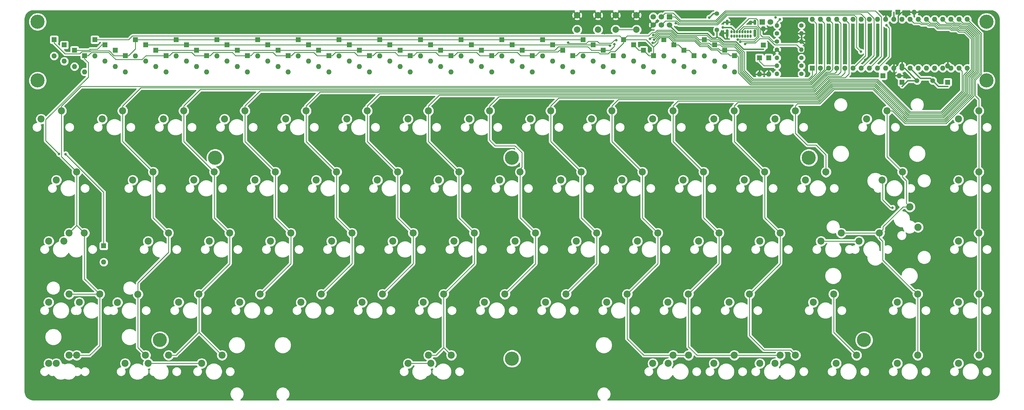
<source format=gbr>
G04 #@! TF.GenerationSoftware,KiCad,Pcbnew,(5.1.4)-1*
G04 #@! TF.CreationDate,2019-10-22T18:14:41+01:00*
G04 #@! TF.ProjectId,discipline-pcb,64697363-6970-46c6-996e-652d7063622e,rev?*
G04 #@! TF.SameCoordinates,Original*
G04 #@! TF.FileFunction,Copper,L2,Bot*
G04 #@! TF.FilePolarity,Positive*
%FSLAX46Y46*%
G04 Gerber Fmt 4.6, Leading zero omitted, Abs format (unit mm)*
G04 Created by KiCad (PCBNEW (5.1.4)-1) date 2019-10-22 18:14:41*
%MOMM*%
%LPD*%
G04 APERTURE LIST*
%ADD10C,2.250000*%
%ADD11C,2.200000*%
%ADD12O,1.600000X1.600000*%
%ADD13R,1.600000X1.600000*%
%ADD14R,1.700000X1.700000*%
%ADD15C,1.700000*%
%ADD16C,1.500000*%
%ADD17C,1.400000*%
%ADD18O,1.400000X1.400000*%
%ADD19C,1.800000*%
%ADD20R,1.800000X1.800000*%
%ADD21O,0.650000X1.000000*%
%ADD22O,0.900000X2.400000*%
%ADD23O,0.900000X1.700000*%
%ADD24C,2.000000*%
%ADD25C,4.400000*%
%ADD26C,0.800000*%
%ADD27C,0.400000*%
%ADD28C,0.250000*%
%ADD29C,0.254000*%
G04 APERTURE END LIST*
D10*
X336931000Y-114858800D03*
X339471000Y-121208800D03*
D11*
X75031600Y-142087600D03*
X68681600Y-144627600D03*
X309194200Y-125577600D03*
X315544200Y-123037600D03*
X96469200Y-142113000D03*
X90119200Y-144653000D03*
X282242740Y-161141380D03*
X275892740Y-163681380D03*
X263187418Y-161131250D03*
X256837418Y-163671250D03*
D12*
X85826600Y-132105400D03*
D13*
X85826600Y-127025400D03*
D12*
X333597596Y-73964046D03*
D13*
X328517596Y-73964046D03*
D12*
X338252064Y-54173808D03*
D13*
X333172064Y-54173808D03*
D12*
X291254210Y-59302496D03*
D13*
X291254210Y-64382496D03*
D12*
X334456772Y-70903670D03*
D13*
X334456772Y-75983670D03*
D12*
X348682646Y-70903670D03*
D13*
X348682646Y-75983670D03*
X306529964Y-71636812D03*
D12*
X354789964Y-56396812D03*
X309069964Y-71636812D03*
X352249964Y-56396812D03*
X311609964Y-71636812D03*
X349709964Y-56396812D03*
X314149964Y-71636812D03*
X347169964Y-56396812D03*
X316689964Y-71636812D03*
X344629964Y-56396812D03*
X319229964Y-71636812D03*
X342089964Y-56396812D03*
X321769964Y-71636812D03*
X339549964Y-56396812D03*
X324309964Y-71636812D03*
X337009964Y-56396812D03*
X326849964Y-71636812D03*
X334469964Y-56396812D03*
X329389964Y-71636812D03*
X331929964Y-56396812D03*
X331929964Y-71636812D03*
X329389964Y-56396812D03*
X334469964Y-71636812D03*
X326849964Y-56396812D03*
X337009964Y-71636812D03*
X324309964Y-56396812D03*
X339549964Y-71636812D03*
X321769964Y-56396812D03*
X342089964Y-71636812D03*
X319229964Y-56396812D03*
X344629964Y-71636812D03*
X316689964Y-56396812D03*
X347169964Y-71636812D03*
X314149964Y-56396812D03*
X349709964Y-71636812D03*
X311609964Y-56396812D03*
X352249964Y-71636812D03*
X309069964Y-56396812D03*
X354789964Y-71636812D03*
X306529964Y-56396812D03*
D11*
X290166662Y-163681380D03*
X296516662Y-161141380D03*
X261610470Y-163681380D03*
X267960470Y-161141380D03*
X186984107Y-161149270D03*
X180634107Y-163689270D03*
X99669565Y-163677449D03*
X106019565Y-161137449D03*
X71070234Y-163671250D03*
X77420234Y-161131250D03*
X75039034Y-123031250D03*
X68689034Y-125571250D03*
D14*
X262070364Y-55598500D03*
D15*
X262070364Y-58138500D03*
X259530364Y-55598500D03*
X259530364Y-58138500D03*
X256990364Y-55598500D03*
X256990364Y-58138500D03*
D11*
X329832784Y-84941380D03*
X323482784Y-87481380D03*
X321101784Y-125581380D03*
X327451784Y-123041380D03*
X78213984Y-144631380D03*
X84563984Y-142091380D03*
X75038984Y-161131250D03*
X68688984Y-163671250D03*
X98851584Y-161141380D03*
X92501584Y-163681380D03*
X122663984Y-161131250D03*
X116313984Y-163671250D03*
X79801584Y-123031250D03*
X73451584Y-125571250D03*
X313163784Y-142091380D03*
X306813784Y-144631380D03*
X71070284Y-106531380D03*
X77420284Y-103991380D03*
X328244784Y-106531380D03*
X334594784Y-103991380D03*
X301257784Y-84941380D03*
X294907784Y-87481380D03*
X139332784Y-103991380D03*
X132982784Y-106531380D03*
X72657784Y-84941380D03*
X66307784Y-87481380D03*
X91707784Y-84941380D03*
X85357784Y-87481380D03*
X110757784Y-84941380D03*
X104407784Y-87481380D03*
X129807784Y-84941380D03*
X123457784Y-87481380D03*
X148857784Y-84941380D03*
X142507784Y-87481380D03*
X167907784Y-84941380D03*
X161557784Y-87481380D03*
X186957784Y-84941380D03*
X180607784Y-87481380D03*
X206007784Y-84941380D03*
X199657784Y-87481380D03*
X225057784Y-84941380D03*
X218707784Y-87481380D03*
X244107784Y-84941380D03*
X237757784Y-87481380D03*
X263157784Y-84941380D03*
X256807784Y-87481380D03*
X282207784Y-84941380D03*
X275857784Y-87481380D03*
X358407784Y-84941380D03*
X352057784Y-87481380D03*
X101232784Y-103991380D03*
X94882784Y-106531380D03*
X120282784Y-103991380D03*
X113932784Y-106531380D03*
X158382784Y-103991380D03*
X152032784Y-106531380D03*
X177432784Y-103991380D03*
X171082784Y-106531380D03*
X196482784Y-103991380D03*
X190132784Y-106531380D03*
X215532784Y-103991380D03*
X209182784Y-106531380D03*
X234582784Y-103991380D03*
X228232784Y-106531380D03*
X253632784Y-103991380D03*
X247282784Y-106531380D03*
X272682784Y-103991380D03*
X266332784Y-106531380D03*
X291732784Y-103991380D03*
X285382784Y-106531380D03*
X310782784Y-103991380D03*
X304432784Y-106531380D03*
X358407784Y-103991380D03*
X352057784Y-106531380D03*
X105995284Y-123041380D03*
X99645284Y-125581380D03*
X125045284Y-123041380D03*
X118695284Y-125581380D03*
X144095284Y-123041380D03*
X137745284Y-125581380D03*
X163144784Y-123041380D03*
X156794784Y-125581380D03*
X182194784Y-123041380D03*
X175844784Y-125581380D03*
X201244784Y-123041380D03*
X194894784Y-125581380D03*
X220294784Y-123041380D03*
X213944784Y-125581380D03*
X239344784Y-123041380D03*
X232994784Y-125581380D03*
X258394784Y-123041380D03*
X252044784Y-125581380D03*
X277444784Y-123041380D03*
X271094784Y-125581380D03*
X296494784Y-123041380D03*
X290144784Y-125581380D03*
X358407784Y-123041380D03*
X352057784Y-125581380D03*
X115520284Y-142091380D03*
X109170284Y-144631380D03*
X134570284Y-142091380D03*
X128220284Y-144631380D03*
X153620284Y-142091380D03*
X147270284Y-144631380D03*
X172670784Y-142091380D03*
X166320784Y-144631380D03*
X191720784Y-142091380D03*
X185370784Y-144631380D03*
X210770784Y-142091380D03*
X204420784Y-144631380D03*
X229820784Y-142091380D03*
X223470784Y-144631380D03*
X248870784Y-142091380D03*
X242520784Y-144631380D03*
X267920784Y-142091380D03*
X261570784Y-144631380D03*
X286970784Y-142091380D03*
X280620784Y-144631380D03*
X339357784Y-142091380D03*
X333007784Y-144631380D03*
X358407784Y-142091380D03*
X352057784Y-144631380D03*
X194101784Y-161141380D03*
X187751784Y-163681380D03*
X320307784Y-161141380D03*
X313957784Y-163681380D03*
X339357784Y-161141380D03*
X333007784Y-163681380D03*
X358407784Y-161141380D03*
X352057784Y-163681380D03*
X301298062Y-161131250D03*
X294948062Y-163671250D03*
D16*
X344028178Y-75503870D03*
X339148178Y-75503870D03*
D17*
X303152850Y-70893147D03*
D18*
X295532850Y-70893147D03*
D17*
X303152850Y-68399682D03*
D18*
X295532850Y-68399682D03*
D17*
X303152850Y-73386612D03*
D18*
X295532850Y-73386612D03*
D17*
X295532850Y-65827841D03*
D18*
X303152850Y-65827841D03*
D17*
X295532850Y-63308129D03*
D18*
X303152850Y-63308129D03*
D17*
X295532850Y-60814664D03*
D18*
X303152850Y-60814664D03*
D17*
X303152850Y-58320834D03*
D18*
X295532850Y-58320834D03*
D19*
X293444250Y-57218460D03*
D20*
X290904250Y-57218460D03*
D21*
X285600002Y-61638652D03*
X287300002Y-61638652D03*
X286450002Y-61638652D03*
X284750002Y-61638652D03*
X283900002Y-61638652D03*
X283050002Y-61638652D03*
X282200002Y-61638652D03*
X281350002Y-61638652D03*
X287300002Y-60313652D03*
X286445002Y-60313652D03*
X285595002Y-60313652D03*
X284745002Y-60313652D03*
X283895002Y-60313652D03*
X283045002Y-60313652D03*
X282195002Y-60313652D03*
X281345002Y-60313652D03*
D22*
X288650002Y-60658652D03*
X280000002Y-60658652D03*
D23*
X288650002Y-57278652D03*
X280000002Y-57278652D03*
D17*
X276824148Y-54598468D03*
X276824148Y-59698468D03*
D24*
X251762266Y-55083704D03*
X251762266Y-59583704D03*
X245262266Y-55083704D03*
X245262266Y-59583704D03*
X239762266Y-55083704D03*
X239762266Y-59583704D03*
X233262266Y-55083704D03*
X233262266Y-59583704D03*
D12*
X70376818Y-67803242D03*
D13*
X70376818Y-62723242D03*
D12*
X79885207Y-72763829D03*
D13*
X79885207Y-67683829D03*
D12*
X92563059Y-72763829D03*
D13*
X92563059Y-67683829D03*
D12*
X95732522Y-67803242D03*
D13*
X95732522Y-62723242D03*
D12*
X108410374Y-67803242D03*
D13*
X108410374Y-62723242D03*
D12*
X121088226Y-67803242D03*
D13*
X121088226Y-62723242D03*
D12*
X133766078Y-67803242D03*
D13*
X133766078Y-62723242D03*
D12*
X146443930Y-67803242D03*
D13*
X146443930Y-62723242D03*
D12*
X159121782Y-67803242D03*
D13*
X159121782Y-62723242D03*
D12*
X171799634Y-67803242D03*
D13*
X171799634Y-62723242D03*
D12*
X184477486Y-67803242D03*
D13*
X184477486Y-62723242D03*
D12*
X197155338Y-67803242D03*
D13*
X197155338Y-62723242D03*
D12*
X209833190Y-67803242D03*
D13*
X209833190Y-62723242D03*
D12*
X222511042Y-67803242D03*
D13*
X222511042Y-62723242D03*
D12*
X235118910Y-67803242D03*
D13*
X235118910Y-62723242D03*
D12*
X282318463Y-72763829D03*
D13*
X282318463Y-67683829D03*
D12*
X73546281Y-69456771D03*
D13*
X73546281Y-64376771D03*
D12*
X89393596Y-71110300D03*
D13*
X89393596Y-66030300D03*
D12*
X98901985Y-69456771D03*
D13*
X98901985Y-64376771D03*
D12*
X111579837Y-69456771D03*
D13*
X111579837Y-64376771D03*
D12*
X124257689Y-69456771D03*
D13*
X124257689Y-64376771D03*
D12*
X136935541Y-69456771D03*
D13*
X136935541Y-64376771D03*
D12*
X149613393Y-69456771D03*
D13*
X149613393Y-64376771D03*
D12*
X162291245Y-69456771D03*
D13*
X162291245Y-64376771D03*
D12*
X174969097Y-69456771D03*
D13*
X174969097Y-64376771D03*
D12*
X187646949Y-69456771D03*
D13*
X187646949Y-64376771D03*
D12*
X200324801Y-69456771D03*
D13*
X200324801Y-64376771D03*
D12*
X213002653Y-69456771D03*
D13*
X213002653Y-64376771D03*
D12*
X225663009Y-69456771D03*
D13*
X225663009Y-64376771D03*
D12*
X238269683Y-69456771D03*
D13*
X238269683Y-64376771D03*
D12*
X279229739Y-71110300D03*
D13*
X279229739Y-66030300D03*
D12*
X76715744Y-71110300D03*
D13*
X76715744Y-66030300D03*
D12*
X86224133Y-69456771D03*
D13*
X86224133Y-64376771D03*
D12*
X102071448Y-71110300D03*
D13*
X102071448Y-66030300D03*
D12*
X114749300Y-71110300D03*
D13*
X114749300Y-66030300D03*
D12*
X127427152Y-71110300D03*
D13*
X127427152Y-66030300D03*
D12*
X140105004Y-71110300D03*
D13*
X140105004Y-66030300D03*
D12*
X152782856Y-71110300D03*
D13*
X152782856Y-66030300D03*
D12*
X165460708Y-71110300D03*
D13*
X165460708Y-66030300D03*
D12*
X178138560Y-71110300D03*
D13*
X178138560Y-66030300D03*
D12*
X190816412Y-71110300D03*
D13*
X190816412Y-66030300D03*
D12*
X203494264Y-71110300D03*
D13*
X203494264Y-66030300D03*
D12*
X216172116Y-71110300D03*
D13*
X216172116Y-66030300D03*
D12*
X241420456Y-71110300D03*
D13*
X241420456Y-66030300D03*
D12*
X276141015Y-69456771D03*
D13*
X276141015Y-64376771D03*
D12*
X105240911Y-72763829D03*
D13*
X105240911Y-67683829D03*
D12*
X117918763Y-72763829D03*
D13*
X117918763Y-67683829D03*
D12*
X130596615Y-72763829D03*
D13*
X130596615Y-67683829D03*
D12*
X143274467Y-72763829D03*
D13*
X143274467Y-67683829D03*
D12*
X155952319Y-72763829D03*
D13*
X155952319Y-67683829D03*
D12*
X168630171Y-72763829D03*
D13*
X168630171Y-67683829D03*
D12*
X181308023Y-72763829D03*
D13*
X181308023Y-67683829D03*
D12*
X193985875Y-72763829D03*
D13*
X193985875Y-67683829D03*
D12*
X206663727Y-72763829D03*
D13*
X206663727Y-67683829D03*
D12*
X219341579Y-72763829D03*
D13*
X219341579Y-67683829D03*
D12*
X228814976Y-71110300D03*
D13*
X228814976Y-66030300D03*
D12*
X244571229Y-72763829D03*
D13*
X244571229Y-67683829D03*
D12*
X272866140Y-67803242D03*
D13*
X272866140Y-62723242D03*
D12*
X266564592Y-71110300D03*
D13*
X266564592Y-66030300D03*
D12*
X83054670Y-67803242D03*
D13*
X83054670Y-62723242D03*
D12*
X263413818Y-69456771D03*
D13*
X263413818Y-64376771D03*
D12*
X260263045Y-67803242D03*
D13*
X260263045Y-62723242D03*
D12*
X257112272Y-72763829D03*
D13*
X257112272Y-67683829D03*
D12*
X231966943Y-72763829D03*
D13*
X231966943Y-67683829D03*
D12*
X250872775Y-69456771D03*
D13*
X250872775Y-64376771D03*
D12*
X247722002Y-67803242D03*
D13*
X247722002Y-62723242D03*
D12*
X269715366Y-72763829D03*
D13*
X269715366Y-67683829D03*
D12*
X253961499Y-71110300D03*
D13*
X253961499Y-66030300D03*
D12*
X292951516Y-73489826D03*
D13*
X292951516Y-68409826D03*
D12*
X290081844Y-73489826D03*
D13*
X290081844Y-68409826D03*
D25*
X212989879Y-162205740D03*
X212989879Y-99550624D03*
X305448502Y-99550624D03*
X120531257Y-99550624D03*
X322637337Y-156394590D03*
X103342422Y-156394590D03*
X360747255Y-75468873D03*
X360747255Y-57147160D03*
X65232504Y-57147160D03*
X65232504Y-75468873D03*
D26*
X324062960Y-142906166D03*
X134052178Y-173090216D03*
X261385124Y-116781652D03*
X281945274Y-117219102D03*
X111672236Y-119423850D03*
X331219642Y-87927450D03*
X323765494Y-83237986D03*
X340108626Y-164761168D03*
X290204330Y-168330760D03*
X296486112Y-168470744D03*
X283380110Y-168243270D03*
X256730656Y-168453246D03*
X349347570Y-89087536D03*
X310292034Y-84200376D03*
X64375142Y-81715660D03*
X305375096Y-73596588D03*
X283590086Y-57278652D03*
X256048234Y-65687492D03*
X241822360Y-60735558D03*
X323065574Y-73491600D03*
X219214944Y-173370184D03*
X269814020Y-59579555D03*
X269079118Y-55485101D03*
X293015926Y-60629415D03*
X324406740Y-66508631D03*
X323041922Y-68952036D03*
X324406740Y-61364317D03*
X326716432Y-66508631D03*
X329236096Y-66508631D03*
X321852079Y-61364317D03*
X319297420Y-61364317D03*
X316742761Y-61364317D03*
X314188102Y-61364317D03*
X311633443Y-61364317D03*
X309078784Y-61364317D03*
X295115646Y-55747566D03*
X278626442Y-58880770D03*
X274426922Y-55853616D03*
X256857000Y-63715359D03*
X257237692Y-62720424D03*
X243502168Y-64575212D03*
X331495400Y-115112800D03*
X244849514Y-64182664D03*
X255979321Y-62494715D03*
X256975628Y-61260498D03*
X245496940Y-62887812D03*
X230501154Y-63640226D03*
X73964800Y-98425000D03*
X71932784Y-98374200D03*
X285602150Y-64045335D03*
X329662320Y-58250842D03*
X296427971Y-56418460D03*
X283311370Y-62720946D03*
X284043485Y-63445956D03*
X321648236Y-66439906D03*
X264025821Y-57598790D03*
D27*
X332729963Y-70836813D02*
X331929964Y-71636812D01*
X333269963Y-70296813D02*
X332729963Y-70836813D01*
X333269963Y-55305909D02*
X333269963Y-70296813D01*
X336902064Y-54173808D02*
X334402064Y-54173808D01*
X334402064Y-54173808D02*
X333269963Y-55305909D01*
X303852849Y-64008128D02*
X303152850Y-63308129D01*
X304252851Y-64408130D02*
X303852849Y-64008128D01*
X304252851Y-66355842D02*
X304252851Y-64408130D01*
X303680851Y-66927842D02*
X304252851Y-66355842D01*
X296632851Y-66927842D02*
X303680851Y-66927842D01*
X295532850Y-65827841D02*
X296632851Y-66927842D01*
X303152850Y-63308129D02*
X303152850Y-60814664D01*
X324354247Y-66508631D02*
X324354247Y-67639711D01*
X324354247Y-67639711D02*
X323041922Y-68952036D01*
X282195002Y-60313652D02*
X282195002Y-59854033D01*
X282195002Y-59854033D02*
X281221739Y-58880770D01*
X275682070Y-54598468D02*
X274426922Y-55853616D01*
X276824148Y-54598468D02*
X275682070Y-54598468D01*
X281221739Y-58880770D02*
X278626442Y-58880770D01*
D28*
X283084209Y-67683829D02*
X283502596Y-68102216D01*
X282318463Y-67683829D02*
X283084209Y-67683829D01*
X283502596Y-68102216D02*
X283502596Y-73071648D01*
X283502596Y-73071648D02*
X287247168Y-76816220D01*
X306197502Y-76816220D02*
X305550076Y-76816220D01*
X311376910Y-71636812D02*
X306197502Y-76816220D01*
X287247168Y-76816220D02*
X305550076Y-76816220D01*
X73758877Y-67155301D02*
X78305573Y-67155301D01*
X70376818Y-62723242D02*
X70376818Y-63773242D01*
X78305573Y-67155301D02*
X78980563Y-66480311D01*
X88985378Y-67683829D02*
X91513059Y-67683829D01*
X78980563Y-66480311D02*
X81502314Y-66480311D01*
X91513059Y-67683829D02*
X92563059Y-67683829D01*
X81502314Y-66480311D02*
X81754395Y-66228230D01*
X88307467Y-66988421D02*
X88307467Y-67005918D01*
X81754395Y-66228230D02*
X87547277Y-66228230D01*
X88307467Y-67005918D02*
X88985378Y-67683829D01*
X70376818Y-63773242D02*
X73758877Y-67155301D01*
X87547277Y-66228230D02*
X88307467Y-66988421D01*
X95732522Y-63773242D02*
X95732522Y-62723242D01*
X95732522Y-65564366D02*
X95732522Y-63773242D01*
X93613059Y-67683829D02*
X95732522Y-65564366D01*
X92563059Y-67683829D02*
X93613059Y-67683829D01*
X95732522Y-62723242D02*
X108410374Y-62723242D01*
X109460374Y-62723242D02*
X121088226Y-62723242D01*
X108410374Y-62723242D02*
X109460374Y-62723242D01*
X122138226Y-62723242D02*
X133766078Y-62723242D01*
X121088226Y-62723242D02*
X122138226Y-62723242D01*
X134816078Y-62723242D02*
X146443930Y-62723242D01*
X133766078Y-62723242D02*
X134816078Y-62723242D01*
X147493930Y-62723242D02*
X159121782Y-62723242D01*
X146443930Y-62723242D02*
X147493930Y-62723242D01*
X160171782Y-62723242D02*
X171799634Y-62723242D01*
X159121782Y-62723242D02*
X160171782Y-62723242D01*
X172849634Y-62723242D02*
X184477486Y-62723242D01*
X171799634Y-62723242D02*
X172849634Y-62723242D01*
X185527486Y-62723242D02*
X197155338Y-62723242D01*
X184477486Y-62723242D02*
X185527486Y-62723242D01*
X198205338Y-62723242D02*
X209833190Y-62723242D01*
X197155338Y-62723242D02*
X198205338Y-62723242D01*
X210883190Y-62723242D02*
X222511042Y-62723242D01*
X209833190Y-62723242D02*
X210883190Y-62723242D01*
X223561042Y-62723242D02*
X235118910Y-62723242D01*
X222511042Y-62723242D02*
X223561042Y-62723242D01*
X257317697Y-63715359D02*
X256857000Y-63715359D01*
X257963100Y-63069956D02*
X257317697Y-63715359D01*
X257963100Y-62631426D02*
X257963100Y-63069956D01*
X259001566Y-61592960D02*
X257963100Y-62631426D01*
X262008569Y-61592960D02*
X259001566Y-61592960D01*
X263578452Y-63162843D02*
X262008569Y-61592960D01*
X269847917Y-63162843D02*
X263578452Y-63162843D01*
X282318463Y-67683829D02*
X280914457Y-67683829D01*
X280914457Y-67683829D02*
X280387952Y-67157324D01*
X280387952Y-67157324D02*
X278171761Y-67157324D01*
X278171761Y-67157324D02*
X277506837Y-66492400D01*
X277506837Y-66492400D02*
X277500782Y-66492400D01*
X277500782Y-66492400D02*
X276993340Y-65984958D01*
X276993340Y-65984958D02*
X275033564Y-65984958D01*
X273914994Y-64866388D02*
X271551462Y-64866388D01*
X275033564Y-65984958D02*
X273914994Y-64866388D01*
X271551462Y-64866388D02*
X269847917Y-63162843D01*
X73631384Y-63815427D02*
X73631384Y-63972906D01*
X99951985Y-64376771D02*
X111579837Y-64376771D01*
X98901985Y-64376771D02*
X99951985Y-64376771D01*
X111579837Y-64376771D02*
X124257689Y-64376771D01*
X125307689Y-64376771D02*
X136935541Y-64376771D01*
X124257689Y-64376771D02*
X125307689Y-64376771D01*
X137985541Y-64376771D02*
X149613393Y-64376771D01*
X136935541Y-64376771D02*
X137985541Y-64376771D01*
X150663393Y-64376771D02*
X162291245Y-64376771D01*
X149613393Y-64376771D02*
X150663393Y-64376771D01*
X163341245Y-64376771D02*
X174969097Y-64376771D01*
X162291245Y-64376771D02*
X163341245Y-64376771D01*
X176019097Y-64376771D02*
X187646949Y-64376771D01*
X174969097Y-64376771D02*
X176019097Y-64376771D01*
X188696949Y-64376771D02*
X200324801Y-64376771D01*
X187646949Y-64376771D02*
X188696949Y-64376771D01*
X201374801Y-64376771D02*
X213002653Y-64376771D01*
X200324801Y-64376771D02*
X201374801Y-64376771D01*
X214052653Y-64376771D02*
X225663009Y-64376771D01*
X213002653Y-64376771D02*
X214052653Y-64376771D01*
X226713009Y-64376771D02*
X238269683Y-64376771D01*
X225663009Y-64376771D02*
X226713009Y-64376771D01*
X238269683Y-64376771D02*
X243303727Y-64376771D01*
X243303727Y-64376771D02*
X243502168Y-64575212D01*
X257637691Y-62320425D02*
X257237692Y-62720424D01*
X262190032Y-61138012D02*
X258820104Y-61138012D01*
X270034317Y-62712832D02*
X263764852Y-62712832D01*
X279229739Y-66030300D02*
X277791096Y-66030300D01*
X277791096Y-66030300D02*
X277290806Y-65530010D01*
X263764852Y-62712832D02*
X262190032Y-61138012D01*
X277290806Y-65530010D02*
X275226042Y-65530010D01*
X275226042Y-65530010D02*
X274036178Y-64340146D01*
X258820104Y-61138012D02*
X257637691Y-62320425D01*
X274036178Y-64340146D02*
X271661631Y-64340146D01*
X271661631Y-64340146D02*
X270034317Y-62712832D01*
X310362026Y-57688874D02*
X309069964Y-56396812D01*
X282792115Y-66030300D02*
X283957544Y-67195729D01*
X279229739Y-66030300D02*
X282792115Y-66030300D01*
X310362026Y-72004270D02*
X310362026Y-57688874D01*
X283957544Y-72879170D02*
X287439646Y-76361272D01*
X283957544Y-67195729D02*
X283957544Y-72879170D01*
X287439646Y-76361272D02*
X306005024Y-76361272D01*
X306005024Y-76361272D02*
X310362026Y-72004270D01*
X328454901Y-107843873D02*
X328454901Y-106531380D01*
X328454901Y-112637986D02*
X328454901Y-107843873D01*
X331495400Y-115112800D02*
X330929715Y-115112800D01*
X330929715Y-115112800D02*
X328454901Y-112637986D01*
X276748368Y-64025399D02*
X275855970Y-64025399D01*
X275855970Y-64025399D02*
X276293203Y-64025399D01*
X302277950Y-75906324D02*
X302452930Y-75906324D01*
X304605184Y-75906324D02*
X305812546Y-75906324D01*
X302277950Y-75906324D02*
X304605184Y-75906324D01*
X304605184Y-75906324D02*
X304920148Y-75906324D01*
X309069964Y-72648906D02*
X309069964Y-72634198D01*
X305812546Y-75906324D02*
X309069964Y-72648906D01*
X309069964Y-71636812D02*
X309069964Y-72634198D01*
X83888534Y-65662370D02*
X81675322Y-65662370D01*
X77765744Y-66030300D02*
X76715744Y-66030300D01*
X81675322Y-65662370D02*
X81307392Y-66030300D01*
X81307392Y-66030300D02*
X77765744Y-66030300D01*
X85174133Y-64376771D02*
X83888534Y-65662370D01*
X86224133Y-64376771D02*
X85174133Y-64376771D01*
X103121448Y-66030300D02*
X114749300Y-66030300D01*
X102071448Y-66030300D02*
X103121448Y-66030300D01*
X115799300Y-66030300D02*
X127427152Y-66030300D01*
X114749300Y-66030300D02*
X115799300Y-66030300D01*
X128477152Y-66030300D02*
X140105004Y-66030300D01*
X127427152Y-66030300D02*
X128477152Y-66030300D01*
X141155004Y-66030300D02*
X152782856Y-66030300D01*
X140105004Y-66030300D02*
X141155004Y-66030300D01*
X153832856Y-66030300D02*
X165460708Y-66030300D01*
X152782856Y-66030300D02*
X153832856Y-66030300D01*
X166510708Y-66030300D02*
X178138560Y-66030300D01*
X165460708Y-66030300D02*
X166510708Y-66030300D01*
X179188560Y-66030300D02*
X190816412Y-66030300D01*
X178138560Y-66030300D02*
X179188560Y-66030300D01*
X191866412Y-66030300D02*
X203494264Y-66030300D01*
X190816412Y-66030300D02*
X191866412Y-66030300D01*
X204544264Y-66030300D02*
X216172116Y-66030300D01*
X203494264Y-66030300D02*
X204544264Y-66030300D01*
X216172116Y-66030300D02*
X226326284Y-66030300D01*
X240370456Y-66030300D02*
X241420456Y-66030300D01*
X237738210Y-66030300D02*
X240370456Y-66030300D01*
X236613209Y-64905299D02*
X237738210Y-66030300D01*
X227451285Y-64905299D02*
X236613209Y-64905299D01*
X226326284Y-66030300D02*
X227451285Y-64905299D01*
X244849514Y-64748349D02*
X243567563Y-66030300D01*
X244849514Y-64182664D02*
X244849514Y-64748349D01*
X242470456Y-66030300D02*
X241420456Y-66030300D01*
X243567563Y-66030300D02*
X242470456Y-66030300D01*
X256484308Y-61989728D02*
X256379320Y-62094716D01*
X256379320Y-62094716D02*
X255979321Y-62494715D01*
X257313776Y-61989728D02*
X256484308Y-61989728D01*
X258620440Y-60683064D02*
X257313776Y-61989728D01*
X262382510Y-60683064D02*
X258620440Y-60683064D01*
X263957330Y-62257884D02*
X262382510Y-60683064D01*
X274893580Y-64376771D02*
X274893580Y-64375142D01*
X276141015Y-64376771D02*
X274893580Y-64376771D01*
X274893580Y-64375142D02*
X274386138Y-63867700D01*
X274386138Y-63867700D02*
X271825596Y-63867700D01*
X271825596Y-63867700D02*
X270215780Y-62257884D01*
X270215780Y-62257884D02*
X263957330Y-62257884D01*
X278428176Y-64900082D02*
X282298308Y-64900082D01*
X284412492Y-72686692D02*
X287632124Y-75906324D01*
X284412492Y-67014266D02*
X284412492Y-72686692D01*
X287632124Y-75906324D02*
X302277950Y-75906324D01*
X282298308Y-64900082D02*
X284412492Y-67014266D01*
X277904865Y-64376771D02*
X278428176Y-64900082D01*
X276141015Y-64376771D02*
X277904865Y-64376771D01*
X321098004Y-125577600D02*
X321101784Y-125581380D01*
X309194200Y-125577600D02*
X321098004Y-125577600D01*
X302015480Y-75451376D02*
X302260452Y-75451376D01*
X104190911Y-67683829D02*
X105240911Y-67683829D01*
X97765511Y-68928243D02*
X99009925Y-67683829D01*
X89593382Y-68928243D02*
X97765511Y-68928243D01*
X79885207Y-67683829D02*
X80935207Y-67683829D01*
X99009925Y-67683829D02*
X104190911Y-67683829D01*
X80935207Y-67683829D02*
X81940795Y-66678241D01*
X81940795Y-66678241D02*
X87360879Y-66678241D01*
X87360879Y-66678241D02*
X87857457Y-67174819D01*
X87857457Y-67174819D02*
X87857458Y-67192319D01*
X87857458Y-67192319D02*
X89593382Y-68928243D01*
X116868763Y-67683829D02*
X117918763Y-67683829D01*
X114217827Y-67683829D02*
X116868763Y-67683829D01*
X113212239Y-66678241D02*
X114217827Y-67683829D01*
X107296499Y-66678241D02*
X113212239Y-66678241D01*
X106290911Y-67683829D02*
X107296499Y-66678241D01*
X105240911Y-67683829D02*
X106290911Y-67683829D01*
X129546615Y-67683829D02*
X130596615Y-67683829D01*
X126895679Y-67683829D02*
X129546615Y-67683829D01*
X125890091Y-66678241D02*
X126895679Y-67683829D01*
X119974351Y-66678241D02*
X125890091Y-66678241D01*
X118968763Y-67683829D02*
X119974351Y-66678241D01*
X117918763Y-67683829D02*
X118968763Y-67683829D01*
X142224467Y-67683829D02*
X143274467Y-67683829D01*
X139573531Y-67683829D02*
X142224467Y-67683829D01*
X138567943Y-66678241D02*
X139573531Y-67683829D01*
X132652203Y-66678241D02*
X138567943Y-66678241D01*
X131646615Y-67683829D02*
X132652203Y-66678241D01*
X130596615Y-67683829D02*
X131646615Y-67683829D01*
X154902319Y-67683829D02*
X155952319Y-67683829D01*
X152251383Y-67683829D02*
X154902319Y-67683829D01*
X151245795Y-66678241D02*
X152251383Y-67683829D01*
X145330055Y-66678241D02*
X151245795Y-66678241D01*
X144324467Y-67683829D02*
X145330055Y-66678241D01*
X143274467Y-67683829D02*
X144324467Y-67683829D01*
X167580171Y-67683829D02*
X168630171Y-67683829D01*
X164929235Y-67683829D02*
X167580171Y-67683829D01*
X163923647Y-66678241D02*
X164929235Y-67683829D01*
X158007907Y-66678241D02*
X163923647Y-66678241D01*
X157002319Y-67683829D02*
X158007907Y-66678241D01*
X155952319Y-67683829D02*
X157002319Y-67683829D01*
X180258023Y-67683829D02*
X181308023Y-67683829D01*
X177607087Y-67683829D02*
X180258023Y-67683829D01*
X176601499Y-66678241D02*
X177607087Y-67683829D01*
X170685759Y-66678241D02*
X176601499Y-66678241D01*
X169680171Y-67683829D02*
X170685759Y-66678241D01*
X168630171Y-67683829D02*
X169680171Y-67683829D01*
X192935875Y-67683829D02*
X193985875Y-67683829D01*
X190284939Y-67683829D02*
X192935875Y-67683829D01*
X189279351Y-66678241D02*
X190284939Y-67683829D01*
X183363611Y-66678241D02*
X189279351Y-66678241D01*
X182358023Y-67683829D02*
X183363611Y-66678241D01*
X181308023Y-67683829D02*
X182358023Y-67683829D01*
X205613727Y-67683829D02*
X206663727Y-67683829D01*
X202962791Y-67683829D02*
X205613727Y-67683829D01*
X201957203Y-66678241D02*
X202962791Y-67683829D01*
X196041463Y-66678241D02*
X201957203Y-66678241D01*
X195035875Y-67683829D02*
X196041463Y-66678241D01*
X193985875Y-67683829D02*
X195035875Y-67683829D01*
X218291579Y-67683829D02*
X219341579Y-67683829D01*
X215640643Y-67683829D02*
X218291579Y-67683829D01*
X214635055Y-66678241D02*
X215640643Y-67683829D01*
X208719315Y-66678241D02*
X214635055Y-66678241D01*
X207713727Y-67683829D02*
X208719315Y-66678241D01*
X206663727Y-67683829D02*
X207713727Y-67683829D01*
X227764976Y-66030300D02*
X228814976Y-66030300D01*
X227236448Y-66558828D02*
X227764976Y-66030300D01*
X221516580Y-66558828D02*
X227236448Y-66558828D01*
X220391579Y-67683829D02*
X221516580Y-66558828D01*
X219341579Y-67683829D02*
X220391579Y-67683829D01*
X271334398Y-62723242D02*
X272866140Y-62723242D01*
X257395580Y-61260498D02*
X258427962Y-60228116D01*
X258427962Y-60228116D02*
X262574988Y-60228116D01*
X262574988Y-60228116D02*
X264149808Y-61802936D01*
X264149808Y-61802936D02*
X270414092Y-61802936D01*
X256975628Y-61260498D02*
X257395580Y-61260498D01*
X270414092Y-61802936D02*
X271334398Y-62723242D01*
X245496940Y-62887812D02*
X244931255Y-62887812D01*
X244931255Y-62887812D02*
X243968865Y-63850202D01*
X243968865Y-63850202D02*
X240107556Y-63850202D01*
X236775384Y-63251770D02*
X236124458Y-63902696D01*
X240107556Y-63850202D02*
X239509124Y-63251770D01*
X239509124Y-63251770D02*
X236775384Y-63251770D01*
X236124458Y-63902696D02*
X230763624Y-63902696D01*
X230763624Y-63902696D02*
X230501154Y-63640226D01*
X284867440Y-66832803D02*
X284867440Y-72494214D01*
X287824602Y-75451376D02*
X302015480Y-75451376D01*
X284867440Y-72494214D02*
X287824602Y-75451376D01*
X282479771Y-64445134D02*
X284867440Y-66832803D01*
X278620654Y-64445134D02*
X282479771Y-64445134D01*
X277395794Y-63220274D02*
X278620654Y-64445134D01*
X274876082Y-63220274D02*
X277395794Y-63220274D01*
X274379050Y-62723242D02*
X274876082Y-63220274D01*
X272866140Y-62723242D02*
X274379050Y-62723242D01*
X307824816Y-57691664D02*
X306529964Y-56396812D01*
X307824816Y-73246628D02*
X307824816Y-57691664D01*
X305620068Y-75451376D02*
X307824816Y-73246628D01*
X302015480Y-75451376D02*
X305620068Y-75451376D01*
X73964800Y-98426894D02*
X73964800Y-98425000D01*
X85826600Y-127025400D02*
X85826600Y-110288694D01*
X85826600Y-110288694D02*
X73964800Y-98426894D01*
X79885207Y-68733829D02*
X79885207Y-67683829D01*
X81010208Y-69858830D02*
X79885207Y-68733829D01*
X81010208Y-74396912D02*
X81010208Y-69858830D01*
X67792783Y-87614337D02*
X81010208Y-74396912D01*
X67792783Y-94234199D02*
X67792783Y-87614337D01*
X71932784Y-98374200D02*
X67792783Y-94234199D01*
X256062272Y-67683829D02*
X257112272Y-67683829D01*
X275261038Y-62765326D02*
X275680990Y-62765326D01*
X247722002Y-62723242D02*
X247726274Y-62723242D01*
X231966943Y-67683829D02*
X233016943Y-67683829D01*
X233016943Y-67683829D02*
X234022531Y-66678241D01*
X234022531Y-66678241D02*
X239883395Y-66678241D01*
X245014933Y-66480311D02*
X247722002Y-63773242D01*
X247722002Y-63773242D02*
X247722002Y-62723242D01*
X243589745Y-66480311D02*
X245014933Y-66480311D01*
X240360455Y-67155301D02*
X242914755Y-67155301D01*
X242914755Y-67155301D02*
X243589745Y-66480311D01*
X239883395Y-66678241D02*
X240360455Y-67155301D01*
X93621388Y-62723242D02*
X94769168Y-61575462D01*
X83054670Y-62723242D02*
X93621388Y-62723242D01*
X247722002Y-62723242D02*
X247712098Y-62723242D01*
X246564318Y-61575462D02*
X246301848Y-61575462D01*
X247712098Y-62723242D02*
X246564318Y-61575462D01*
X94769168Y-61575462D02*
X246301848Y-61575462D01*
X253961499Y-66030300D02*
X253961499Y-66032979D01*
X255612349Y-67683829D02*
X256062272Y-67683829D01*
X253961499Y-66032979D02*
X255612349Y-67683829D01*
X252911499Y-66030300D02*
X253961499Y-66030300D01*
X252523984Y-66030300D02*
X252911499Y-66030300D01*
X250872775Y-64379091D02*
X252523984Y-66030300D01*
X250872775Y-64376771D02*
X250872775Y-64379091D01*
X243589745Y-66480311D02*
X243759229Y-66480311D01*
X247722002Y-62692518D02*
X247722002Y-62723242D01*
X248839058Y-61575462D02*
X247722002Y-62692518D01*
X255562718Y-61575462D02*
X248839058Y-61575462D01*
X256612598Y-60525582D02*
X255562718Y-61575462D01*
X275680990Y-62765326D02*
X275093226Y-62765326D01*
X275093226Y-62765326D02*
X273675888Y-61347988D01*
X257483070Y-60525582D02*
X256612598Y-60525582D01*
X273675888Y-61347988D02*
X264342286Y-61347988D01*
X264342286Y-61347988D02*
X262767466Y-59773168D01*
X262767466Y-59773168D02*
X258235484Y-59773168D01*
X258235484Y-59773168D02*
X257483070Y-60525582D01*
X305427590Y-74996428D02*
X288017080Y-74996428D01*
X277588272Y-62765326D02*
X275680990Y-62765326D01*
X278813132Y-63990186D02*
X277588272Y-62765326D01*
X282661234Y-63990186D02*
X278813132Y-63990186D01*
X285322388Y-66651340D02*
X282661234Y-63990186D01*
X285322388Y-72301736D02*
X285322388Y-66651340D01*
X288017080Y-74996428D02*
X285322388Y-72301736D01*
X306529964Y-73894054D02*
X305427590Y-74996428D01*
X306529964Y-71636812D02*
X306529964Y-73894054D01*
X257112272Y-67683829D02*
X257112272Y-65563757D01*
X250269246Y-62723242D02*
X247722002Y-62723242D01*
X254795448Y-62723242D02*
X250269246Y-62723242D01*
X257112272Y-65040066D02*
X254795448Y-62723242D01*
X257112272Y-65563757D02*
X257112272Y-65040066D01*
X260943317Y-62042970D02*
X260263045Y-62723242D01*
X261778835Y-62042970D02*
X260943317Y-62042970D01*
X263413818Y-64376771D02*
X263413818Y-63677953D01*
X263413818Y-63677953D02*
X261778835Y-62042970D01*
X259582773Y-62042970D02*
X260263045Y-62723242D01*
X259187966Y-62042970D02*
X259582773Y-62042970D01*
X258413110Y-62817826D02*
X259187966Y-62042970D01*
X258413110Y-63683938D02*
X258413110Y-62817826D01*
X257112272Y-65563757D02*
X257112272Y-64984776D01*
X257112272Y-64984776D02*
X258413110Y-63683938D01*
X266564592Y-66030300D02*
X266553560Y-66030300D01*
X264900031Y-64376771D02*
X263413818Y-64376771D01*
X266553560Y-66030300D02*
X264900031Y-64376771D01*
X269715366Y-67683829D02*
X269715366Y-67617316D01*
X268128350Y-66030300D02*
X266564592Y-66030300D01*
X269715366Y-67617316D02*
X268128350Y-66030300D01*
X99673496Y-163681380D02*
X99669565Y-163677449D01*
X116313984Y-163681380D02*
X99673496Y-163681380D01*
X180641997Y-163681380D02*
X180634107Y-163689270D01*
X187751784Y-163681380D02*
X180641997Y-163681380D01*
X72657784Y-99228880D02*
X77420284Y-103991380D01*
X72657784Y-84941380D02*
X72657784Y-99228880D01*
X77420284Y-120660080D02*
X79801584Y-123041380D01*
X77420284Y-103991380D02*
X77420284Y-120660080D01*
X79801584Y-137328980D02*
X84563984Y-142091380D01*
X79801584Y-123041380D02*
X79801584Y-137328980D01*
X75042915Y-161137449D02*
X75038984Y-161141380D01*
X77420234Y-161137449D02*
X75042915Y-161137449D01*
X84563984Y-151426244D02*
X84563984Y-158026306D01*
X84563984Y-142091380D02*
X84563984Y-151426244D01*
X84563984Y-151426244D02*
X84563984Y-151616380D01*
X81452841Y-161137449D02*
X77420234Y-161137449D01*
X84563984Y-158026306D02*
X81452841Y-161137449D01*
X76152832Y-121927532D02*
X77420284Y-120660080D01*
X76148694Y-121927532D02*
X76152832Y-121927532D01*
X75048695Y-123027531D02*
X76148694Y-121927532D01*
X312881738Y-57668586D02*
X311609964Y-56396812D01*
X72657784Y-84941380D02*
X72657784Y-83385746D01*
X72657784Y-83385746D02*
X78772362Y-77271168D01*
X78772362Y-77271168D02*
X306389980Y-77271168D01*
X306389980Y-77271168D02*
X310899335Y-72761813D01*
X310899335Y-72761813D02*
X312089199Y-72761813D01*
X312881738Y-71969274D02*
X312881738Y-57668586D01*
X312089199Y-72761813D02*
X312881738Y-71969274D01*
X84560204Y-142087600D02*
X84563984Y-142091380D01*
X75031600Y-142087600D02*
X84560204Y-142087600D01*
X91707784Y-94466380D02*
X101232784Y-103991380D01*
X91707784Y-84941380D02*
X91707784Y-94466380D01*
X101232784Y-118278880D02*
X105995284Y-123041380D01*
X101232784Y-103991380D02*
X101232784Y-118278880D01*
X91707784Y-84941380D02*
X91707784Y-83385746D01*
X91707784Y-83385746D02*
X97367414Y-77726116D01*
X97367414Y-77726116D02*
X302960372Y-77726116D01*
X302960372Y-77726116D02*
X303222842Y-77726116D01*
X314170605Y-71657453D02*
X314149964Y-71636812D01*
X314170605Y-72597819D02*
X314170605Y-71657453D01*
X313556600Y-73211824D02*
X314170605Y-72597819D01*
X311085734Y-73211824D02*
X313556600Y-73211824D01*
X302960372Y-77726116D02*
X306571442Y-77726116D01*
X306571442Y-77726116D02*
X311085734Y-73211824D01*
X96469200Y-158758996D02*
X96469200Y-142113000D01*
X98851584Y-161141380D02*
X96469200Y-158758996D01*
X105995284Y-124597014D02*
X105995284Y-123041380D01*
X105995284Y-129022382D02*
X105995284Y-124597014D01*
X96469200Y-138548466D02*
X105995284Y-129022382D01*
X96469200Y-142113000D02*
X96469200Y-138548466D01*
X110757784Y-94466380D02*
X120282784Y-103991380D01*
X110757784Y-84941380D02*
X110757784Y-94466380D01*
X120282784Y-118278880D02*
X125045284Y-123041380D01*
X120282784Y-103991380D02*
X120282784Y-118278880D01*
X125045284Y-132566380D02*
X115520284Y-142091380D01*
X125045284Y-123041380D02*
X125045284Y-132566380D01*
X115520284Y-153997680D02*
X122663984Y-161141380D01*
X115520284Y-142091380D02*
X115520284Y-153997680D01*
X115520284Y-153997680D02*
X115506516Y-153997680D01*
X108366747Y-161137449D02*
X108032652Y-161137449D01*
X115506516Y-153997680D02*
X108366747Y-161137449D01*
X108224271Y-161137449D02*
X108032652Y-161137449D01*
X108032652Y-161137449D02*
X106019565Y-161137449D01*
X315418948Y-57665796D02*
X314149964Y-56396812D01*
X110757784Y-84941380D02*
X110757784Y-83385746D01*
X315418948Y-72819280D02*
X315418948Y-57665796D01*
X110757784Y-83385746D02*
X115962466Y-78181064D01*
X115962466Y-78181064D02*
X306752904Y-78181064D01*
X306752904Y-78181064D02*
X311267388Y-73666580D01*
X311267388Y-73666580D02*
X314571648Y-73666580D01*
X314571648Y-73666580D02*
X315418948Y-72819280D01*
X129807784Y-94466380D02*
X139332784Y-103991380D01*
X129807784Y-84941380D02*
X129807784Y-94466380D01*
X139332784Y-118278880D02*
X144095284Y-123041380D01*
X139332784Y-103991380D02*
X139332784Y-118278880D01*
X144095284Y-132566380D02*
X134570284Y-142091380D01*
X144095284Y-123041380D02*
X144095284Y-132566380D01*
X316689964Y-73017458D02*
X316689964Y-71636812D01*
X316690269Y-73017763D02*
X316689964Y-73017458D01*
X129807784Y-84941380D02*
X129807784Y-83385746D01*
X129807784Y-83385746D02*
X134557518Y-78636012D01*
X134557518Y-78636012D02*
X307002410Y-78636012D01*
X307002410Y-78636012D02*
X311499396Y-74139026D01*
X311499396Y-74139026D02*
X315569006Y-74139026D01*
X315569006Y-74139026D02*
X316690269Y-73017763D01*
X148857784Y-94466380D02*
X158382784Y-103991380D01*
X148857784Y-84941380D02*
X148857784Y-94466380D01*
X158382784Y-118279380D02*
X163144784Y-123041380D01*
X158382784Y-103991380D02*
X158382784Y-118279380D01*
X163144784Y-132566880D02*
X153620284Y-142091380D01*
X163144784Y-123041380D02*
X163144784Y-132566880D01*
X317956158Y-57663006D02*
X316689964Y-56396812D01*
X317956158Y-73379157D02*
X317956158Y-57663006D01*
X148857784Y-84941380D02*
X148857784Y-83385746D01*
X148857784Y-83385746D02*
X153152570Y-79090960D01*
X153152570Y-79090960D02*
X307229884Y-79090960D01*
X307229884Y-79090960D02*
X311726870Y-74593974D01*
X311726870Y-74593974D02*
X316741341Y-74593974D01*
X316741341Y-74593974D02*
X317956158Y-73379157D01*
X167907784Y-94466380D02*
X177432784Y-103991380D01*
X167907784Y-84941380D02*
X167907784Y-94466380D01*
X177432784Y-118279380D02*
X182194784Y-123041380D01*
X177432784Y-103991380D02*
X177432784Y-118279380D01*
X182194784Y-132567380D02*
X172670784Y-142091380D01*
X182194784Y-123041380D02*
X182194784Y-132567380D01*
X353144636Y-72531484D02*
X352249964Y-71636812D01*
X353144636Y-78723502D02*
X353144636Y-72531484D01*
X337028978Y-85232758D02*
X346635380Y-85232758D01*
X167907784Y-84941380D02*
X167907784Y-83385746D01*
X167907784Y-83385746D02*
X171747622Y-79545908D01*
X171747622Y-79545908D02*
X307439860Y-79545908D01*
X346635380Y-85232758D02*
X353144636Y-78723502D01*
X307439860Y-79545908D02*
X311936846Y-75048922D01*
X311936846Y-75048922D02*
X326845142Y-75048922D01*
X326845142Y-75048922D02*
X337028978Y-85232758D01*
X186957784Y-94466380D02*
X196482784Y-103991380D01*
X186957784Y-84941380D02*
X186957784Y-94466380D01*
X196482784Y-118279380D02*
X201244784Y-123041380D01*
X196482784Y-103991380D02*
X196482784Y-118279380D01*
X201244784Y-132567380D02*
X191720784Y-142091380D01*
X201244784Y-123041380D02*
X201244784Y-132567380D01*
X191720784Y-158760380D02*
X194101784Y-161141380D01*
X191720784Y-142091380D02*
X191720784Y-158760380D01*
X189331894Y-161149270D02*
X191720784Y-158760380D01*
X186984107Y-161149270D02*
X189331894Y-161149270D01*
X186957784Y-84941380D02*
X186957784Y-83385746D01*
X186957784Y-83385746D02*
X190342674Y-80000856D01*
X190342674Y-80000856D02*
X304045248Y-80000856D01*
X304045248Y-80000856D02*
X304185232Y-80000856D01*
X353599584Y-74261512D02*
X353599584Y-74034038D01*
X353599584Y-73824062D02*
X353599584Y-74261512D01*
X354789964Y-71636812D02*
X354789964Y-72633682D01*
X354789964Y-72633682D02*
X353599584Y-73824062D01*
X307632338Y-80000856D02*
X304045248Y-80000856D01*
X353599584Y-74261512D02*
X353599584Y-78915980D01*
X353599584Y-78915980D02*
X346827858Y-85687706D01*
X346827858Y-85687706D02*
X336836500Y-85687706D01*
X336836500Y-85687706D02*
X326652664Y-75503870D01*
X326652664Y-75503870D02*
X312129324Y-75503870D01*
X312129324Y-75503870D02*
X307632338Y-80000856D01*
X215532784Y-118279380D02*
X220294784Y-123041380D01*
X215532784Y-103991380D02*
X215532784Y-118279380D01*
X220294784Y-132567380D02*
X210770784Y-142091380D01*
X220294784Y-123041380D02*
X220294784Y-132567380D01*
X206007784Y-94086746D02*
X206007784Y-84941380D01*
X215532784Y-103088298D02*
X216100300Y-102520782D01*
X215532784Y-103991380D02*
X215532784Y-103088298D01*
X216100300Y-102520782D02*
X216100300Y-97988800D01*
X216100300Y-97988800D02*
X213913050Y-95801550D01*
X213913050Y-95801550D02*
X207722588Y-95801550D01*
X207722588Y-95801550D02*
X206007784Y-94086746D01*
X338146576Y-57533424D02*
X337009964Y-56396812D01*
X340447170Y-57982337D02*
X339998257Y-57533424D01*
X342284426Y-57982338D02*
X340447170Y-57982337D01*
X344624184Y-58432348D02*
X342734436Y-58432348D01*
X345516565Y-59324729D02*
X344624184Y-58432348D01*
X349296061Y-59324729D02*
X345516565Y-59324729D01*
X356014308Y-62368466D02*
X353960299Y-60314457D01*
X312321802Y-75958818D02*
X326460186Y-75958818D01*
X307807318Y-80473302D02*
X312321802Y-75958818D01*
X206007784Y-84941380D02*
X206007784Y-83385746D01*
X339998257Y-57533424D02*
X338146576Y-57533424D01*
X208920228Y-80473302D02*
X307807318Y-80473302D01*
X342734436Y-58432348D02*
X342284426Y-57982338D01*
X354072030Y-74016540D02*
X356014308Y-72074262D01*
X336644022Y-86142654D02*
X347020336Y-86142654D01*
X351583325Y-59774738D02*
X349746070Y-59774738D01*
X354072030Y-79090960D02*
X354072030Y-74016540D01*
X347020336Y-86142654D02*
X354072030Y-79090960D01*
X326460186Y-75958818D02*
X336644022Y-86142654D01*
X356014308Y-72074262D02*
X356014308Y-62368466D01*
X206007784Y-83385746D02*
X208920228Y-80473302D01*
X353960299Y-60314457D02*
X352123044Y-60314457D01*
X352123044Y-60314457D02*
X351583325Y-59774738D01*
X349746070Y-59774738D02*
X349296061Y-59324729D01*
X225057784Y-94466380D02*
X234582784Y-103991380D01*
X225057784Y-84941380D02*
X225057784Y-94466380D01*
X234582784Y-118279380D02*
X239344784Y-123041380D01*
X234582784Y-103991380D02*
X234582784Y-118279380D01*
X239344784Y-132567380D02*
X229820784Y-142091380D01*
X239344784Y-123041380D02*
X239344784Y-132567380D01*
X225057784Y-84941380D02*
X225057784Y-83385746D01*
X225057784Y-83385746D02*
X227515280Y-80928250D01*
X227515280Y-80928250D02*
X304325216Y-80928250D01*
X304325216Y-80928250D02*
X304552690Y-80928250D01*
X339549964Y-56396812D02*
X339549964Y-57044754D01*
X326267708Y-76413766D02*
X312514280Y-76413766D01*
X347212814Y-86597602D02*
X336451544Y-86597602D01*
X354526978Y-79283438D02*
X347212814Y-86597602D01*
X342966835Y-57982338D02*
X344856583Y-57982338D01*
X352350094Y-59819593D02*
X354147844Y-59819593D01*
X342516825Y-57532328D02*
X342966835Y-57982338D01*
X307999796Y-80928250D02*
X304325216Y-80928250D01*
X344856583Y-57982338D02*
X345748964Y-58874719D01*
X356464319Y-62136068D02*
X356464319Y-72260662D01*
X340673948Y-57532328D02*
X342516825Y-57532328D01*
X339549964Y-56396812D02*
X339549964Y-56408344D01*
X336451544Y-86597602D02*
X326267708Y-76413766D01*
X339549964Y-56408344D02*
X340673948Y-57532328D01*
X351815725Y-59324729D02*
X352310588Y-59819592D01*
X356464319Y-72260662D02*
X354526978Y-74198003D01*
X312514280Y-76413766D02*
X307999796Y-80928250D01*
X349528460Y-58874719D02*
X349978470Y-59324729D01*
X345748964Y-58874719D02*
X349528460Y-58874719D01*
X354526978Y-74198003D02*
X354526978Y-79283438D01*
X349978470Y-59324729D02*
X351815725Y-59324729D01*
X352310588Y-59819592D02*
X352350094Y-59819593D01*
X354147844Y-59819593D02*
X356464319Y-62136068D01*
X258394784Y-132567380D02*
X258394784Y-123041380D01*
X248870784Y-142091380D02*
X258394784Y-132567380D01*
X244107784Y-94466380D02*
X253632784Y-103991380D01*
X244107784Y-84941380D02*
X244107784Y-94466380D01*
X248870784Y-142091380D02*
X248870784Y-156008898D01*
X254003266Y-161141380D02*
X263187418Y-161141380D01*
X248870784Y-156008898D02*
X254003266Y-161141380D01*
X263187418Y-161141380D02*
X265567146Y-161141380D01*
X265567146Y-161141380D02*
X267960470Y-161141380D01*
X253632784Y-118279380D02*
X258394784Y-123041380D01*
X253632784Y-103991380D02*
X253632784Y-118279380D01*
X345981363Y-58424709D02*
X345088982Y-57532328D01*
X349760859Y-58424709D02*
X345981363Y-58424709D01*
X345088982Y-57532328D02*
X343225480Y-57532328D01*
X308192274Y-81383198D02*
X312706758Y-76868714D01*
X352536494Y-59369583D02*
X352041630Y-58874719D01*
X312706758Y-76868714D02*
X326057732Y-76868714D01*
X354981926Y-74379466D02*
X356914330Y-72447062D01*
X244107784Y-83385746D02*
X246110332Y-81383198D01*
X343225480Y-57532328D02*
X342089964Y-56396812D01*
X244107784Y-84941380D02*
X244107784Y-83385746D01*
X336241568Y-87052550D02*
X347405292Y-87052550D01*
X347405292Y-87052550D02*
X354981926Y-79475916D01*
X354981926Y-79475916D02*
X354981926Y-74379466D01*
X356914330Y-61903670D02*
X354380243Y-59369583D01*
X352041630Y-58874719D02*
X350210869Y-58874719D01*
X356914330Y-72447062D02*
X356914330Y-61903670D01*
X326057732Y-76868714D02*
X336241568Y-87052550D01*
X354380243Y-59369583D02*
X352536494Y-59369583D01*
X246110332Y-81383198D02*
X308192274Y-81383198D01*
X350210869Y-58874719D02*
X349760859Y-58424709D01*
X263157784Y-94466380D02*
X272682784Y-103991380D01*
X263157784Y-84941380D02*
X263157784Y-94466380D01*
X272682784Y-118279380D02*
X277444784Y-123041380D01*
X272682784Y-103991380D02*
X272682784Y-118279380D01*
X277444784Y-132567380D02*
X267920784Y-142091380D01*
X277444784Y-123041380D02*
X277444784Y-132567380D01*
X267960470Y-142131066D02*
X267920784Y-142091380D01*
X283798374Y-161141380D02*
X289399422Y-161141380D01*
X282242740Y-161141380D02*
X283798374Y-161141380D01*
X290955056Y-161141380D02*
X296516662Y-161141380D01*
X289399422Y-161141380D02*
X290955056Y-161141380D01*
X270608868Y-161141380D02*
X282242740Y-161141380D01*
X267920784Y-158453296D02*
X270608868Y-161141380D01*
X267920784Y-142091380D02*
X267920784Y-158453296D01*
X263157784Y-84941380D02*
X263157784Y-83385746D01*
X263157784Y-83385746D02*
X264705384Y-81838146D01*
X264705384Y-81838146D02*
X304640180Y-81838146D01*
X304640180Y-81838146D02*
X304937646Y-81838146D01*
X312899236Y-77323662D02*
X308384752Y-81838146D01*
X325865254Y-77323662D02*
X312899236Y-77323662D01*
X336049090Y-87507498D02*
X325865254Y-77323662D01*
X347632766Y-87507498D02*
X336049090Y-87507498D01*
X308384752Y-81838146D02*
X304640180Y-81838146D01*
X357379152Y-72669194D02*
X355454372Y-74593974D01*
X355454372Y-74593974D02*
X355454372Y-79685892D01*
X355454372Y-79685892D02*
X347632766Y-87507498D01*
X357379152Y-67086054D02*
X357379152Y-72669194D01*
X357379152Y-61686083D02*
X357379152Y-67086054D01*
X354597854Y-58904785D02*
X357379152Y-61686083D01*
X344629964Y-56396812D02*
X346204975Y-57971823D01*
X346204975Y-57971823D02*
X349983888Y-57971823D01*
X349983888Y-57971823D02*
X350436774Y-58424709D01*
X350436774Y-58424709D02*
X352228030Y-58424709D01*
X352228030Y-58424709D02*
X352708106Y-58904785D01*
X352708106Y-58904785D02*
X354597854Y-58904785D01*
X282207784Y-94466380D02*
X291732784Y-103991380D01*
X282207784Y-84941380D02*
X282207784Y-94466380D01*
X291732784Y-118279380D02*
X296494784Y-123041380D01*
X291732784Y-103991380D02*
X291732784Y-118279380D01*
X296494784Y-132567380D02*
X286970784Y-142091380D01*
X296494784Y-123041380D02*
X296494784Y-132567380D01*
X286970784Y-142091380D02*
X286970784Y-155018366D01*
X286970784Y-155018366D02*
X291411692Y-159459274D01*
X299615956Y-159459274D02*
X301298062Y-161141380D01*
X291411692Y-159459274D02*
X299615956Y-159459274D01*
X348294965Y-57521813D02*
X347169964Y-56396812D01*
X352457553Y-57971823D02*
X350620298Y-57971823D01*
X313074216Y-77796108D02*
X325690274Y-77796108D01*
X357834100Y-61458622D02*
X354830253Y-58454775D01*
X325690274Y-77796108D02*
X335856612Y-87962446D01*
X308577230Y-82293094D02*
X313074216Y-77796108D01*
X283300436Y-82293094D02*
X308577230Y-82293094D01*
X335856612Y-87962446D02*
X347825244Y-87962446D01*
X282207784Y-83385746D02*
X283300436Y-82293094D01*
X355926818Y-79860872D02*
X355926818Y-74768954D01*
X350170288Y-57521813D02*
X348294965Y-57521813D01*
X282207784Y-84941380D02*
X282207784Y-83385746D01*
X355926818Y-74768954D02*
X357834100Y-72861672D01*
X357834100Y-72861672D02*
X357834100Y-61458622D01*
X347825244Y-87962446D02*
X355926818Y-79860872D01*
X354830253Y-58454775D02*
X352940505Y-58454775D01*
X352940505Y-58454775D02*
X352457553Y-57971823D01*
X350620298Y-57971823D02*
X350170288Y-57521813D01*
X313163784Y-153997380D02*
X320307784Y-161141380D01*
X313163784Y-142091380D02*
X313163784Y-153997380D01*
X310782784Y-105074925D02*
X310782784Y-103991380D01*
X301257784Y-83385746D02*
X301895488Y-82748042D01*
X301257784Y-84941380D02*
X301257784Y-83385746D01*
X301895488Y-82748042D02*
X305130124Y-82748042D01*
X305130124Y-82748042D02*
X305322602Y-82748042D01*
X310782784Y-101422905D02*
X310782784Y-103991380D01*
X310782784Y-98654530D02*
X310782784Y-101422905D01*
X307684832Y-95556578D02*
X310782784Y-98654530D01*
X304916457Y-95556578D02*
X307684832Y-95556578D01*
X301257784Y-84941380D02*
X301257784Y-91897905D01*
X301257784Y-91897905D02*
X304916457Y-95556578D01*
X353172904Y-58004765D02*
X352689952Y-57521813D01*
X358289048Y-73054150D02*
X358289048Y-61231161D01*
X356381766Y-74961432D02*
X358289048Y-73054150D01*
X356381766Y-80053350D02*
X356381766Y-74961432D01*
X308769708Y-82748042D02*
X313266694Y-78251056D01*
X355062652Y-58004765D02*
X353172904Y-58004765D01*
X305130124Y-82748042D02*
X308769708Y-82748042D01*
X352689952Y-57521813D02*
X350834965Y-57521813D01*
X313266694Y-78251056D02*
X325480298Y-78251056D01*
X358289048Y-61231161D02*
X355062652Y-58004765D01*
X325480298Y-78251056D02*
X335646636Y-88417394D01*
X350834965Y-57521813D02*
X349709964Y-56396812D01*
X335646636Y-88417394D02*
X348017722Y-88417394D01*
X348017722Y-88417394D02*
X356381766Y-80053350D01*
X329832784Y-99229380D02*
X334594784Y-103991380D01*
X329832784Y-84941380D02*
X329832784Y-99229380D01*
X339357784Y-153124998D02*
X339357784Y-161141380D01*
X339357784Y-142091380D02*
X339357784Y-153124998D01*
X353385480Y-57532328D02*
X352249964Y-56396812D01*
X355272624Y-57532328D02*
X353385480Y-57532328D01*
X358743996Y-73246628D02*
X358743996Y-61003700D01*
X331523196Y-84941380D02*
X335454158Y-88872342D01*
X329832784Y-84941380D02*
X331523196Y-84941380D01*
X358743996Y-61003700D02*
X355272624Y-57532328D01*
X335454158Y-88872342D02*
X348210200Y-88872342D01*
X348210200Y-88872342D02*
X356854212Y-80228330D01*
X356854212Y-80228330D02*
X356854212Y-75136412D01*
X356854212Y-75136412D02*
X358743996Y-73246628D01*
X335340010Y-114858800D02*
X336931000Y-114858800D01*
X334769026Y-114858800D02*
X335340010Y-114858800D01*
X328551783Y-121076043D02*
X334769026Y-114858800D01*
X328551783Y-121941381D02*
X328551783Y-121076043D01*
X327451784Y-123041380D02*
X328551783Y-121941381D01*
X335806001Y-113733801D02*
X336931000Y-114858800D01*
X335806001Y-106758231D02*
X335806001Y-113733801D01*
X334594784Y-105547014D02*
X335806001Y-106758231D01*
X334594784Y-103991380D02*
X334594784Y-105547014D01*
X327451784Y-124597014D02*
X327451784Y-123041380D01*
X328454901Y-125600131D02*
X327451784Y-124597014D01*
X328454901Y-131445499D02*
X328454901Y-125600131D01*
X338000783Y-140991381D02*
X328454901Y-131445499D01*
X338257785Y-140991381D02*
X338000783Y-140991381D01*
X339357784Y-142091380D02*
X338257785Y-140991381D01*
X327448004Y-123037600D02*
X327451784Y-123041380D01*
X315544200Y-123037600D02*
X327448004Y-123037600D01*
X358407784Y-86497014D02*
X358407784Y-103991380D01*
X358407784Y-84941380D02*
X358407784Y-86497014D01*
X358407784Y-105547014D02*
X358407784Y-123041380D01*
X358407784Y-103991380D02*
X358407784Y-105547014D01*
X358407784Y-124597014D02*
X358407784Y-142091380D01*
X358407784Y-123041380D02*
X358407784Y-124597014D01*
X358407784Y-143647014D02*
X358407784Y-161141380D01*
X358407784Y-142091380D02*
X358407784Y-143647014D01*
X358407784Y-83385746D02*
X358411534Y-83381996D01*
X358407784Y-84941380D02*
X358407784Y-83385746D01*
X358411534Y-81332079D02*
X357307785Y-80228330D01*
X358411534Y-83381996D02*
X358411534Y-81332079D01*
X357307785Y-80228330D02*
X357307785Y-75330265D01*
X359198944Y-73439106D02*
X359041462Y-73596588D01*
X357307785Y-75330265D02*
X359041462Y-73596588D01*
X359198944Y-60805792D02*
X354789964Y-56396812D01*
X359198944Y-66508631D02*
X359198944Y-60805792D01*
X359198944Y-66508631D02*
X359198944Y-73439106D01*
X285602150Y-63792246D02*
X285602150Y-64045335D01*
X285614186Y-63780210D02*
X285602150Y-63792246D01*
X301694334Y-64333130D02*
X303189045Y-65827841D01*
X294816786Y-64333130D02*
X301694334Y-64333130D01*
X285669693Y-64045335D02*
X285934818Y-63780210D01*
X285934818Y-63780210D02*
X288717000Y-63780210D01*
X288717000Y-63780210D02*
X290134338Y-62362872D01*
X285602150Y-64045335D02*
X285669693Y-64045335D01*
X290134338Y-62362872D02*
X292846528Y-62362872D01*
X292846528Y-62362872D02*
X294816786Y-64333130D01*
X283045002Y-60313652D02*
X283045002Y-59854033D01*
X288577016Y-56103642D02*
X288222002Y-56103642D01*
X288402036Y-56103642D02*
X288577016Y-56103642D01*
X288402036Y-56103642D02*
X288047022Y-56103642D01*
X286795393Y-56103642D02*
X288402036Y-56103642D01*
X283045002Y-59854033D02*
X286795393Y-56103642D01*
X288971021Y-56103642D02*
X288577016Y-56103642D01*
X289613393Y-56746014D02*
X288971021Y-56103642D01*
X289613393Y-58503194D02*
X289613393Y-56746014D01*
X290325031Y-59228945D02*
X290325030Y-59214831D01*
X295639037Y-63308129D02*
X294439211Y-63308129D01*
X290325030Y-59214831D02*
X289613393Y-58503194D01*
X294439211Y-63308129D02*
X293039006Y-61907924D01*
X293039006Y-61907924D02*
X291044234Y-61907924D01*
X291044234Y-61907924D02*
X290379310Y-61243000D01*
X290379310Y-61243000D02*
X290379310Y-59283224D01*
X290379310Y-59283224D02*
X290325031Y-59228945D01*
X326849964Y-71636812D02*
X330467228Y-68019548D01*
X330467228Y-68019548D02*
X330467228Y-59055750D01*
X330467228Y-59055750D02*
X329662320Y-58250842D01*
X295532850Y-57313581D02*
X296427971Y-56418460D01*
X295532850Y-58320834D02*
X295532850Y-57313581D01*
D27*
X331902064Y-56368912D02*
X331929964Y-56396812D01*
X262070364Y-58138500D02*
X262070364Y-58345031D01*
X331929964Y-54201708D02*
X331902064Y-54173808D01*
X331929964Y-56396812D02*
X331929964Y-54201708D01*
X276824148Y-59698468D02*
X276824148Y-61258726D01*
X285066021Y-65652496D02*
X291254210Y-65652496D01*
X277769627Y-62204205D02*
X278995672Y-63430250D01*
X278995672Y-63430250D02*
X282843775Y-63430250D01*
X282843775Y-63430250D02*
X285066021Y-65652496D01*
X276824148Y-59698468D02*
X276824148Y-61521796D01*
X262070364Y-58333590D02*
X262070364Y-58138500D01*
X276824148Y-61808195D02*
X276428138Y-62204205D01*
X276824148Y-61521796D02*
X276824148Y-61808195D01*
X275274581Y-62204205D02*
X273857270Y-60786894D01*
X273857270Y-60786894D02*
X264523668Y-60786894D01*
X276428138Y-62204205D02*
X275274581Y-62204205D01*
X264523668Y-60786894D02*
X262070364Y-58333590D01*
X276824148Y-61707834D02*
X277320519Y-62204205D01*
X276824148Y-61521796D02*
X276824148Y-61707834D01*
X277320519Y-62204205D02*
X277769627Y-62204205D01*
X276824148Y-59698468D02*
X276824148Y-60180912D01*
X337809963Y-72436811D02*
X337009964Y-71636812D01*
X340127023Y-74753871D02*
X337809963Y-72436811D01*
X343278179Y-74753871D02*
X340127023Y-74753871D01*
X344028178Y-75503870D02*
X343278179Y-74753871D01*
X345777978Y-77253670D02*
X348682646Y-77253670D01*
X344028178Y-75503870D02*
X345777978Y-77253670D01*
X336206572Y-75503870D02*
X334456772Y-77253670D01*
X339148178Y-75503870D02*
X336206572Y-75503870D01*
X335281120Y-71636812D02*
X334469964Y-71636812D01*
X339148178Y-75503870D02*
X335281120Y-71636812D01*
D28*
X295505208Y-68427324D02*
X295532850Y-68399682D01*
X285465393Y-59133642D02*
X284745002Y-59854033D01*
X288971021Y-59133642D02*
X285465393Y-59133642D01*
X283311370Y-62720946D02*
X288428918Y-62720946D01*
X288966202Y-62183662D02*
X288971021Y-62183662D01*
X288971021Y-62183662D02*
X289425012Y-61729671D01*
X288428918Y-62720946D02*
X288966202Y-62183662D01*
X289425012Y-61729671D02*
X289425012Y-59587633D01*
X284745002Y-59854033D02*
X284745002Y-60313652D01*
X289425012Y-59587633D02*
X288971021Y-59133642D01*
X294542901Y-70893147D02*
X295532850Y-70893147D01*
X291515165Y-70893147D02*
X294542901Y-70893147D01*
X290081844Y-69459826D02*
X291515165Y-70893147D01*
X290081844Y-68409826D02*
X290081844Y-69459826D01*
X283895002Y-59854033D02*
X283895002Y-60313652D01*
X285065404Y-58683631D02*
X283895002Y-59854033D01*
X289157420Y-58683631D02*
X285065404Y-58683631D01*
X284344292Y-63445956D02*
X284469923Y-63320325D01*
X284469923Y-63320325D02*
X288476965Y-63320325D01*
X284043485Y-63445956D02*
X284344292Y-63445956D01*
X288476965Y-63320325D02*
X289875021Y-61922269D01*
X289875021Y-61922269D02*
X289875021Y-59401232D01*
X289875021Y-59401232D02*
X289157420Y-58683631D01*
X279782139Y-54663752D02*
X276824977Y-57620914D01*
X319229964Y-71636812D02*
X323153064Y-67713712D01*
X323153064Y-67713712D02*
X323153064Y-56114910D01*
X323153064Y-56114910D02*
X321701906Y-54663752D01*
X321701906Y-54663752D02*
X279782139Y-54663752D01*
X276721758Y-57615976D02*
X265068312Y-57615976D01*
X276824977Y-57620914D02*
X276726696Y-57620914D01*
X276726696Y-57620914D02*
X276721758Y-57615976D01*
X265068312Y-57615976D02*
X264302255Y-56849919D01*
X260818945Y-56849919D02*
X259530364Y-58138500D01*
X264302255Y-56849919D02*
X260818945Y-56849919D01*
X279436713Y-53736358D02*
X276462053Y-56711018D01*
X324309964Y-71636812D02*
X328000010Y-67946766D01*
X328000010Y-67946766D02*
X328000010Y-55573648D01*
X328000010Y-55573648D02*
X326162720Y-53736358D01*
X326162720Y-53736358D02*
X279436713Y-53736358D01*
X260380363Y-54748501D02*
X259530364Y-55598500D01*
X260705365Y-54423499D02*
X260380363Y-54748501D01*
X263180365Y-54423499D02*
X260705365Y-54423499D01*
X265467884Y-56711018D02*
X263180365Y-54423499D01*
X276462053Y-56711018D02*
X265467884Y-56711018D01*
X279600677Y-54208804D02*
X276643515Y-57165966D01*
X321769964Y-71636812D02*
X325707772Y-67699004D01*
X325707772Y-67699004D02*
X325707772Y-56129618D01*
X325707772Y-56129618D02*
X323786958Y-54208804D01*
X323786958Y-54208804D02*
X279600677Y-54208804D01*
X276643515Y-57165966D02*
X265286422Y-57165966D01*
X263718956Y-55598500D02*
X264669706Y-56549250D01*
X262070364Y-55598500D02*
X263718956Y-55598500D01*
X265286422Y-57165966D02*
X264669706Y-56549250D01*
X264669706Y-56549250D02*
X264497938Y-56377482D01*
X252539674Y-59583704D02*
X251762266Y-59583704D01*
X320354965Y-65146635D02*
X320354965Y-55856811D01*
X321648236Y-66439906D02*
X320354965Y-65146635D01*
X320354965Y-55856811D02*
X319616854Y-55118700D01*
X319616854Y-55118700D02*
X279963601Y-55118700D01*
X279963601Y-55118700D02*
X277006439Y-58075862D01*
X246676479Y-59583704D02*
X251762266Y-59583704D01*
X245262266Y-59583704D02*
X246676479Y-59583704D01*
X265352115Y-58075862D02*
X265071046Y-58075862D01*
X277006439Y-58075862D02*
X265352115Y-58075862D01*
X264891788Y-58075862D02*
X264505733Y-57689807D01*
X265352115Y-58075862D02*
X264891788Y-58075862D01*
X264116838Y-57689807D02*
X264025821Y-57598790D01*
X264505733Y-57689807D02*
X264116838Y-57689807D01*
D29*
G36*
X232402222Y-53683890D02*
G01*
X232306458Y-53948291D01*
X233262266Y-54904099D01*
X234218074Y-53948291D01*
X234122310Y-53683890D01*
X234057538Y-53652380D01*
X238961173Y-53652380D01*
X238902222Y-53683890D01*
X238806458Y-53948291D01*
X239762266Y-54904099D01*
X240718074Y-53948291D01*
X240622310Y-53683890D01*
X240557538Y-53652380D01*
X244461173Y-53652380D01*
X244402222Y-53683890D01*
X244306458Y-53948291D01*
X245262266Y-54904099D01*
X246218074Y-53948291D01*
X246122310Y-53683890D01*
X246057538Y-53652380D01*
X250961173Y-53652380D01*
X250902222Y-53683890D01*
X250806458Y-53948291D01*
X251762266Y-54904099D01*
X252718074Y-53948291D01*
X252622310Y-53683890D01*
X252557538Y-53652380D01*
X275882261Y-53652380D01*
X275787186Y-53747455D01*
X275776487Y-53763468D01*
X275723077Y-53763468D01*
X275682069Y-53759429D01*
X275641061Y-53763468D01*
X275641051Y-53763468D01*
X275518381Y-53775550D01*
X275360983Y-53823296D01*
X275215924Y-53900832D01*
X275088779Y-54005177D01*
X275062628Y-54037042D01*
X274270147Y-54829523D01*
X274125024Y-54858390D01*
X273936666Y-54936411D01*
X273767148Y-55049679D01*
X273622985Y-55193842D01*
X273509717Y-55363360D01*
X273431696Y-55551718D01*
X273391922Y-55751677D01*
X273391922Y-55951018D01*
X265782687Y-55951018D01*
X263744169Y-53912501D01*
X263720366Y-53883498D01*
X263604641Y-53788525D01*
X263472612Y-53717953D01*
X263329351Y-53674496D01*
X263217698Y-53663499D01*
X263217687Y-53663499D01*
X263180365Y-53659823D01*
X263143043Y-53663499D01*
X260742687Y-53663499D01*
X260705364Y-53659823D01*
X260668041Y-53663499D01*
X260668032Y-53663499D01*
X260556379Y-53674496D01*
X260413118Y-53717953D01*
X260281089Y-53788525D01*
X260165364Y-53883498D01*
X260141561Y-53912502D01*
X259896772Y-54157291D01*
X259676624Y-54113500D01*
X259384104Y-54113500D01*
X259097206Y-54170568D01*
X258826953Y-54282510D01*
X258583732Y-54445025D01*
X258376889Y-54651868D01*
X258260364Y-54826260D01*
X258143839Y-54651868D01*
X257936996Y-54445025D01*
X257693775Y-54282510D01*
X257423522Y-54170568D01*
X257136624Y-54113500D01*
X256844104Y-54113500D01*
X256557206Y-54170568D01*
X256286953Y-54282510D01*
X256043732Y-54445025D01*
X255836889Y-54651868D01*
X255674374Y-54895089D01*
X255562432Y-55165342D01*
X255505364Y-55452240D01*
X255505364Y-55744760D01*
X255562432Y-56031658D01*
X255674374Y-56301911D01*
X255836889Y-56545132D01*
X256043732Y-56751975D01*
X256217093Y-56867811D01*
X256141572Y-57110103D01*
X256990364Y-57958895D01*
X257839156Y-57110103D01*
X257763635Y-56867811D01*
X257936996Y-56751975D01*
X258143839Y-56545132D01*
X258260364Y-56370740D01*
X258376889Y-56545132D01*
X258583732Y-56751975D01*
X258758124Y-56868500D01*
X258583732Y-56985025D01*
X258376889Y-57191868D01*
X258261053Y-57365229D01*
X258018761Y-57289708D01*
X257169969Y-58138500D01*
X257184112Y-58152643D01*
X257004507Y-58332248D01*
X256990364Y-58318105D01*
X256141572Y-59166897D01*
X256219207Y-59415972D01*
X256483247Y-59541871D01*
X256766775Y-59613839D01*
X257058895Y-59629111D01*
X257346474Y-59587376D01*
X257168269Y-59765582D01*
X256649931Y-59765582D01*
X256612598Y-59761905D01*
X256575265Y-59765582D01*
X256463612Y-59776579D01*
X256320351Y-59820036D01*
X256188322Y-59890608D01*
X256072597Y-59985581D01*
X256048799Y-60014579D01*
X255247917Y-60815462D01*
X252842747Y-60815462D01*
X253032253Y-60625956D01*
X253211184Y-60358167D01*
X253334434Y-60060616D01*
X253397266Y-59744737D01*
X253397266Y-59422671D01*
X253334434Y-59106792D01*
X253211184Y-58809241D01*
X253032253Y-58541452D01*
X252804518Y-58313717D01*
X252644852Y-58207031D01*
X255499753Y-58207031D01*
X255541765Y-58496519D01*
X255639445Y-58772247D01*
X255712892Y-58909657D01*
X255961967Y-58987292D01*
X256810759Y-58138500D01*
X255961967Y-57289708D01*
X255712892Y-57367343D01*
X255586993Y-57631383D01*
X255515025Y-57914911D01*
X255499753Y-58207031D01*
X252644852Y-58207031D01*
X252536729Y-58134786D01*
X252239178Y-58011536D01*
X251923299Y-57948704D01*
X251601233Y-57948704D01*
X251285354Y-58011536D01*
X250987803Y-58134786D01*
X250720014Y-58313717D01*
X250492279Y-58541452D01*
X250313348Y-58809241D01*
X250307357Y-58823704D01*
X246717175Y-58823704D01*
X246711184Y-58809241D01*
X246532253Y-58541452D01*
X246304518Y-58313717D01*
X246036729Y-58134786D01*
X245739178Y-58011536D01*
X245423299Y-57948704D01*
X245101233Y-57948704D01*
X244785354Y-58011536D01*
X244487803Y-58134786D01*
X244220014Y-58313717D01*
X243992279Y-58541452D01*
X243813348Y-58809241D01*
X243690098Y-59106792D01*
X243627266Y-59422671D01*
X243627266Y-59744737D01*
X243690098Y-60060616D01*
X243813348Y-60358167D01*
X243992279Y-60625956D01*
X244181785Y-60815462D01*
X240842747Y-60815462D01*
X241032253Y-60625956D01*
X241211184Y-60358167D01*
X241334434Y-60060616D01*
X241397266Y-59744737D01*
X241397266Y-59422671D01*
X241334434Y-59106792D01*
X241211184Y-58809241D01*
X241032253Y-58541452D01*
X240804518Y-58313717D01*
X240536729Y-58134786D01*
X240239178Y-58011536D01*
X239923299Y-57948704D01*
X239601233Y-57948704D01*
X239285354Y-58011536D01*
X238987803Y-58134786D01*
X238720014Y-58313717D01*
X238492279Y-58541452D01*
X238313348Y-58809241D01*
X238190098Y-59106792D01*
X238127266Y-59422671D01*
X238127266Y-59744737D01*
X238190098Y-60060616D01*
X238313348Y-60358167D01*
X238492279Y-60625956D01*
X238681785Y-60815462D01*
X234342747Y-60815462D01*
X234532253Y-60625956D01*
X234711184Y-60358167D01*
X234834434Y-60060616D01*
X234897266Y-59744737D01*
X234897266Y-59422671D01*
X234834434Y-59106792D01*
X234711184Y-58809241D01*
X234532253Y-58541452D01*
X234304518Y-58313717D01*
X234036729Y-58134786D01*
X233739178Y-58011536D01*
X233423299Y-57948704D01*
X233101233Y-57948704D01*
X232785354Y-58011536D01*
X232487803Y-58134786D01*
X232220014Y-58313717D01*
X231992279Y-58541452D01*
X231813348Y-58809241D01*
X231690098Y-59106792D01*
X231627266Y-59422671D01*
X231627266Y-59744737D01*
X231690098Y-60060616D01*
X231813348Y-60358167D01*
X231992279Y-60625956D01*
X232181785Y-60815462D01*
X94806490Y-60815462D01*
X94769167Y-60811786D01*
X94731844Y-60815462D01*
X94731835Y-60815462D01*
X94620182Y-60826459D01*
X94499424Y-60863090D01*
X94476921Y-60869916D01*
X94344891Y-60940488D01*
X94261251Y-61009130D01*
X94229167Y-61035461D01*
X94205369Y-61064459D01*
X93306587Y-61963242D01*
X84492742Y-61963242D01*
X84492742Y-61923242D01*
X84480482Y-61798760D01*
X84444172Y-61679062D01*
X84385207Y-61568748D01*
X84305855Y-61472057D01*
X84209164Y-61392705D01*
X84098850Y-61333740D01*
X83979152Y-61297430D01*
X83854670Y-61285170D01*
X82254670Y-61285170D01*
X82130188Y-61297430D01*
X82010490Y-61333740D01*
X81900176Y-61392705D01*
X81803485Y-61472057D01*
X81724133Y-61568748D01*
X81665168Y-61679062D01*
X81628858Y-61798760D01*
X81616598Y-61923242D01*
X81616598Y-63523242D01*
X81628858Y-63647724D01*
X81665168Y-63767422D01*
X81724133Y-63877736D01*
X81803485Y-63974427D01*
X81900176Y-64053779D01*
X82010490Y-64112744D01*
X82130188Y-64149054D01*
X82254670Y-64161314D01*
X83854670Y-64161314D01*
X83979152Y-64149054D01*
X84098850Y-64112744D01*
X84209164Y-64053779D01*
X84305855Y-63974427D01*
X84385207Y-63877736D01*
X84444172Y-63767422D01*
X84480482Y-63647724D01*
X84492742Y-63523242D01*
X84492742Y-63483242D01*
X84795272Y-63483242D01*
X84786061Y-63576771D01*
X84786061Y-63722445D01*
X84749857Y-63741797D01*
X84634132Y-63836770D01*
X84610334Y-63865768D01*
X83573733Y-64902370D01*
X81712655Y-64902370D01*
X81675322Y-64898693D01*
X81637989Y-64902370D01*
X81526336Y-64913367D01*
X81383075Y-64956824D01*
X81251046Y-65027396D01*
X81135321Y-65122369D01*
X81111518Y-65151373D01*
X80992591Y-65270300D01*
X78153816Y-65270300D01*
X78153816Y-65230300D01*
X78141556Y-65105818D01*
X78105246Y-64986120D01*
X78046281Y-64875806D01*
X77966929Y-64779115D01*
X77870238Y-64699763D01*
X77759924Y-64640798D01*
X77640226Y-64604488D01*
X77515744Y-64592228D01*
X75915744Y-64592228D01*
X75791262Y-64604488D01*
X75671564Y-64640798D01*
X75561250Y-64699763D01*
X75464559Y-64779115D01*
X75385207Y-64875806D01*
X75326242Y-64986120D01*
X75289932Y-65105818D01*
X75277672Y-65230300D01*
X75277672Y-66395301D01*
X74073679Y-66395301D01*
X73493221Y-65814843D01*
X74346281Y-65814843D01*
X74470763Y-65802583D01*
X74590461Y-65766273D01*
X74700775Y-65707308D01*
X74797466Y-65627956D01*
X74876818Y-65531265D01*
X74935783Y-65420951D01*
X74972093Y-65301253D01*
X74984353Y-65176771D01*
X74984353Y-63576771D01*
X74972093Y-63452289D01*
X74935783Y-63332591D01*
X74876818Y-63222277D01*
X74797466Y-63125586D01*
X74700775Y-63046234D01*
X74590461Y-62987269D01*
X74470763Y-62950959D01*
X74346281Y-62938699D01*
X72746281Y-62938699D01*
X72621799Y-62950959D01*
X72502101Y-62987269D01*
X72391787Y-63046234D01*
X72295096Y-63125586D01*
X72215744Y-63222277D01*
X72156779Y-63332591D01*
X72120469Y-63452289D01*
X72108209Y-63576771D01*
X72108209Y-64429832D01*
X71639182Y-63960805D01*
X71707355Y-63877736D01*
X71766320Y-63767422D01*
X71802630Y-63647724D01*
X71814890Y-63523242D01*
X71814890Y-61923242D01*
X71802630Y-61798760D01*
X71766320Y-61679062D01*
X71707355Y-61568748D01*
X71628003Y-61472057D01*
X71531312Y-61392705D01*
X71420998Y-61333740D01*
X71301300Y-61297430D01*
X71176818Y-61285170D01*
X69576818Y-61285170D01*
X69452336Y-61297430D01*
X69332638Y-61333740D01*
X69222324Y-61392705D01*
X69125633Y-61472057D01*
X69046281Y-61568748D01*
X68987316Y-61679062D01*
X68951006Y-61798760D01*
X68938746Y-61923242D01*
X68938746Y-63523242D01*
X68951006Y-63647724D01*
X68987316Y-63767422D01*
X69046281Y-63877736D01*
X69125633Y-63974427D01*
X69222324Y-64053779D01*
X69332638Y-64112744D01*
X69452336Y-64149054D01*
X69576818Y-64161314D01*
X69722492Y-64161314D01*
X69741844Y-64197518D01*
X69808845Y-64279158D01*
X69836818Y-64313243D01*
X69865816Y-64337041D01*
X73195078Y-67666304D01*
X73218876Y-67695302D01*
X73334601Y-67790275D01*
X73466630Y-67860847D01*
X73609891Y-67904304D01*
X73721544Y-67915301D01*
X73721552Y-67915301D01*
X73758877Y-67918977D01*
X73796202Y-67915301D01*
X78268251Y-67915301D01*
X78305573Y-67918977D01*
X78342895Y-67915301D01*
X78342906Y-67915301D01*
X78447135Y-67905035D01*
X78447135Y-68483829D01*
X78459395Y-68608311D01*
X78495705Y-68728009D01*
X78554670Y-68838323D01*
X78634022Y-68935014D01*
X78730713Y-69014366D01*
X78841027Y-69073331D01*
X78960725Y-69109641D01*
X79085207Y-69121901D01*
X79230881Y-69121901D01*
X79250233Y-69158105D01*
X79264478Y-69175462D01*
X79345206Y-69273830D01*
X79374209Y-69297633D01*
X80250209Y-70173633D01*
X80250209Y-71374981D01*
X80166516Y-71349593D01*
X79955699Y-71328829D01*
X79814715Y-71328829D01*
X79603898Y-71349593D01*
X79333399Y-71431647D01*
X79084106Y-71564897D01*
X78865599Y-71744221D01*
X78686275Y-71962728D01*
X78553025Y-72212021D01*
X78470971Y-72482520D01*
X78443264Y-72763829D01*
X78470971Y-73045138D01*
X78553025Y-73315637D01*
X78686275Y-73564930D01*
X78865599Y-73783437D01*
X79084106Y-73962761D01*
X79333399Y-74096011D01*
X79603898Y-74178065D01*
X79814715Y-74198829D01*
X79955699Y-74198829D01*
X80152913Y-74179405D01*
X67776207Y-86556112D01*
X67655447Y-86375382D01*
X67413782Y-86133717D01*
X67129615Y-85943843D01*
X66813865Y-85813055D01*
X66478667Y-85746380D01*
X66136901Y-85746380D01*
X65801703Y-85813055D01*
X65485953Y-85943843D01*
X65201786Y-86133717D01*
X64960121Y-86375382D01*
X64770247Y-86659549D01*
X64639459Y-86975299D01*
X64572784Y-87310497D01*
X64572784Y-87652263D01*
X64639459Y-87987461D01*
X64770247Y-88303211D01*
X64926045Y-88536380D01*
X64891524Y-88536380D01*
X64604626Y-88593448D01*
X64334373Y-88705390D01*
X64091152Y-88867905D01*
X63884309Y-89074748D01*
X63721794Y-89317969D01*
X63609852Y-89588222D01*
X63552784Y-89875120D01*
X63552784Y-90167640D01*
X63609852Y-90454538D01*
X63721794Y-90724791D01*
X63884309Y-90968012D01*
X64091152Y-91174855D01*
X64334373Y-91337370D01*
X64604626Y-91449312D01*
X64891524Y-91506380D01*
X65184044Y-91506380D01*
X65470942Y-91449312D01*
X65741195Y-91337370D01*
X65984416Y-91174855D01*
X66191259Y-90968012D01*
X66353774Y-90724791D01*
X66465716Y-90454538D01*
X66522784Y-90167640D01*
X66522784Y-89875120D01*
X66465716Y-89588222D01*
X66353774Y-89317969D01*
X66285894Y-89216380D01*
X66478667Y-89216380D01*
X66813865Y-89149705D01*
X67032784Y-89059026D01*
X67032783Y-94196876D01*
X67029107Y-94234199D01*
X67032783Y-94271521D01*
X67032783Y-94271531D01*
X67043780Y-94383184D01*
X67082558Y-94511021D01*
X67087237Y-94526445D01*
X67157809Y-94658475D01*
X67197654Y-94707025D01*
X67252782Y-94774200D01*
X67281786Y-94798003D01*
X70897784Y-98414002D01*
X70897784Y-98476139D01*
X70937558Y-98676098D01*
X71015579Y-98864456D01*
X71128847Y-99033974D01*
X71273010Y-99178137D01*
X71442528Y-99291405D01*
X71630886Y-99369426D01*
X71830845Y-99409200D01*
X71918287Y-99409200D01*
X71952238Y-99521126D01*
X72022810Y-99653156D01*
X72093985Y-99739882D01*
X72117784Y-99768881D01*
X72146782Y-99792679D01*
X75777570Y-103423468D01*
X75751959Y-103485299D01*
X75685284Y-103820497D01*
X75685284Y-104162263D01*
X75751959Y-104497461D01*
X75882747Y-104813211D01*
X76072621Y-105097378D01*
X76314286Y-105339043D01*
X76598453Y-105528917D01*
X76660284Y-105554528D01*
X76660284Y-107124927D01*
X76559999Y-107024642D01*
X76128425Y-106736273D01*
X75648885Y-106537641D01*
X75139809Y-106436380D01*
X74620759Y-106436380D01*
X74111683Y-106537641D01*
X73632143Y-106736273D01*
X73200569Y-107024642D01*
X72833546Y-107391665D01*
X72545177Y-107823239D01*
X72346545Y-108302779D01*
X72245284Y-108811855D01*
X72245284Y-109330905D01*
X72346545Y-109839981D01*
X72545177Y-110319521D01*
X72833546Y-110751095D01*
X73200569Y-111118118D01*
X73632143Y-111406487D01*
X74111683Y-111605119D01*
X74620759Y-111706380D01*
X75139809Y-111706380D01*
X75648885Y-111605119D01*
X76128425Y-111406487D01*
X76559999Y-111118118D01*
X76660284Y-111017833D01*
X76660285Y-120345277D01*
X75660772Y-121344791D01*
X75608693Y-121387531D01*
X75607634Y-121388821D01*
X75545115Y-121362925D01*
X75209917Y-121296250D01*
X74868151Y-121296250D01*
X74532953Y-121362925D01*
X74217203Y-121493713D01*
X73933036Y-121683587D01*
X73691371Y-121925252D01*
X73501497Y-122209419D01*
X73370709Y-122525169D01*
X73304034Y-122860367D01*
X73304034Y-123202133D01*
X73370709Y-123537331D01*
X73494525Y-123836250D01*
X73280701Y-123836250D01*
X72945503Y-123902925D01*
X72629753Y-124033713D01*
X72345586Y-124223587D01*
X72103921Y-124465252D01*
X71914047Y-124749419D01*
X71783259Y-125065169D01*
X71716584Y-125400367D01*
X71716584Y-125583247D01*
X71250893Y-125776143D01*
X70819319Y-126064512D01*
X70452296Y-126431535D01*
X70163927Y-126863109D01*
X69965295Y-127342649D01*
X69864034Y-127851725D01*
X69864034Y-128370775D01*
X69965295Y-128879851D01*
X70163927Y-129359391D01*
X70452296Y-129790965D01*
X70819319Y-130157988D01*
X71250893Y-130446357D01*
X71730433Y-130644989D01*
X72239509Y-130746250D01*
X72758559Y-130746250D01*
X73267635Y-130644989D01*
X73747175Y-130446357D01*
X74178749Y-130157988D01*
X74545772Y-129790965D01*
X74834141Y-129359391D01*
X74880309Y-129247932D01*
X74926477Y-129359391D01*
X75214846Y-129790965D01*
X75581869Y-130157988D01*
X76013443Y-130446357D01*
X76492983Y-130644989D01*
X77002059Y-130746250D01*
X77521109Y-130746250D01*
X78030185Y-130644989D01*
X78509725Y-130446357D01*
X78941299Y-130157988D01*
X79041584Y-130057703D01*
X79041585Y-137291648D01*
X79037908Y-137328980D01*
X79052582Y-137477965D01*
X79096038Y-137621226D01*
X79166610Y-137753256D01*
X79192489Y-137784789D01*
X79261584Y-137868981D01*
X79290582Y-137892779D01*
X82725402Y-141327600D01*
X76594748Y-141327600D01*
X76569137Y-141265769D01*
X76379263Y-140981602D01*
X76137598Y-140739937D01*
X75853431Y-140550063D01*
X75537681Y-140419275D01*
X75202483Y-140352600D01*
X74860717Y-140352600D01*
X74525519Y-140419275D01*
X74209769Y-140550063D01*
X73925602Y-140739937D01*
X73683937Y-140981602D01*
X73494063Y-141265769D01*
X73363275Y-141581519D01*
X73296600Y-141916717D01*
X73296600Y-142258483D01*
X73363275Y-142593681D01*
X73494063Y-142909431D01*
X73683937Y-143193598D01*
X73925602Y-143435263D01*
X74209769Y-143625137D01*
X74525519Y-143755925D01*
X74860717Y-143822600D01*
X75202483Y-143822600D01*
X75537681Y-143755925D01*
X75853431Y-143625137D01*
X76137598Y-143435263D01*
X76379263Y-143193598D01*
X76569137Y-142909431D01*
X76594748Y-142847600D01*
X82999270Y-142847600D01*
X83026447Y-142913211D01*
X83216321Y-143197378D01*
X83457986Y-143439043D01*
X83742153Y-143628917D01*
X83803984Y-143654528D01*
X83803984Y-145224927D01*
X83703699Y-145124642D01*
X83272125Y-144836273D01*
X82792585Y-144637641D01*
X82283509Y-144536380D01*
X81764459Y-144536380D01*
X81255383Y-144637641D01*
X80775843Y-144836273D01*
X80344269Y-145124642D01*
X79977246Y-145491665D01*
X79688877Y-145923239D01*
X79490245Y-146402779D01*
X79388984Y-146911855D01*
X79388984Y-147430905D01*
X79490245Y-147939981D01*
X79688877Y-148419521D01*
X79977246Y-148851095D01*
X80344269Y-149218118D01*
X80775843Y-149506487D01*
X81255383Y-149705119D01*
X81764459Y-149806380D01*
X82283509Y-149806380D01*
X82792585Y-149705119D01*
X83272125Y-149506487D01*
X83703699Y-149218118D01*
X83803985Y-149117832D01*
X83803985Y-151388902D01*
X83803984Y-151388912D01*
X83803985Y-157711503D01*
X81138040Y-160377449D01*
X78985950Y-160377449D01*
X78957771Y-160309419D01*
X78767897Y-160025252D01*
X78526232Y-159783587D01*
X78242065Y-159593713D01*
X77926315Y-159462925D01*
X77591117Y-159396250D01*
X77249351Y-159396250D01*
X76914153Y-159462925D01*
X76598403Y-159593713D01*
X76314236Y-159783587D01*
X76229609Y-159868214D01*
X76144982Y-159783587D01*
X75860815Y-159593713D01*
X75545065Y-159462925D01*
X75209867Y-159396250D01*
X74868101Y-159396250D01*
X74532903Y-159462925D01*
X74217153Y-159593713D01*
X73932986Y-159783587D01*
X73691321Y-160025252D01*
X73501447Y-160309419D01*
X73370659Y-160625169D01*
X73303984Y-160960367D01*
X73303984Y-161302133D01*
X73370659Y-161637331D01*
X73501447Y-161953081D01*
X73691321Y-162237248D01*
X73932986Y-162478913D01*
X74217153Y-162668787D01*
X74532903Y-162799575D01*
X74868101Y-162866250D01*
X75209867Y-162866250D01*
X75545065Y-162799575D01*
X75860815Y-162668787D01*
X76144982Y-162478913D01*
X76229609Y-162394286D01*
X76314236Y-162478913D01*
X76598403Y-162668787D01*
X76914153Y-162799575D01*
X77249351Y-162866250D01*
X77591117Y-162866250D01*
X77926315Y-162799575D01*
X78242065Y-162668787D01*
X78526232Y-162478913D01*
X78767897Y-162237248D01*
X78957771Y-161953081D01*
X78980815Y-161897449D01*
X81415519Y-161897449D01*
X81452841Y-161901125D01*
X81490163Y-161897449D01*
X81490174Y-161897449D01*
X81601827Y-161886452D01*
X81745088Y-161842995D01*
X81877117Y-161772423D01*
X81992842Y-161677450D01*
X82016645Y-161648446D01*
X85074987Y-158590105D01*
X85103985Y-158566307D01*
X85198958Y-158450582D01*
X85269530Y-158318553D01*
X85312987Y-158175292D01*
X85323984Y-158063639D01*
X85327661Y-158026306D01*
X85323984Y-157988973D01*
X85323984Y-147025120D01*
X85618984Y-147025120D01*
X85618984Y-147317640D01*
X85676052Y-147604538D01*
X85787994Y-147874791D01*
X85950509Y-148118012D01*
X86157352Y-148324855D01*
X86400573Y-148487370D01*
X86670826Y-148599312D01*
X86957724Y-148656380D01*
X87250244Y-148656380D01*
X87537142Y-148599312D01*
X87807395Y-148487370D01*
X87960414Y-148385126D01*
X88145789Y-148508990D01*
X88416042Y-148620932D01*
X88702940Y-148678000D01*
X88995460Y-148678000D01*
X89282358Y-148620932D01*
X89552611Y-148508990D01*
X89795832Y-148346475D01*
X90002675Y-148139632D01*
X90165190Y-147896411D01*
X90277132Y-147626158D01*
X90334200Y-147339260D01*
X90334200Y-147046740D01*
X90277132Y-146759842D01*
X90165190Y-146489589D01*
X90097310Y-146388000D01*
X90290083Y-146388000D01*
X90625281Y-146321325D01*
X90941031Y-146190537D01*
X91225198Y-146000663D01*
X91466863Y-145758998D01*
X91656737Y-145474831D01*
X91787525Y-145159081D01*
X91854200Y-144823883D01*
X91854200Y-144482117D01*
X91787525Y-144146919D01*
X91656737Y-143831169D01*
X91466863Y-143547002D01*
X91225198Y-143305337D01*
X90941031Y-143115463D01*
X90625281Y-142984675D01*
X90290083Y-142918000D01*
X89948317Y-142918000D01*
X89613119Y-142984675D01*
X89297369Y-143115463D01*
X89013202Y-143305337D01*
X88771537Y-143547002D01*
X88581663Y-143831169D01*
X88450875Y-144146919D01*
X88384200Y-144482117D01*
X88384200Y-144823883D01*
X88450875Y-145159081D01*
X88581663Y-145474831D01*
X88737461Y-145708000D01*
X88702940Y-145708000D01*
X88416042Y-145765068D01*
X88145789Y-145877010D01*
X87992770Y-145979254D01*
X87807395Y-145855390D01*
X87537142Y-145743448D01*
X87250244Y-145686380D01*
X86957724Y-145686380D01*
X86670826Y-145743448D01*
X86400573Y-145855390D01*
X86157352Y-146017905D01*
X85950509Y-146224748D01*
X85787994Y-146467969D01*
X85676052Y-146738222D01*
X85618984Y-147025120D01*
X85323984Y-147025120D01*
X85323984Y-143654528D01*
X85385815Y-143628917D01*
X85669982Y-143439043D01*
X85911647Y-143197378D01*
X86101521Y-142913211D01*
X86232309Y-142597461D01*
X86298984Y-142262263D01*
X86298984Y-141920497D01*
X86232309Y-141585299D01*
X86101521Y-141269549D01*
X85911647Y-140985382D01*
X85669982Y-140743717D01*
X85385815Y-140553843D01*
X85070065Y-140423055D01*
X84734867Y-140356380D01*
X84393101Y-140356380D01*
X84057903Y-140423055D01*
X83996072Y-140448666D01*
X80561584Y-137014179D01*
X80561584Y-132105400D01*
X84384657Y-132105400D01*
X84412364Y-132386709D01*
X84494418Y-132657208D01*
X84627668Y-132906501D01*
X84806992Y-133125008D01*
X85025499Y-133304332D01*
X85274792Y-133437582D01*
X85545291Y-133519636D01*
X85756108Y-133540400D01*
X85897092Y-133540400D01*
X86107909Y-133519636D01*
X86378408Y-133437582D01*
X86627701Y-133304332D01*
X86846208Y-133125008D01*
X87025532Y-132906501D01*
X87158782Y-132657208D01*
X87240836Y-132386709D01*
X87268543Y-132105400D01*
X87240836Y-131824091D01*
X87158782Y-131553592D01*
X87025532Y-131304299D01*
X86846208Y-131085792D01*
X86627701Y-130906468D01*
X86378408Y-130773218D01*
X86107909Y-130691164D01*
X85897092Y-130670400D01*
X85756108Y-130670400D01*
X85545291Y-130691164D01*
X85274792Y-130773218D01*
X85025499Y-130906468D01*
X84806992Y-131085792D01*
X84627668Y-131304299D01*
X84494418Y-131553592D01*
X84412364Y-131824091D01*
X84384657Y-132105400D01*
X80561584Y-132105400D01*
X80561584Y-127964990D01*
X80856584Y-127964990D01*
X80856584Y-128257510D01*
X80913652Y-128544408D01*
X81025594Y-128814661D01*
X81188109Y-129057882D01*
X81394952Y-129264725D01*
X81638173Y-129427240D01*
X81908426Y-129539182D01*
X82195324Y-129596250D01*
X82487844Y-129596250D01*
X82774742Y-129539182D01*
X83044995Y-129427240D01*
X83288216Y-129264725D01*
X83495059Y-129057882D01*
X83657574Y-128814661D01*
X83769516Y-128544408D01*
X83826584Y-128257510D01*
X83826584Y-127964990D01*
X83769516Y-127678092D01*
X83657574Y-127407839D01*
X83495059Y-127164618D01*
X83288216Y-126957775D01*
X83044995Y-126795260D01*
X82774742Y-126683318D01*
X82487844Y-126626250D01*
X82195324Y-126626250D01*
X81908426Y-126683318D01*
X81638173Y-126795260D01*
X81394952Y-126957775D01*
X81188109Y-127164618D01*
X81025594Y-127407839D01*
X80913652Y-127678092D01*
X80856584Y-127964990D01*
X80561584Y-127964990D01*
X80561584Y-124594398D01*
X80623415Y-124568787D01*
X80907582Y-124378913D01*
X81149247Y-124137248D01*
X81339121Y-123853081D01*
X81469909Y-123537331D01*
X81536584Y-123202133D01*
X81536584Y-122860367D01*
X81469909Y-122525169D01*
X81339121Y-122209419D01*
X81149247Y-121925252D01*
X80907582Y-121683587D01*
X80623415Y-121493713D01*
X80307665Y-121362925D01*
X79972467Y-121296250D01*
X79630701Y-121296250D01*
X79295503Y-121362925D01*
X79226509Y-121391503D01*
X78180284Y-120345279D01*
X78180284Y-108925120D01*
X78475284Y-108925120D01*
X78475284Y-109217640D01*
X78532352Y-109504538D01*
X78644294Y-109774791D01*
X78806809Y-110018012D01*
X79013652Y-110224855D01*
X79256873Y-110387370D01*
X79527126Y-110499312D01*
X79814024Y-110556380D01*
X80106544Y-110556380D01*
X80393442Y-110499312D01*
X80663695Y-110387370D01*
X80906916Y-110224855D01*
X81113759Y-110018012D01*
X81276274Y-109774791D01*
X81388216Y-109504538D01*
X81445284Y-109217640D01*
X81445284Y-108925120D01*
X81388216Y-108638222D01*
X81276274Y-108367969D01*
X81113759Y-108124748D01*
X80906916Y-107917905D01*
X80663695Y-107755390D01*
X80393442Y-107643448D01*
X80106544Y-107586380D01*
X79814024Y-107586380D01*
X79527126Y-107643448D01*
X79256873Y-107755390D01*
X79013652Y-107917905D01*
X78806809Y-108124748D01*
X78644294Y-108367969D01*
X78532352Y-108638222D01*
X78475284Y-108925120D01*
X78180284Y-108925120D01*
X78180284Y-105554528D01*
X78242115Y-105528917D01*
X78526282Y-105339043D01*
X78767947Y-105097378D01*
X78957821Y-104813211D01*
X79051106Y-104588002D01*
X85066601Y-110603498D01*
X85066600Y-125587328D01*
X85026600Y-125587328D01*
X84902118Y-125599588D01*
X84782420Y-125635898D01*
X84672106Y-125694863D01*
X84575415Y-125774215D01*
X84496063Y-125870906D01*
X84437098Y-125981220D01*
X84400788Y-126100918D01*
X84388528Y-126225400D01*
X84388528Y-127825400D01*
X84400788Y-127949882D01*
X84437098Y-128069580D01*
X84496063Y-128179894D01*
X84575415Y-128276585D01*
X84672106Y-128355937D01*
X84782420Y-128414902D01*
X84902118Y-128451212D01*
X85026600Y-128463472D01*
X86626600Y-128463472D01*
X86751082Y-128451212D01*
X86870780Y-128414902D01*
X86981094Y-128355937D01*
X87077785Y-128276585D01*
X87157137Y-128179894D01*
X87216102Y-128069580D01*
X87244756Y-127975120D01*
X96890284Y-127975120D01*
X96890284Y-128267640D01*
X96947352Y-128554538D01*
X97059294Y-128824791D01*
X97221809Y-129068012D01*
X97428652Y-129274855D01*
X97671873Y-129437370D01*
X97942126Y-129549312D01*
X98229024Y-129606380D01*
X98521544Y-129606380D01*
X98808442Y-129549312D01*
X99078695Y-129437370D01*
X99321916Y-129274855D01*
X99528759Y-129068012D01*
X99691274Y-128824791D01*
X99803216Y-128554538D01*
X99860284Y-128267640D01*
X99860284Y-127975120D01*
X99803216Y-127688222D01*
X99691274Y-127417969D01*
X99623394Y-127316380D01*
X99816167Y-127316380D01*
X100151365Y-127249705D01*
X100467115Y-127118917D01*
X100751282Y-126929043D01*
X100992947Y-126687378D01*
X101182821Y-126403211D01*
X101313609Y-126087461D01*
X101380284Y-125752263D01*
X101380284Y-125410497D01*
X101313609Y-125075299D01*
X101182821Y-124759549D01*
X100992947Y-124475382D01*
X100751282Y-124233717D01*
X100467115Y-124043843D01*
X100151365Y-123913055D01*
X99816167Y-123846380D01*
X99474401Y-123846380D01*
X99139203Y-123913055D01*
X98823453Y-124043843D01*
X98539286Y-124233717D01*
X98297621Y-124475382D01*
X98107747Y-124759549D01*
X97976959Y-125075299D01*
X97910284Y-125410497D01*
X97910284Y-125752263D01*
X97976959Y-126087461D01*
X98107747Y-126403211D01*
X98263545Y-126636380D01*
X98229024Y-126636380D01*
X97942126Y-126693448D01*
X97671873Y-126805390D01*
X97428652Y-126967905D01*
X97221809Y-127174748D01*
X97059294Y-127417969D01*
X96947352Y-127688222D01*
X96890284Y-127975120D01*
X87244756Y-127975120D01*
X87252412Y-127949882D01*
X87264672Y-127825400D01*
X87264672Y-126225400D01*
X87252412Y-126100918D01*
X87216102Y-125981220D01*
X87157137Y-125870906D01*
X87077785Y-125774215D01*
X86981094Y-125694863D01*
X86870780Y-125635898D01*
X86751082Y-125599588D01*
X86626600Y-125587328D01*
X86586600Y-125587328D01*
X86586600Y-110326016D01*
X86590276Y-110288693D01*
X86586600Y-110251370D01*
X86586600Y-110251361D01*
X86575603Y-110139708D01*
X86532146Y-109996447D01*
X86461574Y-109864418D01*
X86441519Y-109839981D01*
X86390399Y-109777690D01*
X86390395Y-109777686D01*
X86366601Y-109748693D01*
X86337608Y-109724899D01*
X85537829Y-108925120D01*
X92127784Y-108925120D01*
X92127784Y-109217640D01*
X92184852Y-109504538D01*
X92296794Y-109774791D01*
X92459309Y-110018012D01*
X92666152Y-110224855D01*
X92909373Y-110387370D01*
X93179626Y-110499312D01*
X93466524Y-110556380D01*
X93759044Y-110556380D01*
X94045942Y-110499312D01*
X94316195Y-110387370D01*
X94559416Y-110224855D01*
X94766259Y-110018012D01*
X94928774Y-109774791D01*
X95040716Y-109504538D01*
X95097784Y-109217640D01*
X95097784Y-108925120D01*
X95040716Y-108638222D01*
X94928774Y-108367969D01*
X94860894Y-108266380D01*
X95053667Y-108266380D01*
X95388865Y-108199705D01*
X95704615Y-108068917D01*
X95988782Y-107879043D01*
X96230447Y-107637378D01*
X96420321Y-107353211D01*
X96551109Y-107037461D01*
X96617784Y-106702263D01*
X96617784Y-106360497D01*
X96551109Y-106025299D01*
X96420321Y-105709549D01*
X96230447Y-105425382D01*
X95988782Y-105183717D01*
X95704615Y-104993843D01*
X95388865Y-104863055D01*
X95053667Y-104796380D01*
X94711901Y-104796380D01*
X94376703Y-104863055D01*
X94060953Y-104993843D01*
X93776786Y-105183717D01*
X93535121Y-105425382D01*
X93345247Y-105709549D01*
X93214459Y-106025299D01*
X93147784Y-106360497D01*
X93147784Y-106702263D01*
X93214459Y-107037461D01*
X93345247Y-107353211D01*
X93501045Y-107586380D01*
X93466524Y-107586380D01*
X93179626Y-107643448D01*
X92909373Y-107755390D01*
X92666152Y-107917905D01*
X92459309Y-108124748D01*
X92296794Y-108367969D01*
X92184852Y-108638222D01*
X92127784Y-108925120D01*
X85537829Y-108925120D01*
X74999800Y-98387093D01*
X74999800Y-98323061D01*
X74960026Y-98123102D01*
X74882005Y-97934744D01*
X74768737Y-97765226D01*
X74624574Y-97621063D01*
X74455056Y-97507795D01*
X74266698Y-97429774D01*
X74066739Y-97390000D01*
X73862861Y-97390000D01*
X73662902Y-97429774D01*
X73474544Y-97507795D01*
X73417784Y-97545721D01*
X73417784Y-89875120D01*
X73712784Y-89875120D01*
X73712784Y-90167640D01*
X73769852Y-90454538D01*
X73881794Y-90724791D01*
X74044309Y-90968012D01*
X74251152Y-91174855D01*
X74494373Y-91337370D01*
X74764626Y-91449312D01*
X75051524Y-91506380D01*
X75344044Y-91506380D01*
X75630942Y-91449312D01*
X75901195Y-91337370D01*
X76144416Y-91174855D01*
X76351259Y-90968012D01*
X76513774Y-90724791D01*
X76625716Y-90454538D01*
X76682784Y-90167640D01*
X76682784Y-89875120D01*
X82602784Y-89875120D01*
X82602784Y-90167640D01*
X82659852Y-90454538D01*
X82771794Y-90724791D01*
X82934309Y-90968012D01*
X83141152Y-91174855D01*
X83384373Y-91337370D01*
X83654626Y-91449312D01*
X83941524Y-91506380D01*
X84234044Y-91506380D01*
X84520942Y-91449312D01*
X84791195Y-91337370D01*
X85034416Y-91174855D01*
X85241259Y-90968012D01*
X85403774Y-90724791D01*
X85515716Y-90454538D01*
X85572784Y-90167640D01*
X85572784Y-89875120D01*
X85515716Y-89588222D01*
X85403774Y-89317969D01*
X85335894Y-89216380D01*
X85528667Y-89216380D01*
X85863865Y-89149705D01*
X86179615Y-89018917D01*
X86463782Y-88829043D01*
X86705447Y-88587378D01*
X86895321Y-88303211D01*
X87026109Y-87987461D01*
X87092784Y-87652263D01*
X87092784Y-87310497D01*
X87026109Y-86975299D01*
X86895321Y-86659549D01*
X86705447Y-86375382D01*
X86463782Y-86133717D01*
X86179615Y-85943843D01*
X85863865Y-85813055D01*
X85528667Y-85746380D01*
X85186901Y-85746380D01*
X84851703Y-85813055D01*
X84535953Y-85943843D01*
X84251786Y-86133717D01*
X84010121Y-86375382D01*
X83820247Y-86659549D01*
X83689459Y-86975299D01*
X83622784Y-87310497D01*
X83622784Y-87652263D01*
X83689459Y-87987461D01*
X83820247Y-88303211D01*
X83976045Y-88536380D01*
X83941524Y-88536380D01*
X83654626Y-88593448D01*
X83384373Y-88705390D01*
X83141152Y-88867905D01*
X82934309Y-89074748D01*
X82771794Y-89317969D01*
X82659852Y-89588222D01*
X82602784Y-89875120D01*
X76682784Y-89875120D01*
X76625716Y-89588222D01*
X76513774Y-89317969D01*
X76351259Y-89074748D01*
X76144416Y-88867905D01*
X75901195Y-88705390D01*
X75630942Y-88593448D01*
X75344044Y-88536380D01*
X75051524Y-88536380D01*
X74764626Y-88593448D01*
X74494373Y-88705390D01*
X74251152Y-88867905D01*
X74044309Y-89074748D01*
X73881794Y-89317969D01*
X73769852Y-89588222D01*
X73712784Y-89875120D01*
X73417784Y-89875120D01*
X73417784Y-86504528D01*
X73479615Y-86478917D01*
X73763782Y-86289043D01*
X74005447Y-86047378D01*
X74195321Y-85763211D01*
X74326109Y-85447461D01*
X74392784Y-85112263D01*
X74392784Y-84770497D01*
X74326109Y-84435299D01*
X74195321Y-84119549D01*
X74005447Y-83835382D01*
X73763782Y-83593717D01*
X73620411Y-83497920D01*
X79087164Y-78031168D01*
X95987560Y-78031168D01*
X91196782Y-82821947D01*
X91167784Y-82845745D01*
X91143986Y-82874743D01*
X91143985Y-82874744D01*
X91072810Y-82961470D01*
X91002238Y-83093500D01*
X90978330Y-83172318D01*
X90959920Y-83233011D01*
X90958782Y-83236761D01*
X90944723Y-83379500D01*
X90885953Y-83403843D01*
X90601786Y-83593717D01*
X90360121Y-83835382D01*
X90170247Y-84119549D01*
X90039459Y-84435299D01*
X89972784Y-84770497D01*
X89972784Y-85112263D01*
X90039459Y-85447461D01*
X90170247Y-85763211D01*
X90360121Y-86047378D01*
X90601786Y-86289043D01*
X90885953Y-86478917D01*
X90947784Y-86504528D01*
X90947784Y-88074927D01*
X90847499Y-87974642D01*
X90415925Y-87686273D01*
X89936385Y-87487641D01*
X89427309Y-87386380D01*
X88908259Y-87386380D01*
X88399183Y-87487641D01*
X87919643Y-87686273D01*
X87488069Y-87974642D01*
X87121046Y-88341665D01*
X86832677Y-88773239D01*
X86634045Y-89252779D01*
X86532784Y-89761855D01*
X86532784Y-90280905D01*
X86634045Y-90789981D01*
X86832677Y-91269521D01*
X87121046Y-91701095D01*
X87488069Y-92068118D01*
X87919643Y-92356487D01*
X88399183Y-92555119D01*
X88908259Y-92656380D01*
X89427309Y-92656380D01*
X89936385Y-92555119D01*
X90415925Y-92356487D01*
X90847499Y-92068118D01*
X90947785Y-91967832D01*
X90947785Y-94429048D01*
X90944108Y-94466380D01*
X90947785Y-94503713D01*
X90958782Y-94615366D01*
X90971858Y-94658474D01*
X91002238Y-94758626D01*
X91072810Y-94890656D01*
X91098209Y-94921604D01*
X91167784Y-95006381D01*
X91196782Y-95030179D01*
X99590070Y-103423468D01*
X99564459Y-103485299D01*
X99497784Y-103820497D01*
X99497784Y-104162263D01*
X99564459Y-104497461D01*
X99695247Y-104813211D01*
X99885121Y-105097378D01*
X100126786Y-105339043D01*
X100410953Y-105528917D01*
X100472784Y-105554528D01*
X100472784Y-107124927D01*
X100372499Y-107024642D01*
X99940925Y-106736273D01*
X99461385Y-106537641D01*
X98952309Y-106436380D01*
X98433259Y-106436380D01*
X97924183Y-106537641D01*
X97444643Y-106736273D01*
X97013069Y-107024642D01*
X96646046Y-107391665D01*
X96357677Y-107823239D01*
X96159045Y-108302779D01*
X96057784Y-108811855D01*
X96057784Y-109330905D01*
X96159045Y-109839981D01*
X96357677Y-110319521D01*
X96646046Y-110751095D01*
X97013069Y-111118118D01*
X97444643Y-111406487D01*
X97924183Y-111605119D01*
X98433259Y-111706380D01*
X98952309Y-111706380D01*
X99461385Y-111605119D01*
X99940925Y-111406487D01*
X100372499Y-111118118D01*
X100472784Y-111017833D01*
X100472785Y-118241548D01*
X100469108Y-118278880D01*
X100472785Y-118316213D01*
X100483782Y-118427866D01*
X100483934Y-118428366D01*
X100527238Y-118571126D01*
X100597810Y-118703156D01*
X100668985Y-118789882D01*
X100692784Y-118818881D01*
X100721782Y-118842679D01*
X104352570Y-122473468D01*
X104326959Y-122535299D01*
X104260284Y-122870497D01*
X104260284Y-123212263D01*
X104326959Y-123547461D01*
X104457747Y-123863211D01*
X104647621Y-124147378D01*
X104889286Y-124389043D01*
X105173453Y-124578917D01*
X105235284Y-124604528D01*
X105235284Y-124634346D01*
X105235285Y-124634356D01*
X105235285Y-126174928D01*
X105134999Y-126074642D01*
X104703425Y-125786273D01*
X104223885Y-125587641D01*
X103714809Y-125486380D01*
X103195759Y-125486380D01*
X102686683Y-125587641D01*
X102207143Y-125786273D01*
X101775569Y-126074642D01*
X101408546Y-126441665D01*
X101120177Y-126873239D01*
X100921545Y-127352779D01*
X100820284Y-127861855D01*
X100820284Y-128380905D01*
X100921545Y-128889981D01*
X101120177Y-129369521D01*
X101408546Y-129801095D01*
X101775569Y-130168118D01*
X102207143Y-130456487D01*
X102686683Y-130655119D01*
X103188023Y-130754841D01*
X95958198Y-137984667D01*
X95929200Y-138008465D01*
X95905402Y-138037463D01*
X95905401Y-138037464D01*
X95834226Y-138124190D01*
X95763654Y-138256220D01*
X95720198Y-138399481D01*
X95705524Y-138548466D01*
X95709201Y-138585798D01*
X95709201Y-138955249D01*
X95601765Y-138794460D01*
X95300904Y-138493599D01*
X94947128Y-138257213D01*
X94554033Y-138094388D01*
X94136725Y-138011380D01*
X93711243Y-138011380D01*
X93293935Y-138094388D01*
X92900840Y-138257213D01*
X92547064Y-138493599D01*
X92246203Y-138794460D01*
X92009817Y-139148236D01*
X91846992Y-139541331D01*
X91763984Y-139958639D01*
X91763984Y-140384121D01*
X91846992Y-140801429D01*
X92009817Y-141194524D01*
X92246203Y-141548300D01*
X92547064Y-141849161D01*
X92900840Y-142085547D01*
X93293935Y-142248372D01*
X93711243Y-142331380D01*
X94136725Y-142331380D01*
X94554033Y-142248372D01*
X94734200Y-142173745D01*
X94734200Y-142283883D01*
X94800875Y-142619081D01*
X94931663Y-142934831D01*
X95121537Y-143218998D01*
X95363202Y-143460663D01*
X95647369Y-143650537D01*
X95709201Y-143676149D01*
X95709201Y-145246548D01*
X95608915Y-145146262D01*
X95177341Y-144857893D01*
X94697801Y-144659261D01*
X94188725Y-144558000D01*
X93669675Y-144558000D01*
X93160599Y-144659261D01*
X92681059Y-144857893D01*
X92249485Y-145146262D01*
X91882462Y-145513285D01*
X91594093Y-145944859D01*
X91395461Y-146424399D01*
X91294200Y-146933475D01*
X91294200Y-147452525D01*
X91395461Y-147961601D01*
X91594093Y-148441141D01*
X91882462Y-148872715D01*
X92249485Y-149239738D01*
X92681059Y-149528107D01*
X93160599Y-149726739D01*
X93669675Y-149828000D01*
X94188725Y-149828000D01*
X94697801Y-149726739D01*
X95177341Y-149528107D01*
X95608915Y-149239738D01*
X95709201Y-149139452D01*
X95709200Y-153470143D01*
X95603699Y-153364642D01*
X95172125Y-153076273D01*
X94692585Y-152877641D01*
X94183509Y-152776380D01*
X93664459Y-152776380D01*
X93155383Y-152877641D01*
X92675843Y-153076273D01*
X92244269Y-153364642D01*
X91877246Y-153731665D01*
X91588877Y-154163239D01*
X91390245Y-154642779D01*
X91288984Y-155151855D01*
X91288984Y-155670905D01*
X91390245Y-156179981D01*
X91588877Y-156659521D01*
X91877246Y-157091095D01*
X92244269Y-157458118D01*
X92675843Y-157746487D01*
X93155383Y-157945119D01*
X93664459Y-158046380D01*
X94183509Y-158046380D01*
X94692585Y-157945119D01*
X95172125Y-157746487D01*
X95603699Y-157458118D01*
X95709200Y-157352617D01*
X95709200Y-158721674D01*
X95705524Y-158758996D01*
X95709200Y-158796318D01*
X95709200Y-158796328D01*
X95720197Y-158907981D01*
X95746077Y-158993297D01*
X95763654Y-159051242D01*
X95834226Y-159183272D01*
X95861884Y-159216973D01*
X95929199Y-159298997D01*
X95958203Y-159322800D01*
X97208870Y-160573468D01*
X97183259Y-160635299D01*
X97116584Y-160970497D01*
X97116584Y-161312263D01*
X97183259Y-161647461D01*
X97314047Y-161963211D01*
X97503921Y-162247378D01*
X97745586Y-162489043D01*
X98029753Y-162678917D01*
X98202331Y-162750401D01*
X98132028Y-162855618D01*
X98001240Y-163171368D01*
X97934565Y-163506566D01*
X97934565Y-163848332D01*
X98001240Y-164183530D01*
X98001985Y-164185328D01*
X97991299Y-164174642D01*
X97559725Y-163886273D01*
X97080185Y-163687641D01*
X96571109Y-163586380D01*
X96052059Y-163586380D01*
X95542983Y-163687641D01*
X95063443Y-163886273D01*
X94631869Y-164174642D01*
X94264846Y-164541665D01*
X93976477Y-164973239D01*
X93777845Y-165452779D01*
X93676584Y-165961855D01*
X93676584Y-166480905D01*
X93777845Y-166989981D01*
X93976477Y-167469521D01*
X94264846Y-167901095D01*
X94631869Y-168268118D01*
X95063443Y-168556487D01*
X95542983Y-168755119D01*
X96052059Y-168856380D01*
X96571109Y-168856380D01*
X97080185Y-168755119D01*
X97559725Y-168556487D01*
X97991299Y-168268118D01*
X98358322Y-167901095D01*
X98491053Y-167702449D01*
X98545825Y-167702449D01*
X98832723Y-167645381D01*
X99102976Y-167533439D01*
X99346197Y-167370924D01*
X99553040Y-167164081D01*
X99715555Y-166920860D01*
X99827497Y-166650607D01*
X99884565Y-166363709D01*
X99884565Y-166071189D01*
X99827497Y-165784291D01*
X99715555Y-165514038D01*
X99647675Y-165412449D01*
X99840448Y-165412449D01*
X100175646Y-165345774D01*
X100196393Y-165337180D01*
X100075594Y-165517969D01*
X99963652Y-165788222D01*
X99906584Y-166075120D01*
X99906584Y-166367640D01*
X99963652Y-166654538D01*
X100075594Y-166924791D01*
X100238109Y-167168012D01*
X100444952Y-167374855D01*
X100688173Y-167537370D01*
X100958426Y-167649312D01*
X101245324Y-167706380D01*
X101305349Y-167706380D01*
X101432827Y-167897164D01*
X101799850Y-168264187D01*
X102231424Y-168552556D01*
X102710964Y-168751188D01*
X103220040Y-168852449D01*
X103739090Y-168852449D01*
X104248166Y-168751188D01*
X104727706Y-168552556D01*
X105159280Y-168264187D01*
X105526303Y-167897164D01*
X105814672Y-167465590D01*
X106013304Y-166986050D01*
X106114565Y-166476974D01*
X106114565Y-166071189D01*
X107074565Y-166071189D01*
X107074565Y-166363709D01*
X107131633Y-166650607D01*
X107243575Y-166920860D01*
X107406090Y-167164081D01*
X107612933Y-167370924D01*
X107856154Y-167533439D01*
X108126407Y-167645381D01*
X108413305Y-167702449D01*
X108705825Y-167702449D01*
X108992723Y-167645381D01*
X109262976Y-167533439D01*
X109506197Y-167370924D01*
X109713040Y-167164081D01*
X109875555Y-166920860D01*
X109987497Y-166650607D01*
X110044565Y-166363709D01*
X110044565Y-166071189D01*
X109987497Y-165784291D01*
X109875555Y-165514038D01*
X109713040Y-165270817D01*
X109506197Y-165063974D01*
X109262976Y-164901459D01*
X108992723Y-164789517D01*
X108705825Y-164732449D01*
X108413305Y-164732449D01*
X108126407Y-164789517D01*
X107856154Y-164901459D01*
X107612933Y-165063974D01*
X107406090Y-165270817D01*
X107243575Y-165514038D01*
X107131633Y-165784291D01*
X107074565Y-166071189D01*
X106114565Y-166071189D01*
X106114565Y-165957924D01*
X106013304Y-165448848D01*
X105814672Y-164969308D01*
X105526303Y-164537734D01*
X105429949Y-164441380D01*
X114755032Y-164441380D01*
X114776447Y-164493081D01*
X114932245Y-164726250D01*
X114897724Y-164726250D01*
X114610826Y-164783318D01*
X114340573Y-164895260D01*
X114097352Y-165057775D01*
X113890509Y-165264618D01*
X113727994Y-165507839D01*
X113616052Y-165778092D01*
X113558984Y-166064990D01*
X113558984Y-166357510D01*
X113616052Y-166644408D01*
X113727994Y-166914661D01*
X113890509Y-167157882D01*
X114097352Y-167364725D01*
X114340573Y-167527240D01*
X114610826Y-167639182D01*
X114897724Y-167696250D01*
X115190244Y-167696250D01*
X115477142Y-167639182D01*
X115747395Y-167527240D01*
X115990616Y-167364725D01*
X116197459Y-167157882D01*
X116359974Y-166914661D01*
X116471916Y-166644408D01*
X116528984Y-166357510D01*
X116528984Y-166064990D01*
X116506455Y-165951725D01*
X117488984Y-165951725D01*
X117488984Y-166470775D01*
X117590245Y-166979851D01*
X117788877Y-167459391D01*
X118077246Y-167890965D01*
X118444269Y-168257988D01*
X118875843Y-168546357D01*
X119355383Y-168744989D01*
X119864459Y-168846250D01*
X120383509Y-168846250D01*
X120892585Y-168744989D01*
X121372125Y-168546357D01*
X121803699Y-168257988D01*
X122170722Y-167890965D01*
X122459091Y-167459391D01*
X122657723Y-166979851D01*
X122758984Y-166470775D01*
X122758984Y-166064990D01*
X123718984Y-166064990D01*
X123718984Y-166357510D01*
X123776052Y-166644408D01*
X123887994Y-166914661D01*
X124050509Y-167157882D01*
X124257352Y-167364725D01*
X124500573Y-167527240D01*
X124770826Y-167639182D01*
X125057724Y-167696250D01*
X125350244Y-167696250D01*
X125637142Y-167639182D01*
X125907395Y-167527240D01*
X126150616Y-167364725D01*
X126357459Y-167157882D01*
X126519974Y-166914661D01*
X126631916Y-166644408D01*
X126688984Y-166357510D01*
X126688984Y-166064990D01*
X126631916Y-165778092D01*
X126519974Y-165507839D01*
X126357459Y-165264618D01*
X126150616Y-165057775D01*
X125907395Y-164895260D01*
X125637142Y-164783318D01*
X125350244Y-164726250D01*
X125057724Y-164726250D01*
X124770826Y-164783318D01*
X124500573Y-164895260D01*
X124257352Y-165057775D01*
X124050509Y-165264618D01*
X123887994Y-165507839D01*
X123776052Y-165778092D01*
X123718984Y-166064990D01*
X122758984Y-166064990D01*
X122758984Y-165951725D01*
X122657723Y-165442649D01*
X122459091Y-164963109D01*
X122170722Y-164531535D01*
X121803699Y-164164512D01*
X121372125Y-163876143D01*
X120892585Y-163677511D01*
X120383509Y-163576250D01*
X119864459Y-163576250D01*
X119355383Y-163677511D01*
X118875843Y-163876143D01*
X118444269Y-164164512D01*
X118077246Y-164531535D01*
X117788877Y-164963109D01*
X117590245Y-165442649D01*
X117488984Y-165951725D01*
X116506455Y-165951725D01*
X116471916Y-165778092D01*
X116359974Y-165507839D01*
X116292094Y-165406250D01*
X116484867Y-165406250D01*
X116820065Y-165339575D01*
X117135815Y-165208787D01*
X117419982Y-165018913D01*
X117661647Y-164777248D01*
X117851521Y-164493081D01*
X117982309Y-164177331D01*
X118048984Y-163842133D01*
X118048984Y-163500367D01*
X117982309Y-163165169D01*
X117851521Y-162849419D01*
X117661647Y-162565252D01*
X117419982Y-162323587D01*
X117135815Y-162133713D01*
X116820065Y-162002925D01*
X116484867Y-161936250D01*
X116143101Y-161936250D01*
X115807903Y-162002925D01*
X115492153Y-162133713D01*
X115207986Y-162323587D01*
X114966321Y-162565252D01*
X114776447Y-162849419D01*
X114746640Y-162921380D01*
X101234342Y-162921380D01*
X101207102Y-162855618D01*
X101017228Y-162571451D01*
X100775563Y-162329786D01*
X100491396Y-162139912D01*
X100318818Y-162068428D01*
X100389121Y-161963211D01*
X100519909Y-161647461D01*
X100586584Y-161312263D01*
X100586584Y-160970497D01*
X100519909Y-160635299D01*
X100389121Y-160319549D01*
X100199247Y-160035382D01*
X99957582Y-159793717D01*
X99673415Y-159603843D01*
X99357665Y-159473055D01*
X99022467Y-159406380D01*
X98680701Y-159406380D01*
X98345503Y-159473055D01*
X98283672Y-159498666D01*
X97229200Y-158444195D01*
X97229200Y-156115367D01*
X100507422Y-156115367D01*
X100507422Y-156673813D01*
X100616370Y-157221529D01*
X100830078Y-157737466D01*
X101140334Y-158201797D01*
X101535215Y-158596678D01*
X101999546Y-158906934D01*
X102515483Y-159120642D01*
X103063199Y-159229590D01*
X103621645Y-159229590D01*
X104169361Y-159120642D01*
X104685298Y-158906934D01*
X105149629Y-158596678D01*
X105544510Y-158201797D01*
X105854766Y-157737466D01*
X106068474Y-157221529D01*
X106177422Y-156673813D01*
X106177422Y-156115367D01*
X106068474Y-155567651D01*
X105854766Y-155051714D01*
X105544510Y-154587383D01*
X105149629Y-154192502D01*
X104685298Y-153882246D01*
X104169361Y-153668538D01*
X103621645Y-153559590D01*
X103063199Y-153559590D01*
X102515483Y-153668538D01*
X101999546Y-153882246D01*
X101535215Y-154192502D01*
X101140334Y-154587383D01*
X100830078Y-155051714D01*
X100616370Y-155567651D01*
X100507422Y-156115367D01*
X97229200Y-156115367D01*
X97229200Y-147046740D01*
X97524200Y-147046740D01*
X97524200Y-147339260D01*
X97581268Y-147626158D01*
X97693210Y-147896411D01*
X97855725Y-148139632D01*
X98062568Y-148346475D01*
X98305789Y-148508990D01*
X98576042Y-148620932D01*
X98862940Y-148678000D01*
X99155460Y-148678000D01*
X99442358Y-148620932D01*
X99712611Y-148508990D01*
X99955832Y-148346475D01*
X100162675Y-148139632D01*
X100325190Y-147896411D01*
X100437132Y-147626158D01*
X100494200Y-147339260D01*
X100494200Y-147046740D01*
X100489900Y-147025120D01*
X106415284Y-147025120D01*
X106415284Y-147317640D01*
X106472352Y-147604538D01*
X106584294Y-147874791D01*
X106746809Y-148118012D01*
X106953652Y-148324855D01*
X107196873Y-148487370D01*
X107467126Y-148599312D01*
X107754024Y-148656380D01*
X108046544Y-148656380D01*
X108333442Y-148599312D01*
X108603695Y-148487370D01*
X108846916Y-148324855D01*
X109053759Y-148118012D01*
X109216274Y-147874791D01*
X109328216Y-147604538D01*
X109385284Y-147317640D01*
X109385284Y-147025120D01*
X109328216Y-146738222D01*
X109216274Y-146467969D01*
X109148394Y-146366380D01*
X109341167Y-146366380D01*
X109676365Y-146299705D01*
X109992115Y-146168917D01*
X110276282Y-145979043D01*
X110517947Y-145737378D01*
X110707821Y-145453211D01*
X110838609Y-145137461D01*
X110905284Y-144802263D01*
X110905284Y-144460497D01*
X110838609Y-144125299D01*
X110707821Y-143809549D01*
X110517947Y-143525382D01*
X110276282Y-143283717D01*
X109992115Y-143093843D01*
X109676365Y-142963055D01*
X109341167Y-142896380D01*
X108999401Y-142896380D01*
X108664203Y-142963055D01*
X108348453Y-143093843D01*
X108064286Y-143283717D01*
X107822621Y-143525382D01*
X107632747Y-143809549D01*
X107501959Y-144125299D01*
X107435284Y-144460497D01*
X107435284Y-144802263D01*
X107501959Y-145137461D01*
X107632747Y-145453211D01*
X107788545Y-145686380D01*
X107754024Y-145686380D01*
X107467126Y-145743448D01*
X107196873Y-145855390D01*
X106953652Y-146017905D01*
X106746809Y-146224748D01*
X106584294Y-146467969D01*
X106472352Y-146738222D01*
X106415284Y-147025120D01*
X100489900Y-147025120D01*
X100437132Y-146759842D01*
X100325190Y-146489589D01*
X100162675Y-146246368D01*
X99955832Y-146039525D01*
X99712611Y-145877010D01*
X99442358Y-145765068D01*
X99155460Y-145708000D01*
X98862940Y-145708000D01*
X98576042Y-145765068D01*
X98305789Y-145877010D01*
X98062568Y-146039525D01*
X97855725Y-146246368D01*
X97693210Y-146489589D01*
X97581268Y-146759842D01*
X97524200Y-147046740D01*
X97229200Y-147046740D01*
X97229200Y-143676148D01*
X97291031Y-143650537D01*
X97575198Y-143460663D01*
X97816863Y-143218998D01*
X98006737Y-142934831D01*
X98137525Y-142619081D01*
X98204200Y-142283883D01*
X98204200Y-141942117D01*
X98137525Y-141606919D01*
X98006737Y-141291169D01*
X97816863Y-141007002D01*
X97575198Y-140765337D01*
X97291031Y-140575463D01*
X97229200Y-140549852D01*
X97229200Y-138863267D01*
X106506288Y-129586180D01*
X106535285Y-129562383D01*
X106630258Y-129446658D01*
X106700830Y-129314629D01*
X106744287Y-129171368D01*
X106755284Y-129059715D01*
X106755284Y-129059706D01*
X106758960Y-129022383D01*
X106755284Y-128985060D01*
X106755284Y-127975120D01*
X107050284Y-127975120D01*
X107050284Y-128267640D01*
X107107352Y-128554538D01*
X107219294Y-128824791D01*
X107381809Y-129068012D01*
X107588652Y-129274855D01*
X107831873Y-129437370D01*
X108102126Y-129549312D01*
X108389024Y-129606380D01*
X108681544Y-129606380D01*
X108968442Y-129549312D01*
X109238695Y-129437370D01*
X109481916Y-129274855D01*
X109688759Y-129068012D01*
X109851274Y-128824791D01*
X109963216Y-128554538D01*
X110020284Y-128267640D01*
X110020284Y-127975120D01*
X115940284Y-127975120D01*
X115940284Y-128267640D01*
X115997352Y-128554538D01*
X116109294Y-128824791D01*
X116271809Y-129068012D01*
X116478652Y-129274855D01*
X116721873Y-129437370D01*
X116992126Y-129549312D01*
X117279024Y-129606380D01*
X117571544Y-129606380D01*
X117858442Y-129549312D01*
X118128695Y-129437370D01*
X118371916Y-129274855D01*
X118578759Y-129068012D01*
X118741274Y-128824791D01*
X118853216Y-128554538D01*
X118910284Y-128267640D01*
X118910284Y-127975120D01*
X118853216Y-127688222D01*
X118741274Y-127417969D01*
X118673394Y-127316380D01*
X118866167Y-127316380D01*
X119201365Y-127249705D01*
X119517115Y-127118917D01*
X119801282Y-126929043D01*
X120042947Y-126687378D01*
X120232821Y-126403211D01*
X120363609Y-126087461D01*
X120430284Y-125752263D01*
X120430284Y-125410497D01*
X120363609Y-125075299D01*
X120232821Y-124759549D01*
X120042947Y-124475382D01*
X119801282Y-124233717D01*
X119517115Y-124043843D01*
X119201365Y-123913055D01*
X118866167Y-123846380D01*
X118524401Y-123846380D01*
X118189203Y-123913055D01*
X117873453Y-124043843D01*
X117589286Y-124233717D01*
X117347621Y-124475382D01*
X117157747Y-124759549D01*
X117026959Y-125075299D01*
X116960284Y-125410497D01*
X116960284Y-125752263D01*
X117026959Y-126087461D01*
X117157747Y-126403211D01*
X117313545Y-126636380D01*
X117279024Y-126636380D01*
X116992126Y-126693448D01*
X116721873Y-126805390D01*
X116478652Y-126967905D01*
X116271809Y-127174748D01*
X116109294Y-127417969D01*
X115997352Y-127688222D01*
X115940284Y-127975120D01*
X110020284Y-127975120D01*
X109963216Y-127688222D01*
X109851274Y-127417969D01*
X109688759Y-127174748D01*
X109481916Y-126967905D01*
X109238695Y-126805390D01*
X108968442Y-126693448D01*
X108681544Y-126636380D01*
X108389024Y-126636380D01*
X108102126Y-126693448D01*
X107831873Y-126805390D01*
X107588652Y-126967905D01*
X107381809Y-127174748D01*
X107219294Y-127417969D01*
X107107352Y-127688222D01*
X107050284Y-127975120D01*
X106755284Y-127975120D01*
X106755284Y-124604528D01*
X106817115Y-124578917D01*
X107101282Y-124389043D01*
X107342947Y-124147378D01*
X107532821Y-123863211D01*
X107663609Y-123547461D01*
X107730284Y-123212263D01*
X107730284Y-122870497D01*
X107663609Y-122535299D01*
X107532821Y-122219549D01*
X107342947Y-121935382D01*
X107101282Y-121693717D01*
X106817115Y-121503843D01*
X106501365Y-121373055D01*
X106166167Y-121306380D01*
X105824401Y-121306380D01*
X105489203Y-121373055D01*
X105427372Y-121398666D01*
X101992784Y-117964079D01*
X101992784Y-108925120D01*
X102287784Y-108925120D01*
X102287784Y-109217640D01*
X102344852Y-109504538D01*
X102456794Y-109774791D01*
X102619309Y-110018012D01*
X102826152Y-110224855D01*
X103069373Y-110387370D01*
X103339626Y-110499312D01*
X103626524Y-110556380D01*
X103919044Y-110556380D01*
X104205942Y-110499312D01*
X104476195Y-110387370D01*
X104719416Y-110224855D01*
X104926259Y-110018012D01*
X105088774Y-109774791D01*
X105200716Y-109504538D01*
X105257784Y-109217640D01*
X105257784Y-108925120D01*
X111177784Y-108925120D01*
X111177784Y-109217640D01*
X111234852Y-109504538D01*
X111346794Y-109774791D01*
X111509309Y-110018012D01*
X111716152Y-110224855D01*
X111959373Y-110387370D01*
X112229626Y-110499312D01*
X112516524Y-110556380D01*
X112809044Y-110556380D01*
X113095942Y-110499312D01*
X113366195Y-110387370D01*
X113609416Y-110224855D01*
X113816259Y-110018012D01*
X113978774Y-109774791D01*
X114090716Y-109504538D01*
X114147784Y-109217640D01*
X114147784Y-108925120D01*
X114090716Y-108638222D01*
X113978774Y-108367969D01*
X113910894Y-108266380D01*
X114103667Y-108266380D01*
X114438865Y-108199705D01*
X114754615Y-108068917D01*
X115038782Y-107879043D01*
X115280447Y-107637378D01*
X115470321Y-107353211D01*
X115601109Y-107037461D01*
X115667784Y-106702263D01*
X115667784Y-106360497D01*
X115601109Y-106025299D01*
X115470321Y-105709549D01*
X115280447Y-105425382D01*
X115038782Y-105183717D01*
X114754615Y-104993843D01*
X114438865Y-104863055D01*
X114103667Y-104796380D01*
X113761901Y-104796380D01*
X113426703Y-104863055D01*
X113110953Y-104993843D01*
X112826786Y-105183717D01*
X112585121Y-105425382D01*
X112395247Y-105709549D01*
X112264459Y-106025299D01*
X112197784Y-106360497D01*
X112197784Y-106702263D01*
X112264459Y-107037461D01*
X112395247Y-107353211D01*
X112551045Y-107586380D01*
X112516524Y-107586380D01*
X112229626Y-107643448D01*
X111959373Y-107755390D01*
X111716152Y-107917905D01*
X111509309Y-108124748D01*
X111346794Y-108367969D01*
X111234852Y-108638222D01*
X111177784Y-108925120D01*
X105257784Y-108925120D01*
X105200716Y-108638222D01*
X105088774Y-108367969D01*
X104926259Y-108124748D01*
X104719416Y-107917905D01*
X104476195Y-107755390D01*
X104205942Y-107643448D01*
X103919044Y-107586380D01*
X103626524Y-107586380D01*
X103339626Y-107643448D01*
X103069373Y-107755390D01*
X102826152Y-107917905D01*
X102619309Y-108124748D01*
X102456794Y-108367969D01*
X102344852Y-108638222D01*
X102287784Y-108925120D01*
X101992784Y-108925120D01*
X101992784Y-105554528D01*
X102054615Y-105528917D01*
X102338782Y-105339043D01*
X102580447Y-105097378D01*
X102770321Y-104813211D01*
X102901109Y-104497461D01*
X102967784Y-104162263D01*
X102967784Y-103820497D01*
X102901109Y-103485299D01*
X102770321Y-103169549D01*
X102580447Y-102885382D01*
X102338782Y-102643717D01*
X102054615Y-102453843D01*
X101738865Y-102323055D01*
X101403667Y-102256380D01*
X101061901Y-102256380D01*
X100726703Y-102323055D01*
X100664872Y-102348666D01*
X92467784Y-94151579D01*
X92467784Y-89875120D01*
X92762784Y-89875120D01*
X92762784Y-90167640D01*
X92819852Y-90454538D01*
X92931794Y-90724791D01*
X93094309Y-90968012D01*
X93301152Y-91174855D01*
X93544373Y-91337370D01*
X93814626Y-91449312D01*
X94101524Y-91506380D01*
X94394044Y-91506380D01*
X94680942Y-91449312D01*
X94951195Y-91337370D01*
X95194416Y-91174855D01*
X95401259Y-90968012D01*
X95563774Y-90724791D01*
X95675716Y-90454538D01*
X95732784Y-90167640D01*
X95732784Y-89875120D01*
X101652784Y-89875120D01*
X101652784Y-90167640D01*
X101709852Y-90454538D01*
X101821794Y-90724791D01*
X101984309Y-90968012D01*
X102191152Y-91174855D01*
X102434373Y-91337370D01*
X102704626Y-91449312D01*
X102991524Y-91506380D01*
X103284044Y-91506380D01*
X103570942Y-91449312D01*
X103841195Y-91337370D01*
X104084416Y-91174855D01*
X104291259Y-90968012D01*
X104453774Y-90724791D01*
X104565716Y-90454538D01*
X104622784Y-90167640D01*
X104622784Y-89875120D01*
X104565716Y-89588222D01*
X104453774Y-89317969D01*
X104385894Y-89216380D01*
X104578667Y-89216380D01*
X104913865Y-89149705D01*
X105229615Y-89018917D01*
X105513782Y-88829043D01*
X105755447Y-88587378D01*
X105945321Y-88303211D01*
X106076109Y-87987461D01*
X106142784Y-87652263D01*
X106142784Y-87310497D01*
X106076109Y-86975299D01*
X105945321Y-86659549D01*
X105755447Y-86375382D01*
X105513782Y-86133717D01*
X105229615Y-85943843D01*
X104913865Y-85813055D01*
X104578667Y-85746380D01*
X104236901Y-85746380D01*
X103901703Y-85813055D01*
X103585953Y-85943843D01*
X103301786Y-86133717D01*
X103060121Y-86375382D01*
X102870247Y-86659549D01*
X102739459Y-86975299D01*
X102672784Y-87310497D01*
X102672784Y-87652263D01*
X102739459Y-87987461D01*
X102870247Y-88303211D01*
X103026045Y-88536380D01*
X102991524Y-88536380D01*
X102704626Y-88593448D01*
X102434373Y-88705390D01*
X102191152Y-88867905D01*
X101984309Y-89074748D01*
X101821794Y-89317969D01*
X101709852Y-89588222D01*
X101652784Y-89875120D01*
X95732784Y-89875120D01*
X95675716Y-89588222D01*
X95563774Y-89317969D01*
X95401259Y-89074748D01*
X95194416Y-88867905D01*
X94951195Y-88705390D01*
X94680942Y-88593448D01*
X94394044Y-88536380D01*
X94101524Y-88536380D01*
X93814626Y-88593448D01*
X93544373Y-88705390D01*
X93301152Y-88867905D01*
X93094309Y-89074748D01*
X92931794Y-89317969D01*
X92819852Y-89588222D01*
X92762784Y-89875120D01*
X92467784Y-89875120D01*
X92467784Y-86504528D01*
X92529615Y-86478917D01*
X92813782Y-86289043D01*
X93055447Y-86047378D01*
X93245321Y-85763211D01*
X93376109Y-85447461D01*
X93442784Y-85112263D01*
X93442784Y-84770497D01*
X93376109Y-84435299D01*
X93245321Y-84119549D01*
X93055447Y-83835382D01*
X92813782Y-83593717D01*
X92670411Y-83497920D01*
X97682216Y-78486116D01*
X114582612Y-78486116D01*
X110246782Y-82821947D01*
X110217784Y-82845745D01*
X110193986Y-82874743D01*
X110193985Y-82874744D01*
X110122810Y-82961470D01*
X110052238Y-83093500D01*
X110028330Y-83172318D01*
X110009920Y-83233011D01*
X110008782Y-83236761D01*
X109994723Y-83379500D01*
X109935953Y-83403843D01*
X109651786Y-83593717D01*
X109410121Y-83835382D01*
X109220247Y-84119549D01*
X109089459Y-84435299D01*
X109022784Y-84770497D01*
X109022784Y-85112263D01*
X109089459Y-85447461D01*
X109220247Y-85763211D01*
X109410121Y-86047378D01*
X109651786Y-86289043D01*
X109935953Y-86478917D01*
X109997784Y-86504528D01*
X109997784Y-88074927D01*
X109897499Y-87974642D01*
X109465925Y-87686273D01*
X108986385Y-87487641D01*
X108477309Y-87386380D01*
X107958259Y-87386380D01*
X107449183Y-87487641D01*
X106969643Y-87686273D01*
X106538069Y-87974642D01*
X106171046Y-88341665D01*
X105882677Y-88773239D01*
X105684045Y-89252779D01*
X105582784Y-89761855D01*
X105582784Y-90280905D01*
X105684045Y-90789981D01*
X105882677Y-91269521D01*
X106171046Y-91701095D01*
X106538069Y-92068118D01*
X106969643Y-92356487D01*
X107449183Y-92555119D01*
X107958259Y-92656380D01*
X108477309Y-92656380D01*
X108986385Y-92555119D01*
X109465925Y-92356487D01*
X109897499Y-92068118D01*
X109997785Y-91967832D01*
X109997785Y-94429048D01*
X109994108Y-94466380D01*
X109997785Y-94503713D01*
X110008782Y-94615366D01*
X110021858Y-94658474D01*
X110052238Y-94758626D01*
X110122810Y-94890656D01*
X110148209Y-94921604D01*
X110217784Y-95006381D01*
X110246782Y-95030179D01*
X118640070Y-103423468D01*
X118614459Y-103485299D01*
X118547784Y-103820497D01*
X118547784Y-104162263D01*
X118614459Y-104497461D01*
X118745247Y-104813211D01*
X118935121Y-105097378D01*
X119176786Y-105339043D01*
X119460953Y-105528917D01*
X119522784Y-105554528D01*
X119522784Y-107124927D01*
X119422499Y-107024642D01*
X118990925Y-106736273D01*
X118511385Y-106537641D01*
X118002309Y-106436380D01*
X117483259Y-106436380D01*
X116974183Y-106537641D01*
X116494643Y-106736273D01*
X116063069Y-107024642D01*
X115696046Y-107391665D01*
X115407677Y-107823239D01*
X115209045Y-108302779D01*
X115107784Y-108811855D01*
X115107784Y-109330905D01*
X115209045Y-109839981D01*
X115407677Y-110319521D01*
X115696046Y-110751095D01*
X116063069Y-111118118D01*
X116494643Y-111406487D01*
X116974183Y-111605119D01*
X117483259Y-111706380D01*
X118002309Y-111706380D01*
X118511385Y-111605119D01*
X118990925Y-111406487D01*
X119422499Y-111118118D01*
X119522784Y-111017833D01*
X119522785Y-118241548D01*
X119519108Y-118278880D01*
X119522785Y-118316213D01*
X119533782Y-118427866D01*
X119533934Y-118428366D01*
X119577238Y-118571126D01*
X119647810Y-118703156D01*
X119718985Y-118789882D01*
X119742784Y-118818881D01*
X119771782Y-118842679D01*
X123402570Y-122473468D01*
X123376959Y-122535299D01*
X123310284Y-122870497D01*
X123310284Y-123212263D01*
X123376959Y-123547461D01*
X123507747Y-123863211D01*
X123697621Y-124147378D01*
X123939286Y-124389043D01*
X124223453Y-124578917D01*
X124285284Y-124604528D01*
X124285284Y-126174927D01*
X124184999Y-126074642D01*
X123753425Y-125786273D01*
X123273885Y-125587641D01*
X122764809Y-125486380D01*
X122245759Y-125486380D01*
X121736683Y-125587641D01*
X121257143Y-125786273D01*
X120825569Y-126074642D01*
X120458546Y-126441665D01*
X120170177Y-126873239D01*
X119971545Y-127352779D01*
X119870284Y-127861855D01*
X119870284Y-128380905D01*
X119971545Y-128889981D01*
X120170177Y-129369521D01*
X120458546Y-129801095D01*
X120825569Y-130168118D01*
X121257143Y-130456487D01*
X121736683Y-130655119D01*
X122245759Y-130756380D01*
X122764809Y-130756380D01*
X123273885Y-130655119D01*
X123753425Y-130456487D01*
X124184999Y-130168118D01*
X124285285Y-130067832D01*
X124285285Y-132251577D01*
X116088196Y-140448666D01*
X116026365Y-140423055D01*
X115691167Y-140356380D01*
X115349401Y-140356380D01*
X115014203Y-140423055D01*
X114698453Y-140553843D01*
X114414286Y-140743717D01*
X114172621Y-140985382D01*
X113982747Y-141269549D01*
X113851959Y-141585299D01*
X113785284Y-141920497D01*
X113785284Y-142262263D01*
X113851959Y-142597461D01*
X113982747Y-142913211D01*
X114172621Y-143197378D01*
X114414286Y-143439043D01*
X114698453Y-143628917D01*
X114760284Y-143654528D01*
X114760284Y-145224927D01*
X114659999Y-145124642D01*
X114228425Y-144836273D01*
X113748885Y-144637641D01*
X113239809Y-144536380D01*
X112720759Y-144536380D01*
X112211683Y-144637641D01*
X111732143Y-144836273D01*
X111300569Y-145124642D01*
X110933546Y-145491665D01*
X110645177Y-145923239D01*
X110446545Y-146402779D01*
X110345284Y-146911855D01*
X110345284Y-147430905D01*
X110446545Y-147939981D01*
X110645177Y-148419521D01*
X110933546Y-148851095D01*
X111300569Y-149218118D01*
X111732143Y-149506487D01*
X112211683Y-149705119D01*
X112720759Y-149806380D01*
X113239809Y-149806380D01*
X113748885Y-149705119D01*
X114228425Y-149506487D01*
X114659999Y-149218118D01*
X114760285Y-149117832D01*
X114760285Y-153669109D01*
X108051946Y-160377449D01*
X107582713Y-160377449D01*
X107557102Y-160315618D01*
X107367228Y-160031451D01*
X107125563Y-159789786D01*
X106841396Y-159599912D01*
X106525646Y-159469124D01*
X106190448Y-159402449D01*
X105848682Y-159402449D01*
X105513484Y-159469124D01*
X105197734Y-159599912D01*
X104913567Y-159789786D01*
X104671902Y-160031451D01*
X104482028Y-160315618D01*
X104351240Y-160631368D01*
X104284565Y-160966566D01*
X104284565Y-161308332D01*
X104351240Y-161643530D01*
X104482028Y-161959280D01*
X104671902Y-162243447D01*
X104913567Y-162485112D01*
X105197734Y-162674986D01*
X105513484Y-162805774D01*
X105848682Y-162872449D01*
X106190448Y-162872449D01*
X106525646Y-162805774D01*
X106841396Y-162674986D01*
X107125563Y-162485112D01*
X107367228Y-162243447D01*
X107557102Y-161959280D01*
X107582713Y-161897449D01*
X108329425Y-161897449D01*
X108366747Y-161901125D01*
X108404069Y-161897449D01*
X108404080Y-161897449D01*
X108515733Y-161886452D01*
X108658994Y-161842995D01*
X108791023Y-161772423D01*
X108906748Y-161677450D01*
X108930551Y-161648446D01*
X115513400Y-155065598D01*
X121018303Y-160570502D01*
X120995659Y-160625169D01*
X120928984Y-160960367D01*
X120928984Y-161302133D01*
X120995659Y-161637331D01*
X121126447Y-161953081D01*
X121316321Y-162237248D01*
X121557986Y-162478913D01*
X121842153Y-162668787D01*
X122157903Y-162799575D01*
X122493101Y-162866250D01*
X122834867Y-162866250D01*
X123170065Y-162799575D01*
X123485815Y-162668787D01*
X123769982Y-162478913D01*
X124011647Y-162237248D01*
X124201521Y-161953081D01*
X124332309Y-161637331D01*
X124398984Y-161302133D01*
X124398984Y-160960367D01*
X124332309Y-160625169D01*
X124201521Y-160309419D01*
X124011647Y-160025252D01*
X123769982Y-159783587D01*
X123485815Y-159593713D01*
X123170065Y-159462925D01*
X122834867Y-159396250D01*
X122493101Y-159396250D01*
X122157903Y-159462925D01*
X122088910Y-159491503D01*
X120312753Y-157715346D01*
X124665207Y-157715346D01*
X124665207Y-158233194D01*
X124766234Y-158741092D01*
X124964406Y-159219521D01*
X125252107Y-159650096D01*
X125618281Y-160016270D01*
X126048856Y-160303971D01*
X126527285Y-160502143D01*
X127035183Y-160603170D01*
X127553031Y-160603170D01*
X128060929Y-160502143D01*
X128539358Y-160303971D01*
X128969933Y-160016270D01*
X129336107Y-159650096D01*
X129623808Y-159219521D01*
X129821980Y-158741092D01*
X129923007Y-158233194D01*
X129923007Y-157715346D01*
X138959057Y-157715346D01*
X138959057Y-158233194D01*
X139060084Y-158741092D01*
X139258256Y-159219521D01*
X139545957Y-159650096D01*
X139912131Y-160016270D01*
X140342706Y-160303971D01*
X140821135Y-160502143D01*
X141329033Y-160603170D01*
X141846881Y-160603170D01*
X142354779Y-160502143D01*
X142833208Y-160303971D01*
X143263783Y-160016270D01*
X143629957Y-159650096D01*
X143917658Y-159219521D01*
X144115830Y-158741092D01*
X144216857Y-158233194D01*
X144216857Y-157715346D01*
X144115830Y-157207448D01*
X143917658Y-156729019D01*
X143629957Y-156298444D01*
X143263783Y-155932270D01*
X142833208Y-155644569D01*
X142354779Y-155446397D01*
X141846881Y-155345370D01*
X141329033Y-155345370D01*
X140821135Y-155446397D01*
X140342706Y-155644569D01*
X139912131Y-155932270D01*
X139545957Y-156298444D01*
X139258256Y-156729019D01*
X139060084Y-157207448D01*
X138959057Y-157715346D01*
X129923007Y-157715346D01*
X129821980Y-157207448D01*
X129623808Y-156729019D01*
X129336107Y-156298444D01*
X128969933Y-155932270D01*
X128539358Y-155644569D01*
X128060929Y-155446397D01*
X127553031Y-155345370D01*
X127035183Y-155345370D01*
X126527285Y-155446397D01*
X126048856Y-155644569D01*
X125618281Y-155932270D01*
X125252107Y-156298444D01*
X124964406Y-156729019D01*
X124766234Y-157207448D01*
X124665207Y-157715346D01*
X120312753Y-157715346D01*
X116280284Y-153682879D01*
X116280284Y-147025120D01*
X116575284Y-147025120D01*
X116575284Y-147317640D01*
X116632352Y-147604538D01*
X116744294Y-147874791D01*
X116906809Y-148118012D01*
X117113652Y-148324855D01*
X117356873Y-148487370D01*
X117627126Y-148599312D01*
X117914024Y-148656380D01*
X118206544Y-148656380D01*
X118493442Y-148599312D01*
X118763695Y-148487370D01*
X119006916Y-148324855D01*
X119213759Y-148118012D01*
X119376274Y-147874791D01*
X119488216Y-147604538D01*
X119545284Y-147317640D01*
X119545284Y-147025120D01*
X125465284Y-147025120D01*
X125465284Y-147317640D01*
X125522352Y-147604538D01*
X125634294Y-147874791D01*
X125796809Y-148118012D01*
X126003652Y-148324855D01*
X126246873Y-148487370D01*
X126517126Y-148599312D01*
X126804024Y-148656380D01*
X127096544Y-148656380D01*
X127383442Y-148599312D01*
X127653695Y-148487370D01*
X127896916Y-148324855D01*
X128103759Y-148118012D01*
X128266274Y-147874791D01*
X128378216Y-147604538D01*
X128435284Y-147317640D01*
X128435284Y-147025120D01*
X128412755Y-146911855D01*
X129395284Y-146911855D01*
X129395284Y-147430905D01*
X129496545Y-147939981D01*
X129695177Y-148419521D01*
X129983546Y-148851095D01*
X130350569Y-149218118D01*
X130782143Y-149506487D01*
X131261683Y-149705119D01*
X131770759Y-149806380D01*
X132289809Y-149806380D01*
X132798885Y-149705119D01*
X133278425Y-149506487D01*
X133709999Y-149218118D01*
X134077022Y-148851095D01*
X134365391Y-148419521D01*
X134564023Y-147939981D01*
X134665284Y-147430905D01*
X134665284Y-147025120D01*
X135625284Y-147025120D01*
X135625284Y-147317640D01*
X135682352Y-147604538D01*
X135794294Y-147874791D01*
X135956809Y-148118012D01*
X136163652Y-148324855D01*
X136406873Y-148487370D01*
X136677126Y-148599312D01*
X136964024Y-148656380D01*
X137256544Y-148656380D01*
X137543442Y-148599312D01*
X137813695Y-148487370D01*
X138056916Y-148324855D01*
X138263759Y-148118012D01*
X138426274Y-147874791D01*
X138538216Y-147604538D01*
X138595284Y-147317640D01*
X138595284Y-147025120D01*
X144515284Y-147025120D01*
X144515284Y-147317640D01*
X144572352Y-147604538D01*
X144684294Y-147874791D01*
X144846809Y-148118012D01*
X145053652Y-148324855D01*
X145296873Y-148487370D01*
X145567126Y-148599312D01*
X145854024Y-148656380D01*
X146146544Y-148656380D01*
X146433442Y-148599312D01*
X146703695Y-148487370D01*
X146946916Y-148324855D01*
X147153759Y-148118012D01*
X147316274Y-147874791D01*
X147428216Y-147604538D01*
X147485284Y-147317640D01*
X147485284Y-147025120D01*
X147462755Y-146911855D01*
X148445284Y-146911855D01*
X148445284Y-147430905D01*
X148546545Y-147939981D01*
X148745177Y-148419521D01*
X149033546Y-148851095D01*
X149400569Y-149218118D01*
X149832143Y-149506487D01*
X150311683Y-149705119D01*
X150820759Y-149806380D01*
X151339809Y-149806380D01*
X151848885Y-149705119D01*
X152328425Y-149506487D01*
X152759999Y-149218118D01*
X153127022Y-148851095D01*
X153415391Y-148419521D01*
X153614023Y-147939981D01*
X153715284Y-147430905D01*
X153715284Y-147025120D01*
X154675284Y-147025120D01*
X154675284Y-147317640D01*
X154732352Y-147604538D01*
X154844294Y-147874791D01*
X155006809Y-148118012D01*
X155213652Y-148324855D01*
X155456873Y-148487370D01*
X155727126Y-148599312D01*
X156014024Y-148656380D01*
X156306544Y-148656380D01*
X156593442Y-148599312D01*
X156863695Y-148487370D01*
X157106916Y-148324855D01*
X157313759Y-148118012D01*
X157476274Y-147874791D01*
X157588216Y-147604538D01*
X157645284Y-147317640D01*
X157645284Y-147025120D01*
X163565784Y-147025120D01*
X163565784Y-147317640D01*
X163622852Y-147604538D01*
X163734794Y-147874791D01*
X163897309Y-148118012D01*
X164104152Y-148324855D01*
X164347373Y-148487370D01*
X164617626Y-148599312D01*
X164904524Y-148656380D01*
X165197044Y-148656380D01*
X165483942Y-148599312D01*
X165754195Y-148487370D01*
X165997416Y-148324855D01*
X166204259Y-148118012D01*
X166366774Y-147874791D01*
X166478716Y-147604538D01*
X166535784Y-147317640D01*
X166535784Y-147025120D01*
X166513255Y-146911855D01*
X167495784Y-146911855D01*
X167495784Y-147430905D01*
X167597045Y-147939981D01*
X167795677Y-148419521D01*
X168084046Y-148851095D01*
X168451069Y-149218118D01*
X168882643Y-149506487D01*
X169362183Y-149705119D01*
X169871259Y-149806380D01*
X170390309Y-149806380D01*
X170899385Y-149705119D01*
X171378925Y-149506487D01*
X171810499Y-149218118D01*
X172177522Y-148851095D01*
X172465891Y-148419521D01*
X172664523Y-147939981D01*
X172765784Y-147430905D01*
X172765784Y-147025120D01*
X173725784Y-147025120D01*
X173725784Y-147317640D01*
X173782852Y-147604538D01*
X173894794Y-147874791D01*
X174057309Y-148118012D01*
X174264152Y-148324855D01*
X174507373Y-148487370D01*
X174777626Y-148599312D01*
X175064524Y-148656380D01*
X175357044Y-148656380D01*
X175643942Y-148599312D01*
X175914195Y-148487370D01*
X176157416Y-148324855D01*
X176364259Y-148118012D01*
X176526774Y-147874791D01*
X176638716Y-147604538D01*
X176695784Y-147317640D01*
X176695784Y-147025120D01*
X182615784Y-147025120D01*
X182615784Y-147317640D01*
X182672852Y-147604538D01*
X182784794Y-147874791D01*
X182947309Y-148118012D01*
X183154152Y-148324855D01*
X183397373Y-148487370D01*
X183667626Y-148599312D01*
X183954524Y-148656380D01*
X184247044Y-148656380D01*
X184533942Y-148599312D01*
X184804195Y-148487370D01*
X185047416Y-148324855D01*
X185254259Y-148118012D01*
X185416774Y-147874791D01*
X185528716Y-147604538D01*
X185585784Y-147317640D01*
X185585784Y-147025120D01*
X185528716Y-146738222D01*
X185416774Y-146467969D01*
X185348894Y-146366380D01*
X185541667Y-146366380D01*
X185876865Y-146299705D01*
X186192615Y-146168917D01*
X186476782Y-145979043D01*
X186718447Y-145737378D01*
X186908321Y-145453211D01*
X187039109Y-145137461D01*
X187105784Y-144802263D01*
X187105784Y-144460497D01*
X187039109Y-144125299D01*
X186908321Y-143809549D01*
X186718447Y-143525382D01*
X186476782Y-143283717D01*
X186192615Y-143093843D01*
X185876865Y-142963055D01*
X185541667Y-142896380D01*
X185199901Y-142896380D01*
X184864703Y-142963055D01*
X184548953Y-143093843D01*
X184264786Y-143283717D01*
X184023121Y-143525382D01*
X183833247Y-143809549D01*
X183702459Y-144125299D01*
X183635784Y-144460497D01*
X183635784Y-144802263D01*
X183702459Y-145137461D01*
X183833247Y-145453211D01*
X183989045Y-145686380D01*
X183954524Y-145686380D01*
X183667626Y-145743448D01*
X183397373Y-145855390D01*
X183154152Y-146017905D01*
X182947309Y-146224748D01*
X182784794Y-146467969D01*
X182672852Y-146738222D01*
X182615784Y-147025120D01*
X176695784Y-147025120D01*
X176638716Y-146738222D01*
X176526774Y-146467969D01*
X176364259Y-146224748D01*
X176157416Y-146017905D01*
X175914195Y-145855390D01*
X175643942Y-145743448D01*
X175357044Y-145686380D01*
X175064524Y-145686380D01*
X174777626Y-145743448D01*
X174507373Y-145855390D01*
X174264152Y-146017905D01*
X174057309Y-146224748D01*
X173894794Y-146467969D01*
X173782852Y-146738222D01*
X173725784Y-147025120D01*
X172765784Y-147025120D01*
X172765784Y-146911855D01*
X172664523Y-146402779D01*
X172465891Y-145923239D01*
X172177522Y-145491665D01*
X171810499Y-145124642D01*
X171378925Y-144836273D01*
X170899385Y-144637641D01*
X170390309Y-144536380D01*
X169871259Y-144536380D01*
X169362183Y-144637641D01*
X168882643Y-144836273D01*
X168451069Y-145124642D01*
X168084046Y-145491665D01*
X167795677Y-145923239D01*
X167597045Y-146402779D01*
X167495784Y-146911855D01*
X166513255Y-146911855D01*
X166478716Y-146738222D01*
X166366774Y-146467969D01*
X166298894Y-146366380D01*
X166491667Y-146366380D01*
X166826865Y-146299705D01*
X167142615Y-146168917D01*
X167426782Y-145979043D01*
X167668447Y-145737378D01*
X167858321Y-145453211D01*
X167989109Y-145137461D01*
X168055784Y-144802263D01*
X168055784Y-144460497D01*
X167989109Y-144125299D01*
X167858321Y-143809549D01*
X167668447Y-143525382D01*
X167426782Y-143283717D01*
X167142615Y-143093843D01*
X166826865Y-142963055D01*
X166491667Y-142896380D01*
X166149901Y-142896380D01*
X165814703Y-142963055D01*
X165498953Y-143093843D01*
X165214786Y-143283717D01*
X164973121Y-143525382D01*
X164783247Y-143809549D01*
X164652459Y-144125299D01*
X164585784Y-144460497D01*
X164585784Y-144802263D01*
X164652459Y-145137461D01*
X164783247Y-145453211D01*
X164939045Y-145686380D01*
X164904524Y-145686380D01*
X164617626Y-145743448D01*
X164347373Y-145855390D01*
X164104152Y-146017905D01*
X163897309Y-146224748D01*
X163734794Y-146467969D01*
X163622852Y-146738222D01*
X163565784Y-147025120D01*
X157645284Y-147025120D01*
X157588216Y-146738222D01*
X157476274Y-146467969D01*
X157313759Y-146224748D01*
X157106916Y-146017905D01*
X156863695Y-145855390D01*
X156593442Y-145743448D01*
X156306544Y-145686380D01*
X156014024Y-145686380D01*
X155727126Y-145743448D01*
X155456873Y-145855390D01*
X155213652Y-146017905D01*
X155006809Y-146224748D01*
X154844294Y-146467969D01*
X154732352Y-146738222D01*
X154675284Y-147025120D01*
X153715284Y-147025120D01*
X153715284Y-146911855D01*
X153614023Y-146402779D01*
X153415391Y-145923239D01*
X153127022Y-145491665D01*
X152759999Y-145124642D01*
X152328425Y-144836273D01*
X151848885Y-144637641D01*
X151339809Y-144536380D01*
X150820759Y-144536380D01*
X150311683Y-144637641D01*
X149832143Y-144836273D01*
X149400569Y-145124642D01*
X149033546Y-145491665D01*
X148745177Y-145923239D01*
X148546545Y-146402779D01*
X148445284Y-146911855D01*
X147462755Y-146911855D01*
X147428216Y-146738222D01*
X147316274Y-146467969D01*
X147248394Y-146366380D01*
X147441167Y-146366380D01*
X147776365Y-146299705D01*
X148092115Y-146168917D01*
X148376282Y-145979043D01*
X148617947Y-145737378D01*
X148807821Y-145453211D01*
X148938609Y-145137461D01*
X149005284Y-144802263D01*
X149005284Y-144460497D01*
X148938609Y-144125299D01*
X148807821Y-143809549D01*
X148617947Y-143525382D01*
X148376282Y-143283717D01*
X148092115Y-143093843D01*
X147776365Y-142963055D01*
X147441167Y-142896380D01*
X147099401Y-142896380D01*
X146764203Y-142963055D01*
X146448453Y-143093843D01*
X146164286Y-143283717D01*
X145922621Y-143525382D01*
X145732747Y-143809549D01*
X145601959Y-144125299D01*
X145535284Y-144460497D01*
X145535284Y-144802263D01*
X145601959Y-145137461D01*
X145732747Y-145453211D01*
X145888545Y-145686380D01*
X145854024Y-145686380D01*
X145567126Y-145743448D01*
X145296873Y-145855390D01*
X145053652Y-146017905D01*
X144846809Y-146224748D01*
X144684294Y-146467969D01*
X144572352Y-146738222D01*
X144515284Y-147025120D01*
X138595284Y-147025120D01*
X138538216Y-146738222D01*
X138426274Y-146467969D01*
X138263759Y-146224748D01*
X138056916Y-146017905D01*
X137813695Y-145855390D01*
X137543442Y-145743448D01*
X137256544Y-145686380D01*
X136964024Y-145686380D01*
X136677126Y-145743448D01*
X136406873Y-145855390D01*
X136163652Y-146017905D01*
X135956809Y-146224748D01*
X135794294Y-146467969D01*
X135682352Y-146738222D01*
X135625284Y-147025120D01*
X134665284Y-147025120D01*
X134665284Y-146911855D01*
X134564023Y-146402779D01*
X134365391Y-145923239D01*
X134077022Y-145491665D01*
X133709999Y-145124642D01*
X133278425Y-144836273D01*
X132798885Y-144637641D01*
X132289809Y-144536380D01*
X131770759Y-144536380D01*
X131261683Y-144637641D01*
X130782143Y-144836273D01*
X130350569Y-145124642D01*
X129983546Y-145491665D01*
X129695177Y-145923239D01*
X129496545Y-146402779D01*
X129395284Y-146911855D01*
X128412755Y-146911855D01*
X128378216Y-146738222D01*
X128266274Y-146467969D01*
X128198394Y-146366380D01*
X128391167Y-146366380D01*
X128726365Y-146299705D01*
X129042115Y-146168917D01*
X129326282Y-145979043D01*
X129567947Y-145737378D01*
X129757821Y-145453211D01*
X129888609Y-145137461D01*
X129955284Y-144802263D01*
X129955284Y-144460497D01*
X129888609Y-144125299D01*
X129757821Y-143809549D01*
X129567947Y-143525382D01*
X129326282Y-143283717D01*
X129042115Y-143093843D01*
X128726365Y-142963055D01*
X128391167Y-142896380D01*
X128049401Y-142896380D01*
X127714203Y-142963055D01*
X127398453Y-143093843D01*
X127114286Y-143283717D01*
X126872621Y-143525382D01*
X126682747Y-143809549D01*
X126551959Y-144125299D01*
X126485284Y-144460497D01*
X126485284Y-144802263D01*
X126551959Y-145137461D01*
X126682747Y-145453211D01*
X126838545Y-145686380D01*
X126804024Y-145686380D01*
X126517126Y-145743448D01*
X126246873Y-145855390D01*
X126003652Y-146017905D01*
X125796809Y-146224748D01*
X125634294Y-146467969D01*
X125522352Y-146738222D01*
X125465284Y-147025120D01*
X119545284Y-147025120D01*
X119488216Y-146738222D01*
X119376274Y-146467969D01*
X119213759Y-146224748D01*
X119006916Y-146017905D01*
X118763695Y-145855390D01*
X118493442Y-145743448D01*
X118206544Y-145686380D01*
X117914024Y-145686380D01*
X117627126Y-145743448D01*
X117356873Y-145855390D01*
X117113652Y-146017905D01*
X116906809Y-146224748D01*
X116744294Y-146467969D01*
X116632352Y-146738222D01*
X116575284Y-147025120D01*
X116280284Y-147025120D01*
X116280284Y-143654528D01*
X116342115Y-143628917D01*
X116626282Y-143439043D01*
X116867947Y-143197378D01*
X117057821Y-142913211D01*
X117188609Y-142597461D01*
X117255284Y-142262263D01*
X117255284Y-141920497D01*
X117188609Y-141585299D01*
X117162998Y-141523468D01*
X125556287Y-133130179D01*
X125585285Y-133106381D01*
X125680258Y-132990656D01*
X125750830Y-132858627D01*
X125794287Y-132715366D01*
X125805284Y-132603713D01*
X125805284Y-132603704D01*
X125808960Y-132566381D01*
X125805284Y-132529058D01*
X125805284Y-127975120D01*
X126100284Y-127975120D01*
X126100284Y-128267640D01*
X126157352Y-128554538D01*
X126269294Y-128824791D01*
X126431809Y-129068012D01*
X126638652Y-129274855D01*
X126881873Y-129437370D01*
X127152126Y-129549312D01*
X127439024Y-129606380D01*
X127731544Y-129606380D01*
X128018442Y-129549312D01*
X128288695Y-129437370D01*
X128531916Y-129274855D01*
X128738759Y-129068012D01*
X128901274Y-128824791D01*
X129013216Y-128554538D01*
X129070284Y-128267640D01*
X129070284Y-127975120D01*
X134990284Y-127975120D01*
X134990284Y-128267640D01*
X135047352Y-128554538D01*
X135159294Y-128824791D01*
X135321809Y-129068012D01*
X135528652Y-129274855D01*
X135771873Y-129437370D01*
X136042126Y-129549312D01*
X136329024Y-129606380D01*
X136621544Y-129606380D01*
X136908442Y-129549312D01*
X137178695Y-129437370D01*
X137421916Y-129274855D01*
X137628759Y-129068012D01*
X137791274Y-128824791D01*
X137903216Y-128554538D01*
X137960284Y-128267640D01*
X137960284Y-127975120D01*
X137903216Y-127688222D01*
X137791274Y-127417969D01*
X137723394Y-127316380D01*
X137916167Y-127316380D01*
X138251365Y-127249705D01*
X138567115Y-127118917D01*
X138851282Y-126929043D01*
X139092947Y-126687378D01*
X139282821Y-126403211D01*
X139413609Y-126087461D01*
X139480284Y-125752263D01*
X139480284Y-125410497D01*
X139413609Y-125075299D01*
X139282821Y-124759549D01*
X139092947Y-124475382D01*
X138851282Y-124233717D01*
X138567115Y-124043843D01*
X138251365Y-123913055D01*
X137916167Y-123846380D01*
X137574401Y-123846380D01*
X137239203Y-123913055D01*
X136923453Y-124043843D01*
X136639286Y-124233717D01*
X136397621Y-124475382D01*
X136207747Y-124759549D01*
X136076959Y-125075299D01*
X136010284Y-125410497D01*
X136010284Y-125752263D01*
X136076959Y-126087461D01*
X136207747Y-126403211D01*
X136363545Y-126636380D01*
X136329024Y-126636380D01*
X136042126Y-126693448D01*
X135771873Y-126805390D01*
X135528652Y-126967905D01*
X135321809Y-127174748D01*
X135159294Y-127417969D01*
X135047352Y-127688222D01*
X134990284Y-127975120D01*
X129070284Y-127975120D01*
X129013216Y-127688222D01*
X128901274Y-127417969D01*
X128738759Y-127174748D01*
X128531916Y-126967905D01*
X128288695Y-126805390D01*
X128018442Y-126693448D01*
X127731544Y-126636380D01*
X127439024Y-126636380D01*
X127152126Y-126693448D01*
X126881873Y-126805390D01*
X126638652Y-126967905D01*
X126431809Y-127174748D01*
X126269294Y-127417969D01*
X126157352Y-127688222D01*
X126100284Y-127975120D01*
X125805284Y-127975120D01*
X125805284Y-124604528D01*
X125867115Y-124578917D01*
X126151282Y-124389043D01*
X126392947Y-124147378D01*
X126582821Y-123863211D01*
X126713609Y-123547461D01*
X126780284Y-123212263D01*
X126780284Y-122870497D01*
X126713609Y-122535299D01*
X126582821Y-122219549D01*
X126392947Y-121935382D01*
X126151282Y-121693717D01*
X125867115Y-121503843D01*
X125551365Y-121373055D01*
X125216167Y-121306380D01*
X124874401Y-121306380D01*
X124539203Y-121373055D01*
X124477372Y-121398666D01*
X121042784Y-117964079D01*
X121042784Y-108925120D01*
X121337784Y-108925120D01*
X121337784Y-109217640D01*
X121394852Y-109504538D01*
X121506794Y-109774791D01*
X121669309Y-110018012D01*
X121876152Y-110224855D01*
X122119373Y-110387370D01*
X122389626Y-110499312D01*
X122676524Y-110556380D01*
X122969044Y-110556380D01*
X123255942Y-110499312D01*
X123526195Y-110387370D01*
X123769416Y-110224855D01*
X123976259Y-110018012D01*
X124138774Y-109774791D01*
X124250716Y-109504538D01*
X124307784Y-109217640D01*
X124307784Y-108925120D01*
X130227784Y-108925120D01*
X130227784Y-109217640D01*
X130284852Y-109504538D01*
X130396794Y-109774791D01*
X130559309Y-110018012D01*
X130766152Y-110224855D01*
X131009373Y-110387370D01*
X131279626Y-110499312D01*
X131566524Y-110556380D01*
X131859044Y-110556380D01*
X132145942Y-110499312D01*
X132416195Y-110387370D01*
X132659416Y-110224855D01*
X132866259Y-110018012D01*
X133028774Y-109774791D01*
X133140716Y-109504538D01*
X133197784Y-109217640D01*
X133197784Y-108925120D01*
X133140716Y-108638222D01*
X133028774Y-108367969D01*
X132960894Y-108266380D01*
X133153667Y-108266380D01*
X133488865Y-108199705D01*
X133804615Y-108068917D01*
X134088782Y-107879043D01*
X134330447Y-107637378D01*
X134520321Y-107353211D01*
X134651109Y-107037461D01*
X134717784Y-106702263D01*
X134717784Y-106360497D01*
X134651109Y-106025299D01*
X134520321Y-105709549D01*
X134330447Y-105425382D01*
X134088782Y-105183717D01*
X133804615Y-104993843D01*
X133488865Y-104863055D01*
X133153667Y-104796380D01*
X132811901Y-104796380D01*
X132476703Y-104863055D01*
X132160953Y-104993843D01*
X131876786Y-105183717D01*
X131635121Y-105425382D01*
X131445247Y-105709549D01*
X131314459Y-106025299D01*
X131247784Y-106360497D01*
X131247784Y-106702263D01*
X131314459Y-107037461D01*
X131445247Y-107353211D01*
X131601045Y-107586380D01*
X131566524Y-107586380D01*
X131279626Y-107643448D01*
X131009373Y-107755390D01*
X130766152Y-107917905D01*
X130559309Y-108124748D01*
X130396794Y-108367969D01*
X130284852Y-108638222D01*
X130227784Y-108925120D01*
X124307784Y-108925120D01*
X124250716Y-108638222D01*
X124138774Y-108367969D01*
X123976259Y-108124748D01*
X123769416Y-107917905D01*
X123526195Y-107755390D01*
X123255942Y-107643448D01*
X122969044Y-107586380D01*
X122676524Y-107586380D01*
X122389626Y-107643448D01*
X122119373Y-107755390D01*
X121876152Y-107917905D01*
X121669309Y-108124748D01*
X121506794Y-108367969D01*
X121394852Y-108638222D01*
X121337784Y-108925120D01*
X121042784Y-108925120D01*
X121042784Y-105554528D01*
X121104615Y-105528917D01*
X121388782Y-105339043D01*
X121630447Y-105097378D01*
X121820321Y-104813211D01*
X121951109Y-104497461D01*
X122017784Y-104162263D01*
X122017784Y-103820497D01*
X121951109Y-103485299D01*
X121820321Y-103169549D01*
X121630447Y-102885382D01*
X121388782Y-102643717D01*
X121104615Y-102453843D01*
X120897926Y-102368230D01*
X121358196Y-102276676D01*
X121874133Y-102062968D01*
X122338464Y-101752712D01*
X122733345Y-101357831D01*
X123043601Y-100893500D01*
X123257309Y-100377563D01*
X123366257Y-99829847D01*
X123366257Y-99271401D01*
X123257309Y-98723685D01*
X123043601Y-98207748D01*
X122733345Y-97743417D01*
X122338464Y-97348536D01*
X121874133Y-97038280D01*
X121358196Y-96824572D01*
X120810480Y-96715624D01*
X120252034Y-96715624D01*
X119704318Y-96824572D01*
X119188381Y-97038280D01*
X118724050Y-97348536D01*
X118329169Y-97743417D01*
X118018913Y-98207748D01*
X117805205Y-98723685D01*
X117696257Y-99271401D01*
X117696257Y-99829847D01*
X117805205Y-100377563D01*
X117848647Y-100482441D01*
X111517784Y-94151579D01*
X111517784Y-89875120D01*
X111812784Y-89875120D01*
X111812784Y-90167640D01*
X111869852Y-90454538D01*
X111981794Y-90724791D01*
X112144309Y-90968012D01*
X112351152Y-91174855D01*
X112594373Y-91337370D01*
X112864626Y-91449312D01*
X113151524Y-91506380D01*
X113444044Y-91506380D01*
X113730942Y-91449312D01*
X114001195Y-91337370D01*
X114244416Y-91174855D01*
X114451259Y-90968012D01*
X114613774Y-90724791D01*
X114725716Y-90454538D01*
X114782784Y-90167640D01*
X114782784Y-89875120D01*
X120702784Y-89875120D01*
X120702784Y-90167640D01*
X120759852Y-90454538D01*
X120871794Y-90724791D01*
X121034309Y-90968012D01*
X121241152Y-91174855D01*
X121484373Y-91337370D01*
X121754626Y-91449312D01*
X122041524Y-91506380D01*
X122334044Y-91506380D01*
X122620942Y-91449312D01*
X122891195Y-91337370D01*
X123134416Y-91174855D01*
X123341259Y-90968012D01*
X123503774Y-90724791D01*
X123615716Y-90454538D01*
X123672784Y-90167640D01*
X123672784Y-89875120D01*
X123615716Y-89588222D01*
X123503774Y-89317969D01*
X123435894Y-89216380D01*
X123628667Y-89216380D01*
X123963865Y-89149705D01*
X124279615Y-89018917D01*
X124563782Y-88829043D01*
X124805447Y-88587378D01*
X124995321Y-88303211D01*
X125126109Y-87987461D01*
X125192784Y-87652263D01*
X125192784Y-87310497D01*
X125126109Y-86975299D01*
X124995321Y-86659549D01*
X124805447Y-86375382D01*
X124563782Y-86133717D01*
X124279615Y-85943843D01*
X123963865Y-85813055D01*
X123628667Y-85746380D01*
X123286901Y-85746380D01*
X122951703Y-85813055D01*
X122635953Y-85943843D01*
X122351786Y-86133717D01*
X122110121Y-86375382D01*
X121920247Y-86659549D01*
X121789459Y-86975299D01*
X121722784Y-87310497D01*
X121722784Y-87652263D01*
X121789459Y-87987461D01*
X121920247Y-88303211D01*
X122076045Y-88536380D01*
X122041524Y-88536380D01*
X121754626Y-88593448D01*
X121484373Y-88705390D01*
X121241152Y-88867905D01*
X121034309Y-89074748D01*
X120871794Y-89317969D01*
X120759852Y-89588222D01*
X120702784Y-89875120D01*
X114782784Y-89875120D01*
X114725716Y-89588222D01*
X114613774Y-89317969D01*
X114451259Y-89074748D01*
X114244416Y-88867905D01*
X114001195Y-88705390D01*
X113730942Y-88593448D01*
X113444044Y-88536380D01*
X113151524Y-88536380D01*
X112864626Y-88593448D01*
X112594373Y-88705390D01*
X112351152Y-88867905D01*
X112144309Y-89074748D01*
X111981794Y-89317969D01*
X111869852Y-89588222D01*
X111812784Y-89875120D01*
X111517784Y-89875120D01*
X111517784Y-86504528D01*
X111579615Y-86478917D01*
X111863782Y-86289043D01*
X112105447Y-86047378D01*
X112295321Y-85763211D01*
X112426109Y-85447461D01*
X112492784Y-85112263D01*
X112492784Y-84770497D01*
X112426109Y-84435299D01*
X112295321Y-84119549D01*
X112105447Y-83835382D01*
X111863782Y-83593717D01*
X111720411Y-83497920D01*
X116277268Y-78941064D01*
X133177664Y-78941064D01*
X129296782Y-82821947D01*
X129267784Y-82845745D01*
X129243986Y-82874743D01*
X129243985Y-82874744D01*
X129172810Y-82961470D01*
X129102238Y-83093500D01*
X129078330Y-83172318D01*
X129059920Y-83233011D01*
X129058782Y-83236761D01*
X129044723Y-83379500D01*
X128985953Y-83403843D01*
X128701786Y-83593717D01*
X128460121Y-83835382D01*
X128270247Y-84119549D01*
X128139459Y-84435299D01*
X128072784Y-84770497D01*
X128072784Y-85112263D01*
X128139459Y-85447461D01*
X128270247Y-85763211D01*
X128460121Y-86047378D01*
X128701786Y-86289043D01*
X128985953Y-86478917D01*
X129047784Y-86504528D01*
X129047784Y-88074927D01*
X128947499Y-87974642D01*
X128515925Y-87686273D01*
X128036385Y-87487641D01*
X127527309Y-87386380D01*
X127008259Y-87386380D01*
X126499183Y-87487641D01*
X126019643Y-87686273D01*
X125588069Y-87974642D01*
X125221046Y-88341665D01*
X124932677Y-88773239D01*
X124734045Y-89252779D01*
X124632784Y-89761855D01*
X124632784Y-90280905D01*
X124734045Y-90789981D01*
X124932677Y-91269521D01*
X125221046Y-91701095D01*
X125588069Y-92068118D01*
X126019643Y-92356487D01*
X126499183Y-92555119D01*
X127008259Y-92656380D01*
X127527309Y-92656380D01*
X128036385Y-92555119D01*
X128515925Y-92356487D01*
X128947499Y-92068118D01*
X129047785Y-91967832D01*
X129047785Y-94429048D01*
X129044108Y-94466380D01*
X129047785Y-94503713D01*
X129058782Y-94615366D01*
X129071858Y-94658474D01*
X129102238Y-94758626D01*
X129172810Y-94890656D01*
X129198209Y-94921604D01*
X129267784Y-95006381D01*
X129296782Y-95030179D01*
X137690070Y-103423468D01*
X137664459Y-103485299D01*
X137597784Y-103820497D01*
X137597784Y-104162263D01*
X137664459Y-104497461D01*
X137795247Y-104813211D01*
X137985121Y-105097378D01*
X138226786Y-105339043D01*
X138510953Y-105528917D01*
X138572784Y-105554528D01*
X138572784Y-107124927D01*
X138472499Y-107024642D01*
X138040925Y-106736273D01*
X137561385Y-106537641D01*
X137052309Y-106436380D01*
X136533259Y-106436380D01*
X136024183Y-106537641D01*
X135544643Y-106736273D01*
X135113069Y-107024642D01*
X134746046Y-107391665D01*
X134457677Y-107823239D01*
X134259045Y-108302779D01*
X134157784Y-108811855D01*
X134157784Y-109330905D01*
X134259045Y-109839981D01*
X134457677Y-110319521D01*
X134746046Y-110751095D01*
X135113069Y-111118118D01*
X135544643Y-111406487D01*
X136024183Y-111605119D01*
X136533259Y-111706380D01*
X137052309Y-111706380D01*
X137561385Y-111605119D01*
X138040925Y-111406487D01*
X138472499Y-111118118D01*
X138572784Y-111017833D01*
X138572785Y-118241548D01*
X138569108Y-118278880D01*
X138572785Y-118316213D01*
X138583782Y-118427866D01*
X138583934Y-118428366D01*
X138627238Y-118571126D01*
X138697810Y-118703156D01*
X138768985Y-118789882D01*
X138792784Y-118818881D01*
X138821782Y-118842679D01*
X142452570Y-122473468D01*
X142426959Y-122535299D01*
X142360284Y-122870497D01*
X142360284Y-123212263D01*
X142426959Y-123547461D01*
X142557747Y-123863211D01*
X142747621Y-124147378D01*
X142989286Y-124389043D01*
X143273453Y-124578917D01*
X143335284Y-124604528D01*
X143335284Y-126174927D01*
X143234999Y-126074642D01*
X142803425Y-125786273D01*
X142323885Y-125587641D01*
X141814809Y-125486380D01*
X141295759Y-125486380D01*
X140786683Y-125587641D01*
X140307143Y-125786273D01*
X139875569Y-126074642D01*
X139508546Y-126441665D01*
X139220177Y-126873239D01*
X139021545Y-127352779D01*
X138920284Y-127861855D01*
X138920284Y-128380905D01*
X139021545Y-128889981D01*
X139220177Y-129369521D01*
X139508546Y-129801095D01*
X139875569Y-130168118D01*
X140307143Y-130456487D01*
X140786683Y-130655119D01*
X141295759Y-130756380D01*
X141814809Y-130756380D01*
X142323885Y-130655119D01*
X142803425Y-130456487D01*
X143234999Y-130168118D01*
X143335285Y-130067832D01*
X143335285Y-132251577D01*
X135138196Y-140448666D01*
X135076365Y-140423055D01*
X134741167Y-140356380D01*
X134399401Y-140356380D01*
X134064203Y-140423055D01*
X133748453Y-140553843D01*
X133464286Y-140743717D01*
X133222621Y-140985382D01*
X133032747Y-141269549D01*
X132901959Y-141585299D01*
X132835284Y-141920497D01*
X132835284Y-142262263D01*
X132901959Y-142597461D01*
X133032747Y-142913211D01*
X133222621Y-143197378D01*
X133464286Y-143439043D01*
X133748453Y-143628917D01*
X134064203Y-143759705D01*
X134399401Y-143826380D01*
X134741167Y-143826380D01*
X135076365Y-143759705D01*
X135392115Y-143628917D01*
X135676282Y-143439043D01*
X135917947Y-143197378D01*
X136107821Y-142913211D01*
X136238609Y-142597461D01*
X136305284Y-142262263D01*
X136305284Y-141920497D01*
X136238609Y-141585299D01*
X136212998Y-141523468D01*
X144606287Y-133130179D01*
X144635285Y-133106381D01*
X144730258Y-132990656D01*
X144800830Y-132858627D01*
X144844287Y-132715366D01*
X144855284Y-132603713D01*
X144855284Y-132603704D01*
X144858960Y-132566381D01*
X144855284Y-132529058D01*
X144855284Y-127975120D01*
X145150284Y-127975120D01*
X145150284Y-128267640D01*
X145207352Y-128554538D01*
X145319294Y-128824791D01*
X145481809Y-129068012D01*
X145688652Y-129274855D01*
X145931873Y-129437370D01*
X146202126Y-129549312D01*
X146489024Y-129606380D01*
X146781544Y-129606380D01*
X147068442Y-129549312D01*
X147338695Y-129437370D01*
X147581916Y-129274855D01*
X147788759Y-129068012D01*
X147951274Y-128824791D01*
X148063216Y-128554538D01*
X148120284Y-128267640D01*
X148120284Y-127975120D01*
X154039784Y-127975120D01*
X154039784Y-128267640D01*
X154096852Y-128554538D01*
X154208794Y-128824791D01*
X154371309Y-129068012D01*
X154578152Y-129274855D01*
X154821373Y-129437370D01*
X155091626Y-129549312D01*
X155378524Y-129606380D01*
X155671044Y-129606380D01*
X155957942Y-129549312D01*
X156228195Y-129437370D01*
X156471416Y-129274855D01*
X156678259Y-129068012D01*
X156840774Y-128824791D01*
X156952716Y-128554538D01*
X157009784Y-128267640D01*
X157009784Y-127975120D01*
X156952716Y-127688222D01*
X156840774Y-127417969D01*
X156772894Y-127316380D01*
X156965667Y-127316380D01*
X157300865Y-127249705D01*
X157616615Y-127118917D01*
X157900782Y-126929043D01*
X158142447Y-126687378D01*
X158332321Y-126403211D01*
X158463109Y-126087461D01*
X158529784Y-125752263D01*
X158529784Y-125410497D01*
X158463109Y-125075299D01*
X158332321Y-124759549D01*
X158142447Y-124475382D01*
X157900782Y-124233717D01*
X157616615Y-124043843D01*
X157300865Y-123913055D01*
X156965667Y-123846380D01*
X156623901Y-123846380D01*
X156288703Y-123913055D01*
X155972953Y-124043843D01*
X155688786Y-124233717D01*
X155447121Y-124475382D01*
X155257247Y-124759549D01*
X155126459Y-125075299D01*
X155059784Y-125410497D01*
X155059784Y-125752263D01*
X155126459Y-126087461D01*
X155257247Y-126403211D01*
X155413045Y-126636380D01*
X155378524Y-126636380D01*
X155091626Y-126693448D01*
X154821373Y-126805390D01*
X154578152Y-126967905D01*
X154371309Y-127174748D01*
X154208794Y-127417969D01*
X154096852Y-127688222D01*
X154039784Y-127975120D01*
X148120284Y-127975120D01*
X148063216Y-127688222D01*
X147951274Y-127417969D01*
X147788759Y-127174748D01*
X147581916Y-126967905D01*
X147338695Y-126805390D01*
X147068442Y-126693448D01*
X146781544Y-126636380D01*
X146489024Y-126636380D01*
X146202126Y-126693448D01*
X145931873Y-126805390D01*
X145688652Y-126967905D01*
X145481809Y-127174748D01*
X145319294Y-127417969D01*
X145207352Y-127688222D01*
X145150284Y-127975120D01*
X144855284Y-127975120D01*
X144855284Y-124604528D01*
X144917115Y-124578917D01*
X145201282Y-124389043D01*
X145442947Y-124147378D01*
X145632821Y-123863211D01*
X145763609Y-123547461D01*
X145830284Y-123212263D01*
X145830284Y-122870497D01*
X145763609Y-122535299D01*
X145632821Y-122219549D01*
X145442947Y-121935382D01*
X145201282Y-121693717D01*
X144917115Y-121503843D01*
X144601365Y-121373055D01*
X144266167Y-121306380D01*
X143924401Y-121306380D01*
X143589203Y-121373055D01*
X143527372Y-121398666D01*
X140092784Y-117964079D01*
X140092784Y-108925120D01*
X140387784Y-108925120D01*
X140387784Y-109217640D01*
X140444852Y-109504538D01*
X140556794Y-109774791D01*
X140719309Y-110018012D01*
X140926152Y-110224855D01*
X141169373Y-110387370D01*
X141439626Y-110499312D01*
X141726524Y-110556380D01*
X142019044Y-110556380D01*
X142305942Y-110499312D01*
X142576195Y-110387370D01*
X142819416Y-110224855D01*
X143026259Y-110018012D01*
X143188774Y-109774791D01*
X143300716Y-109504538D01*
X143357784Y-109217640D01*
X143357784Y-108925120D01*
X149277784Y-108925120D01*
X149277784Y-109217640D01*
X149334852Y-109504538D01*
X149446794Y-109774791D01*
X149609309Y-110018012D01*
X149816152Y-110224855D01*
X150059373Y-110387370D01*
X150329626Y-110499312D01*
X150616524Y-110556380D01*
X150909044Y-110556380D01*
X151195942Y-110499312D01*
X151466195Y-110387370D01*
X151709416Y-110224855D01*
X151916259Y-110018012D01*
X152078774Y-109774791D01*
X152190716Y-109504538D01*
X152247784Y-109217640D01*
X152247784Y-108925120D01*
X152190716Y-108638222D01*
X152078774Y-108367969D01*
X152010894Y-108266380D01*
X152203667Y-108266380D01*
X152538865Y-108199705D01*
X152854615Y-108068917D01*
X153138782Y-107879043D01*
X153380447Y-107637378D01*
X153570321Y-107353211D01*
X153701109Y-107037461D01*
X153767784Y-106702263D01*
X153767784Y-106360497D01*
X153701109Y-106025299D01*
X153570321Y-105709549D01*
X153380447Y-105425382D01*
X153138782Y-105183717D01*
X152854615Y-104993843D01*
X152538865Y-104863055D01*
X152203667Y-104796380D01*
X151861901Y-104796380D01*
X151526703Y-104863055D01*
X151210953Y-104993843D01*
X150926786Y-105183717D01*
X150685121Y-105425382D01*
X150495247Y-105709549D01*
X150364459Y-106025299D01*
X150297784Y-106360497D01*
X150297784Y-106702263D01*
X150364459Y-107037461D01*
X150495247Y-107353211D01*
X150651045Y-107586380D01*
X150616524Y-107586380D01*
X150329626Y-107643448D01*
X150059373Y-107755390D01*
X149816152Y-107917905D01*
X149609309Y-108124748D01*
X149446794Y-108367969D01*
X149334852Y-108638222D01*
X149277784Y-108925120D01*
X143357784Y-108925120D01*
X143300716Y-108638222D01*
X143188774Y-108367969D01*
X143026259Y-108124748D01*
X142819416Y-107917905D01*
X142576195Y-107755390D01*
X142305942Y-107643448D01*
X142019044Y-107586380D01*
X141726524Y-107586380D01*
X141439626Y-107643448D01*
X141169373Y-107755390D01*
X140926152Y-107917905D01*
X140719309Y-108124748D01*
X140556794Y-108367969D01*
X140444852Y-108638222D01*
X140387784Y-108925120D01*
X140092784Y-108925120D01*
X140092784Y-105554528D01*
X140154615Y-105528917D01*
X140438782Y-105339043D01*
X140680447Y-105097378D01*
X140870321Y-104813211D01*
X141001109Y-104497461D01*
X141067784Y-104162263D01*
X141067784Y-103820497D01*
X141001109Y-103485299D01*
X140870321Y-103169549D01*
X140680447Y-102885382D01*
X140438782Y-102643717D01*
X140154615Y-102453843D01*
X139838865Y-102323055D01*
X139503667Y-102256380D01*
X139161901Y-102256380D01*
X138826703Y-102323055D01*
X138764872Y-102348666D01*
X130567784Y-94151579D01*
X130567784Y-89875120D01*
X130862784Y-89875120D01*
X130862784Y-90167640D01*
X130919852Y-90454538D01*
X131031794Y-90724791D01*
X131194309Y-90968012D01*
X131401152Y-91174855D01*
X131644373Y-91337370D01*
X131914626Y-91449312D01*
X132201524Y-91506380D01*
X132494044Y-91506380D01*
X132780942Y-91449312D01*
X133051195Y-91337370D01*
X133294416Y-91174855D01*
X133501259Y-90968012D01*
X133663774Y-90724791D01*
X133775716Y-90454538D01*
X133832784Y-90167640D01*
X133832784Y-89875120D01*
X139752784Y-89875120D01*
X139752784Y-90167640D01*
X139809852Y-90454538D01*
X139921794Y-90724791D01*
X140084309Y-90968012D01*
X140291152Y-91174855D01*
X140534373Y-91337370D01*
X140804626Y-91449312D01*
X141091524Y-91506380D01*
X141384044Y-91506380D01*
X141670942Y-91449312D01*
X141941195Y-91337370D01*
X142184416Y-91174855D01*
X142391259Y-90968012D01*
X142553774Y-90724791D01*
X142665716Y-90454538D01*
X142722784Y-90167640D01*
X142722784Y-89875120D01*
X142665716Y-89588222D01*
X142553774Y-89317969D01*
X142485894Y-89216380D01*
X142678667Y-89216380D01*
X143013865Y-89149705D01*
X143329615Y-89018917D01*
X143613782Y-88829043D01*
X143855447Y-88587378D01*
X144045321Y-88303211D01*
X144176109Y-87987461D01*
X144242784Y-87652263D01*
X144242784Y-87310497D01*
X144176109Y-86975299D01*
X144045321Y-86659549D01*
X143855447Y-86375382D01*
X143613782Y-86133717D01*
X143329615Y-85943843D01*
X143013865Y-85813055D01*
X142678667Y-85746380D01*
X142336901Y-85746380D01*
X142001703Y-85813055D01*
X141685953Y-85943843D01*
X141401786Y-86133717D01*
X141160121Y-86375382D01*
X140970247Y-86659549D01*
X140839459Y-86975299D01*
X140772784Y-87310497D01*
X140772784Y-87652263D01*
X140839459Y-87987461D01*
X140970247Y-88303211D01*
X141126045Y-88536380D01*
X141091524Y-88536380D01*
X140804626Y-88593448D01*
X140534373Y-88705390D01*
X140291152Y-88867905D01*
X140084309Y-89074748D01*
X139921794Y-89317969D01*
X139809852Y-89588222D01*
X139752784Y-89875120D01*
X133832784Y-89875120D01*
X133775716Y-89588222D01*
X133663774Y-89317969D01*
X133501259Y-89074748D01*
X133294416Y-88867905D01*
X133051195Y-88705390D01*
X132780942Y-88593448D01*
X132494044Y-88536380D01*
X132201524Y-88536380D01*
X131914626Y-88593448D01*
X131644373Y-88705390D01*
X131401152Y-88867905D01*
X131194309Y-89074748D01*
X131031794Y-89317969D01*
X130919852Y-89588222D01*
X130862784Y-89875120D01*
X130567784Y-89875120D01*
X130567784Y-86504528D01*
X130629615Y-86478917D01*
X130913782Y-86289043D01*
X131155447Y-86047378D01*
X131345321Y-85763211D01*
X131476109Y-85447461D01*
X131542784Y-85112263D01*
X131542784Y-84770497D01*
X131476109Y-84435299D01*
X131345321Y-84119549D01*
X131155447Y-83835382D01*
X130913782Y-83593717D01*
X130770411Y-83497920D01*
X134872320Y-79396012D01*
X151772716Y-79396012D01*
X148346782Y-82821947D01*
X148317784Y-82845745D01*
X148293986Y-82874743D01*
X148293985Y-82874744D01*
X148222810Y-82961470D01*
X148152238Y-83093500D01*
X148128330Y-83172318D01*
X148109920Y-83233011D01*
X148108782Y-83236761D01*
X148094723Y-83379500D01*
X148035953Y-83403843D01*
X147751786Y-83593717D01*
X147510121Y-83835382D01*
X147320247Y-84119549D01*
X147189459Y-84435299D01*
X147122784Y-84770497D01*
X147122784Y-85112263D01*
X147189459Y-85447461D01*
X147320247Y-85763211D01*
X147510121Y-86047378D01*
X147751786Y-86289043D01*
X148035953Y-86478917D01*
X148097784Y-86504528D01*
X148097784Y-88074927D01*
X147997499Y-87974642D01*
X147565925Y-87686273D01*
X147086385Y-87487641D01*
X146577309Y-87386380D01*
X146058259Y-87386380D01*
X145549183Y-87487641D01*
X145069643Y-87686273D01*
X144638069Y-87974642D01*
X144271046Y-88341665D01*
X143982677Y-88773239D01*
X143784045Y-89252779D01*
X143682784Y-89761855D01*
X143682784Y-90280905D01*
X143784045Y-90789981D01*
X143982677Y-91269521D01*
X144271046Y-91701095D01*
X144638069Y-92068118D01*
X145069643Y-92356487D01*
X145549183Y-92555119D01*
X146058259Y-92656380D01*
X146577309Y-92656380D01*
X147086385Y-92555119D01*
X147565925Y-92356487D01*
X147997499Y-92068118D01*
X148097785Y-91967832D01*
X148097785Y-94429048D01*
X148094108Y-94466380D01*
X148097785Y-94503713D01*
X148108782Y-94615366D01*
X148121858Y-94658474D01*
X148152238Y-94758626D01*
X148222810Y-94890656D01*
X148248209Y-94921604D01*
X148317784Y-95006381D01*
X148346782Y-95030179D01*
X156740070Y-103423468D01*
X156714459Y-103485299D01*
X156647784Y-103820497D01*
X156647784Y-104162263D01*
X156714459Y-104497461D01*
X156845247Y-104813211D01*
X157035121Y-105097378D01*
X157276786Y-105339043D01*
X157560953Y-105528917D01*
X157622784Y-105554528D01*
X157622784Y-107124927D01*
X157522499Y-107024642D01*
X157090925Y-106736273D01*
X156611385Y-106537641D01*
X156102309Y-106436380D01*
X155583259Y-106436380D01*
X155074183Y-106537641D01*
X154594643Y-106736273D01*
X154163069Y-107024642D01*
X153796046Y-107391665D01*
X153507677Y-107823239D01*
X153309045Y-108302779D01*
X153207784Y-108811855D01*
X153207784Y-109330905D01*
X153309045Y-109839981D01*
X153507677Y-110319521D01*
X153796046Y-110751095D01*
X154163069Y-111118118D01*
X154594643Y-111406487D01*
X155074183Y-111605119D01*
X155583259Y-111706380D01*
X156102309Y-111706380D01*
X156611385Y-111605119D01*
X157090925Y-111406487D01*
X157522499Y-111118118D01*
X157622784Y-111017833D01*
X157622785Y-118242048D01*
X157619108Y-118279380D01*
X157633782Y-118428365D01*
X157677238Y-118571626D01*
X157747810Y-118703656D01*
X157818575Y-118789882D01*
X157842784Y-118819381D01*
X157871782Y-118843179D01*
X161502070Y-122473468D01*
X161476459Y-122535299D01*
X161409784Y-122870497D01*
X161409784Y-123212263D01*
X161476459Y-123547461D01*
X161607247Y-123863211D01*
X161797121Y-124147378D01*
X162038786Y-124389043D01*
X162322953Y-124578917D01*
X162384784Y-124604528D01*
X162384784Y-126174927D01*
X162284499Y-126074642D01*
X161852925Y-125786273D01*
X161373385Y-125587641D01*
X160864309Y-125486380D01*
X160345259Y-125486380D01*
X159836183Y-125587641D01*
X159356643Y-125786273D01*
X158925069Y-126074642D01*
X158558046Y-126441665D01*
X158269677Y-126873239D01*
X158071045Y-127352779D01*
X157969784Y-127861855D01*
X157969784Y-128380905D01*
X158071045Y-128889981D01*
X158269677Y-129369521D01*
X158558046Y-129801095D01*
X158925069Y-130168118D01*
X159356643Y-130456487D01*
X159836183Y-130655119D01*
X160345259Y-130756380D01*
X160864309Y-130756380D01*
X161373385Y-130655119D01*
X161852925Y-130456487D01*
X162284499Y-130168118D01*
X162384785Y-130067832D01*
X162384785Y-132252077D01*
X154188196Y-140448666D01*
X154126365Y-140423055D01*
X153791167Y-140356380D01*
X153449401Y-140356380D01*
X153114203Y-140423055D01*
X152798453Y-140553843D01*
X152514286Y-140743717D01*
X152272621Y-140985382D01*
X152082747Y-141269549D01*
X151951959Y-141585299D01*
X151885284Y-141920497D01*
X151885284Y-142262263D01*
X151951959Y-142597461D01*
X152082747Y-142913211D01*
X152272621Y-143197378D01*
X152514286Y-143439043D01*
X152798453Y-143628917D01*
X153114203Y-143759705D01*
X153449401Y-143826380D01*
X153791167Y-143826380D01*
X154126365Y-143759705D01*
X154442115Y-143628917D01*
X154726282Y-143439043D01*
X154967947Y-143197378D01*
X155157821Y-142913211D01*
X155288609Y-142597461D01*
X155355284Y-142262263D01*
X155355284Y-141920497D01*
X155288609Y-141585299D01*
X155262998Y-141523468D01*
X163655787Y-133130679D01*
X163684785Y-133106881D01*
X163711116Y-133074797D01*
X163779758Y-132991157D01*
X163850330Y-132859127D01*
X163850482Y-132858627D01*
X163893787Y-132715866D01*
X163904784Y-132604213D01*
X163904784Y-132604204D01*
X163908460Y-132566881D01*
X163904784Y-132529558D01*
X163904784Y-127975120D01*
X164199784Y-127975120D01*
X164199784Y-128267640D01*
X164256852Y-128554538D01*
X164368794Y-128824791D01*
X164531309Y-129068012D01*
X164738152Y-129274855D01*
X164981373Y-129437370D01*
X165251626Y-129549312D01*
X165538524Y-129606380D01*
X165831044Y-129606380D01*
X166117942Y-129549312D01*
X166388195Y-129437370D01*
X166631416Y-129274855D01*
X166838259Y-129068012D01*
X167000774Y-128824791D01*
X167112716Y-128554538D01*
X167169784Y-128267640D01*
X167169784Y-127975120D01*
X173089784Y-127975120D01*
X173089784Y-128267640D01*
X173146852Y-128554538D01*
X173258794Y-128824791D01*
X173421309Y-129068012D01*
X173628152Y-129274855D01*
X173871373Y-129437370D01*
X174141626Y-129549312D01*
X174428524Y-129606380D01*
X174721044Y-129606380D01*
X175007942Y-129549312D01*
X175278195Y-129437370D01*
X175521416Y-129274855D01*
X175728259Y-129068012D01*
X175890774Y-128824791D01*
X176002716Y-128554538D01*
X176059784Y-128267640D01*
X176059784Y-127975120D01*
X176002716Y-127688222D01*
X175890774Y-127417969D01*
X175822894Y-127316380D01*
X176015667Y-127316380D01*
X176350865Y-127249705D01*
X176666615Y-127118917D01*
X176950782Y-126929043D01*
X177192447Y-126687378D01*
X177382321Y-126403211D01*
X177513109Y-126087461D01*
X177579784Y-125752263D01*
X177579784Y-125410497D01*
X177513109Y-125075299D01*
X177382321Y-124759549D01*
X177192447Y-124475382D01*
X176950782Y-124233717D01*
X176666615Y-124043843D01*
X176350865Y-123913055D01*
X176015667Y-123846380D01*
X175673901Y-123846380D01*
X175338703Y-123913055D01*
X175022953Y-124043843D01*
X174738786Y-124233717D01*
X174497121Y-124475382D01*
X174307247Y-124759549D01*
X174176459Y-125075299D01*
X174109784Y-125410497D01*
X174109784Y-125752263D01*
X174176459Y-126087461D01*
X174307247Y-126403211D01*
X174463045Y-126636380D01*
X174428524Y-126636380D01*
X174141626Y-126693448D01*
X173871373Y-126805390D01*
X173628152Y-126967905D01*
X173421309Y-127174748D01*
X173258794Y-127417969D01*
X173146852Y-127688222D01*
X173089784Y-127975120D01*
X167169784Y-127975120D01*
X167112716Y-127688222D01*
X167000774Y-127417969D01*
X166838259Y-127174748D01*
X166631416Y-126967905D01*
X166388195Y-126805390D01*
X166117942Y-126693448D01*
X165831044Y-126636380D01*
X165538524Y-126636380D01*
X165251626Y-126693448D01*
X164981373Y-126805390D01*
X164738152Y-126967905D01*
X164531309Y-127174748D01*
X164368794Y-127417969D01*
X164256852Y-127688222D01*
X164199784Y-127975120D01*
X163904784Y-127975120D01*
X163904784Y-124604528D01*
X163966615Y-124578917D01*
X164250782Y-124389043D01*
X164492447Y-124147378D01*
X164682321Y-123863211D01*
X164813109Y-123547461D01*
X164879784Y-123212263D01*
X164879784Y-122870497D01*
X164813109Y-122535299D01*
X164682321Y-122219549D01*
X164492447Y-121935382D01*
X164250782Y-121693717D01*
X163966615Y-121503843D01*
X163650865Y-121373055D01*
X163315667Y-121306380D01*
X162973901Y-121306380D01*
X162638703Y-121373055D01*
X162576872Y-121398666D01*
X159142784Y-117964579D01*
X159142784Y-108925120D01*
X159437784Y-108925120D01*
X159437784Y-109217640D01*
X159494852Y-109504538D01*
X159606794Y-109774791D01*
X159769309Y-110018012D01*
X159976152Y-110224855D01*
X160219373Y-110387370D01*
X160489626Y-110499312D01*
X160776524Y-110556380D01*
X161069044Y-110556380D01*
X161355942Y-110499312D01*
X161626195Y-110387370D01*
X161869416Y-110224855D01*
X162076259Y-110018012D01*
X162238774Y-109774791D01*
X162350716Y-109504538D01*
X162407784Y-109217640D01*
X162407784Y-108925120D01*
X168327784Y-108925120D01*
X168327784Y-109217640D01*
X168384852Y-109504538D01*
X168496794Y-109774791D01*
X168659309Y-110018012D01*
X168866152Y-110224855D01*
X169109373Y-110387370D01*
X169379626Y-110499312D01*
X169666524Y-110556380D01*
X169959044Y-110556380D01*
X170245942Y-110499312D01*
X170516195Y-110387370D01*
X170759416Y-110224855D01*
X170966259Y-110018012D01*
X171128774Y-109774791D01*
X171240716Y-109504538D01*
X171297784Y-109217640D01*
X171297784Y-108925120D01*
X171240716Y-108638222D01*
X171128774Y-108367969D01*
X171060894Y-108266380D01*
X171253667Y-108266380D01*
X171588865Y-108199705D01*
X171904615Y-108068917D01*
X172188782Y-107879043D01*
X172430447Y-107637378D01*
X172620321Y-107353211D01*
X172751109Y-107037461D01*
X172817784Y-106702263D01*
X172817784Y-106360497D01*
X172751109Y-106025299D01*
X172620321Y-105709549D01*
X172430447Y-105425382D01*
X172188782Y-105183717D01*
X171904615Y-104993843D01*
X171588865Y-104863055D01*
X171253667Y-104796380D01*
X170911901Y-104796380D01*
X170576703Y-104863055D01*
X170260953Y-104993843D01*
X169976786Y-105183717D01*
X169735121Y-105425382D01*
X169545247Y-105709549D01*
X169414459Y-106025299D01*
X169347784Y-106360497D01*
X169347784Y-106702263D01*
X169414459Y-107037461D01*
X169545247Y-107353211D01*
X169701045Y-107586380D01*
X169666524Y-107586380D01*
X169379626Y-107643448D01*
X169109373Y-107755390D01*
X168866152Y-107917905D01*
X168659309Y-108124748D01*
X168496794Y-108367969D01*
X168384852Y-108638222D01*
X168327784Y-108925120D01*
X162407784Y-108925120D01*
X162350716Y-108638222D01*
X162238774Y-108367969D01*
X162076259Y-108124748D01*
X161869416Y-107917905D01*
X161626195Y-107755390D01*
X161355942Y-107643448D01*
X161069044Y-107586380D01*
X160776524Y-107586380D01*
X160489626Y-107643448D01*
X160219373Y-107755390D01*
X159976152Y-107917905D01*
X159769309Y-108124748D01*
X159606794Y-108367969D01*
X159494852Y-108638222D01*
X159437784Y-108925120D01*
X159142784Y-108925120D01*
X159142784Y-105554528D01*
X159204615Y-105528917D01*
X159488782Y-105339043D01*
X159730447Y-105097378D01*
X159920321Y-104813211D01*
X160051109Y-104497461D01*
X160117784Y-104162263D01*
X160117784Y-103820497D01*
X160051109Y-103485299D01*
X159920321Y-103169549D01*
X159730447Y-102885382D01*
X159488782Y-102643717D01*
X159204615Y-102453843D01*
X158888865Y-102323055D01*
X158553667Y-102256380D01*
X158211901Y-102256380D01*
X157876703Y-102323055D01*
X157814872Y-102348666D01*
X149617784Y-94151579D01*
X149617784Y-89875120D01*
X149912784Y-89875120D01*
X149912784Y-90167640D01*
X149969852Y-90454538D01*
X150081794Y-90724791D01*
X150244309Y-90968012D01*
X150451152Y-91174855D01*
X150694373Y-91337370D01*
X150964626Y-91449312D01*
X151251524Y-91506380D01*
X151544044Y-91506380D01*
X151830942Y-91449312D01*
X152101195Y-91337370D01*
X152344416Y-91174855D01*
X152551259Y-90968012D01*
X152713774Y-90724791D01*
X152825716Y-90454538D01*
X152882784Y-90167640D01*
X152882784Y-89875120D01*
X158802784Y-89875120D01*
X158802784Y-90167640D01*
X158859852Y-90454538D01*
X158971794Y-90724791D01*
X159134309Y-90968012D01*
X159341152Y-91174855D01*
X159584373Y-91337370D01*
X159854626Y-91449312D01*
X160141524Y-91506380D01*
X160434044Y-91506380D01*
X160720942Y-91449312D01*
X160991195Y-91337370D01*
X161234416Y-91174855D01*
X161441259Y-90968012D01*
X161603774Y-90724791D01*
X161715716Y-90454538D01*
X161772784Y-90167640D01*
X161772784Y-89875120D01*
X161715716Y-89588222D01*
X161603774Y-89317969D01*
X161535894Y-89216380D01*
X161728667Y-89216380D01*
X162063865Y-89149705D01*
X162379615Y-89018917D01*
X162663782Y-88829043D01*
X162905447Y-88587378D01*
X163095321Y-88303211D01*
X163226109Y-87987461D01*
X163292784Y-87652263D01*
X163292784Y-87310497D01*
X163226109Y-86975299D01*
X163095321Y-86659549D01*
X162905447Y-86375382D01*
X162663782Y-86133717D01*
X162379615Y-85943843D01*
X162063865Y-85813055D01*
X161728667Y-85746380D01*
X161386901Y-85746380D01*
X161051703Y-85813055D01*
X160735953Y-85943843D01*
X160451786Y-86133717D01*
X160210121Y-86375382D01*
X160020247Y-86659549D01*
X159889459Y-86975299D01*
X159822784Y-87310497D01*
X159822784Y-87652263D01*
X159889459Y-87987461D01*
X160020247Y-88303211D01*
X160176045Y-88536380D01*
X160141524Y-88536380D01*
X159854626Y-88593448D01*
X159584373Y-88705390D01*
X159341152Y-88867905D01*
X159134309Y-89074748D01*
X158971794Y-89317969D01*
X158859852Y-89588222D01*
X158802784Y-89875120D01*
X152882784Y-89875120D01*
X152825716Y-89588222D01*
X152713774Y-89317969D01*
X152551259Y-89074748D01*
X152344416Y-88867905D01*
X152101195Y-88705390D01*
X151830942Y-88593448D01*
X151544044Y-88536380D01*
X151251524Y-88536380D01*
X150964626Y-88593448D01*
X150694373Y-88705390D01*
X150451152Y-88867905D01*
X150244309Y-89074748D01*
X150081794Y-89317969D01*
X149969852Y-89588222D01*
X149912784Y-89875120D01*
X149617784Y-89875120D01*
X149617784Y-86504528D01*
X149679615Y-86478917D01*
X149963782Y-86289043D01*
X150205447Y-86047378D01*
X150395321Y-85763211D01*
X150526109Y-85447461D01*
X150592784Y-85112263D01*
X150592784Y-84770497D01*
X150526109Y-84435299D01*
X150395321Y-84119549D01*
X150205447Y-83835382D01*
X149963782Y-83593717D01*
X149820411Y-83497920D01*
X153467372Y-79850960D01*
X170367768Y-79850960D01*
X167396782Y-82821947D01*
X167367784Y-82845745D01*
X167343986Y-82874743D01*
X167343985Y-82874744D01*
X167272810Y-82961470D01*
X167202238Y-83093500D01*
X167178330Y-83172318D01*
X167159920Y-83233011D01*
X167158782Y-83236761D01*
X167144723Y-83379500D01*
X167085953Y-83403843D01*
X166801786Y-83593717D01*
X166560121Y-83835382D01*
X166370247Y-84119549D01*
X166239459Y-84435299D01*
X166172784Y-84770497D01*
X166172784Y-85112263D01*
X166239459Y-85447461D01*
X166370247Y-85763211D01*
X166560121Y-86047378D01*
X166801786Y-86289043D01*
X167085953Y-86478917D01*
X167147784Y-86504528D01*
X167147784Y-88074927D01*
X167047499Y-87974642D01*
X166615925Y-87686273D01*
X166136385Y-87487641D01*
X165627309Y-87386380D01*
X165108259Y-87386380D01*
X164599183Y-87487641D01*
X164119643Y-87686273D01*
X163688069Y-87974642D01*
X163321046Y-88341665D01*
X163032677Y-88773239D01*
X162834045Y-89252779D01*
X162732784Y-89761855D01*
X162732784Y-90280905D01*
X162834045Y-90789981D01*
X163032677Y-91269521D01*
X163321046Y-91701095D01*
X163688069Y-92068118D01*
X164119643Y-92356487D01*
X164599183Y-92555119D01*
X165108259Y-92656380D01*
X165627309Y-92656380D01*
X166136385Y-92555119D01*
X166615925Y-92356487D01*
X167047499Y-92068118D01*
X167147785Y-91967832D01*
X167147785Y-94429048D01*
X167144108Y-94466380D01*
X167147785Y-94503713D01*
X167158782Y-94615366D01*
X167171858Y-94658474D01*
X167202238Y-94758626D01*
X167272810Y-94890656D01*
X167298209Y-94921604D01*
X167367784Y-95006381D01*
X167396782Y-95030179D01*
X175790070Y-103423468D01*
X175764459Y-103485299D01*
X175697784Y-103820497D01*
X175697784Y-104162263D01*
X175764459Y-104497461D01*
X175895247Y-104813211D01*
X176085121Y-105097378D01*
X176326786Y-105339043D01*
X176610953Y-105528917D01*
X176672784Y-105554528D01*
X176672784Y-107124927D01*
X176572499Y-107024642D01*
X176140925Y-106736273D01*
X175661385Y-106537641D01*
X175152309Y-106436380D01*
X174633259Y-106436380D01*
X174124183Y-106537641D01*
X173644643Y-106736273D01*
X173213069Y-107024642D01*
X172846046Y-107391665D01*
X172557677Y-107823239D01*
X172359045Y-108302779D01*
X172257784Y-108811855D01*
X172257784Y-109330905D01*
X172359045Y-109839981D01*
X172557677Y-110319521D01*
X172846046Y-110751095D01*
X173213069Y-111118118D01*
X173644643Y-111406487D01*
X174124183Y-111605119D01*
X174633259Y-111706380D01*
X175152309Y-111706380D01*
X175661385Y-111605119D01*
X176140925Y-111406487D01*
X176572499Y-111118118D01*
X176672784Y-111017833D01*
X176672785Y-118242048D01*
X176669108Y-118279380D01*
X176683782Y-118428365D01*
X176727238Y-118571626D01*
X176797810Y-118703656D01*
X176868575Y-118789882D01*
X176892784Y-118819381D01*
X176921782Y-118843179D01*
X180552070Y-122473468D01*
X180526459Y-122535299D01*
X180459784Y-122870497D01*
X180459784Y-123212263D01*
X180526459Y-123547461D01*
X180657247Y-123863211D01*
X180847121Y-124147378D01*
X181088786Y-124389043D01*
X181372953Y-124578917D01*
X181434784Y-124604528D01*
X181434784Y-126174927D01*
X181334499Y-126074642D01*
X180902925Y-125786273D01*
X180423385Y-125587641D01*
X179914309Y-125486380D01*
X179395259Y-125486380D01*
X178886183Y-125587641D01*
X178406643Y-125786273D01*
X177975069Y-126074642D01*
X177608046Y-126441665D01*
X177319677Y-126873239D01*
X177121045Y-127352779D01*
X177019784Y-127861855D01*
X177019784Y-128380905D01*
X177121045Y-128889981D01*
X177319677Y-129369521D01*
X177608046Y-129801095D01*
X177975069Y-130168118D01*
X178406643Y-130456487D01*
X178886183Y-130655119D01*
X179395259Y-130756380D01*
X179914309Y-130756380D01*
X180423385Y-130655119D01*
X180902925Y-130456487D01*
X181334499Y-130168118D01*
X181434785Y-130067832D01*
X181434785Y-132252577D01*
X173238696Y-140448666D01*
X173176865Y-140423055D01*
X172841667Y-140356380D01*
X172499901Y-140356380D01*
X172164703Y-140423055D01*
X171848953Y-140553843D01*
X171564786Y-140743717D01*
X171323121Y-140985382D01*
X171133247Y-141269549D01*
X171002459Y-141585299D01*
X170935784Y-141920497D01*
X170935784Y-142262263D01*
X171002459Y-142597461D01*
X171133247Y-142913211D01*
X171323121Y-143197378D01*
X171564786Y-143439043D01*
X171848953Y-143628917D01*
X172164703Y-143759705D01*
X172499901Y-143826380D01*
X172841667Y-143826380D01*
X173176865Y-143759705D01*
X173492615Y-143628917D01*
X173776782Y-143439043D01*
X174018447Y-143197378D01*
X174208321Y-142913211D01*
X174339109Y-142597461D01*
X174405784Y-142262263D01*
X174405784Y-141920497D01*
X174339109Y-141585299D01*
X174313498Y-141523468D01*
X182705787Y-133131179D01*
X182734785Y-133107381D01*
X182761116Y-133075297D01*
X182829758Y-132991657D01*
X182900330Y-132859627D01*
X182900633Y-132858627D01*
X182943787Y-132716366D01*
X182954784Y-132604713D01*
X182954784Y-132604703D01*
X182958460Y-132567380D01*
X182954784Y-132530057D01*
X182954784Y-127975120D01*
X183249784Y-127975120D01*
X183249784Y-128267640D01*
X183306852Y-128554538D01*
X183418794Y-128824791D01*
X183581309Y-129068012D01*
X183788152Y-129274855D01*
X184031373Y-129437370D01*
X184301626Y-129549312D01*
X184588524Y-129606380D01*
X184881044Y-129606380D01*
X185167942Y-129549312D01*
X185438195Y-129437370D01*
X185681416Y-129274855D01*
X185888259Y-129068012D01*
X186050774Y-128824791D01*
X186162716Y-128554538D01*
X186219784Y-128267640D01*
X186219784Y-127975120D01*
X192139784Y-127975120D01*
X192139784Y-128267640D01*
X192196852Y-128554538D01*
X192308794Y-128824791D01*
X192471309Y-129068012D01*
X192678152Y-129274855D01*
X192921373Y-129437370D01*
X193191626Y-129549312D01*
X193478524Y-129606380D01*
X193771044Y-129606380D01*
X194057942Y-129549312D01*
X194328195Y-129437370D01*
X194571416Y-129274855D01*
X194778259Y-129068012D01*
X194940774Y-128824791D01*
X195052716Y-128554538D01*
X195109784Y-128267640D01*
X195109784Y-127975120D01*
X195052716Y-127688222D01*
X194940774Y-127417969D01*
X194872894Y-127316380D01*
X195065667Y-127316380D01*
X195400865Y-127249705D01*
X195716615Y-127118917D01*
X196000782Y-126929043D01*
X196242447Y-126687378D01*
X196432321Y-126403211D01*
X196563109Y-126087461D01*
X196629784Y-125752263D01*
X196629784Y-125410497D01*
X196563109Y-125075299D01*
X196432321Y-124759549D01*
X196242447Y-124475382D01*
X196000782Y-124233717D01*
X195716615Y-124043843D01*
X195400865Y-123913055D01*
X195065667Y-123846380D01*
X194723901Y-123846380D01*
X194388703Y-123913055D01*
X194072953Y-124043843D01*
X193788786Y-124233717D01*
X193547121Y-124475382D01*
X193357247Y-124759549D01*
X193226459Y-125075299D01*
X193159784Y-125410497D01*
X193159784Y-125752263D01*
X193226459Y-126087461D01*
X193357247Y-126403211D01*
X193513045Y-126636380D01*
X193478524Y-126636380D01*
X193191626Y-126693448D01*
X192921373Y-126805390D01*
X192678152Y-126967905D01*
X192471309Y-127174748D01*
X192308794Y-127417969D01*
X192196852Y-127688222D01*
X192139784Y-127975120D01*
X186219784Y-127975120D01*
X186162716Y-127688222D01*
X186050774Y-127417969D01*
X185888259Y-127174748D01*
X185681416Y-126967905D01*
X185438195Y-126805390D01*
X185167942Y-126693448D01*
X184881044Y-126636380D01*
X184588524Y-126636380D01*
X184301626Y-126693448D01*
X184031373Y-126805390D01*
X183788152Y-126967905D01*
X183581309Y-127174748D01*
X183418794Y-127417969D01*
X183306852Y-127688222D01*
X183249784Y-127975120D01*
X182954784Y-127975120D01*
X182954784Y-124604528D01*
X183016615Y-124578917D01*
X183300782Y-124389043D01*
X183542447Y-124147378D01*
X183732321Y-123863211D01*
X183863109Y-123547461D01*
X183929784Y-123212263D01*
X183929784Y-122870497D01*
X183863109Y-122535299D01*
X183732321Y-122219549D01*
X183542447Y-121935382D01*
X183300782Y-121693717D01*
X183016615Y-121503843D01*
X182700865Y-121373055D01*
X182365667Y-121306380D01*
X182023901Y-121306380D01*
X181688703Y-121373055D01*
X181626872Y-121398666D01*
X178192784Y-117964579D01*
X178192784Y-108925120D01*
X178487784Y-108925120D01*
X178487784Y-109217640D01*
X178544852Y-109504538D01*
X178656794Y-109774791D01*
X178819309Y-110018012D01*
X179026152Y-110224855D01*
X179269373Y-110387370D01*
X179539626Y-110499312D01*
X179826524Y-110556380D01*
X180119044Y-110556380D01*
X180405942Y-110499312D01*
X180676195Y-110387370D01*
X180919416Y-110224855D01*
X181126259Y-110018012D01*
X181288774Y-109774791D01*
X181400716Y-109504538D01*
X181457784Y-109217640D01*
X181457784Y-108925120D01*
X187377784Y-108925120D01*
X187377784Y-109217640D01*
X187434852Y-109504538D01*
X187546794Y-109774791D01*
X187709309Y-110018012D01*
X187916152Y-110224855D01*
X188159373Y-110387370D01*
X188429626Y-110499312D01*
X188716524Y-110556380D01*
X189009044Y-110556380D01*
X189295942Y-110499312D01*
X189566195Y-110387370D01*
X189809416Y-110224855D01*
X190016259Y-110018012D01*
X190178774Y-109774791D01*
X190290716Y-109504538D01*
X190347784Y-109217640D01*
X190347784Y-108925120D01*
X190290716Y-108638222D01*
X190178774Y-108367969D01*
X190110894Y-108266380D01*
X190303667Y-108266380D01*
X190638865Y-108199705D01*
X190954615Y-108068917D01*
X191238782Y-107879043D01*
X191480447Y-107637378D01*
X191670321Y-107353211D01*
X191801109Y-107037461D01*
X191867784Y-106702263D01*
X191867784Y-106360497D01*
X191801109Y-106025299D01*
X191670321Y-105709549D01*
X191480447Y-105425382D01*
X191238782Y-105183717D01*
X190954615Y-104993843D01*
X190638865Y-104863055D01*
X190303667Y-104796380D01*
X189961901Y-104796380D01*
X189626703Y-104863055D01*
X189310953Y-104993843D01*
X189026786Y-105183717D01*
X188785121Y-105425382D01*
X188595247Y-105709549D01*
X188464459Y-106025299D01*
X188397784Y-106360497D01*
X188397784Y-106702263D01*
X188464459Y-107037461D01*
X188595247Y-107353211D01*
X188751045Y-107586380D01*
X188716524Y-107586380D01*
X188429626Y-107643448D01*
X188159373Y-107755390D01*
X187916152Y-107917905D01*
X187709309Y-108124748D01*
X187546794Y-108367969D01*
X187434852Y-108638222D01*
X187377784Y-108925120D01*
X181457784Y-108925120D01*
X181400716Y-108638222D01*
X181288774Y-108367969D01*
X181126259Y-108124748D01*
X180919416Y-107917905D01*
X180676195Y-107755390D01*
X180405942Y-107643448D01*
X180119044Y-107586380D01*
X179826524Y-107586380D01*
X179539626Y-107643448D01*
X179269373Y-107755390D01*
X179026152Y-107917905D01*
X178819309Y-108124748D01*
X178656794Y-108367969D01*
X178544852Y-108638222D01*
X178487784Y-108925120D01*
X178192784Y-108925120D01*
X178192784Y-105554528D01*
X178254615Y-105528917D01*
X178538782Y-105339043D01*
X178780447Y-105097378D01*
X178970321Y-104813211D01*
X179101109Y-104497461D01*
X179167784Y-104162263D01*
X179167784Y-103820497D01*
X179101109Y-103485299D01*
X178970321Y-103169549D01*
X178780447Y-102885382D01*
X178538782Y-102643717D01*
X178254615Y-102453843D01*
X177938865Y-102323055D01*
X177603667Y-102256380D01*
X177261901Y-102256380D01*
X176926703Y-102323055D01*
X176864872Y-102348666D01*
X168667784Y-94151579D01*
X168667784Y-89875120D01*
X168962784Y-89875120D01*
X168962784Y-90167640D01*
X169019852Y-90454538D01*
X169131794Y-90724791D01*
X169294309Y-90968012D01*
X169501152Y-91174855D01*
X169744373Y-91337370D01*
X170014626Y-91449312D01*
X170301524Y-91506380D01*
X170594044Y-91506380D01*
X170880942Y-91449312D01*
X171151195Y-91337370D01*
X171394416Y-91174855D01*
X171601259Y-90968012D01*
X171763774Y-90724791D01*
X171875716Y-90454538D01*
X171932784Y-90167640D01*
X171932784Y-89875120D01*
X177852784Y-89875120D01*
X177852784Y-90167640D01*
X177909852Y-90454538D01*
X178021794Y-90724791D01*
X178184309Y-90968012D01*
X178391152Y-91174855D01*
X178634373Y-91337370D01*
X178904626Y-91449312D01*
X179191524Y-91506380D01*
X179484044Y-91506380D01*
X179770942Y-91449312D01*
X180041195Y-91337370D01*
X180284416Y-91174855D01*
X180491259Y-90968012D01*
X180653774Y-90724791D01*
X180765716Y-90454538D01*
X180822784Y-90167640D01*
X180822784Y-89875120D01*
X180765716Y-89588222D01*
X180653774Y-89317969D01*
X180585894Y-89216380D01*
X180778667Y-89216380D01*
X181113865Y-89149705D01*
X181429615Y-89018917D01*
X181713782Y-88829043D01*
X181955447Y-88587378D01*
X182145321Y-88303211D01*
X182276109Y-87987461D01*
X182342784Y-87652263D01*
X182342784Y-87310497D01*
X182276109Y-86975299D01*
X182145321Y-86659549D01*
X181955447Y-86375382D01*
X181713782Y-86133717D01*
X181429615Y-85943843D01*
X181113865Y-85813055D01*
X180778667Y-85746380D01*
X180436901Y-85746380D01*
X180101703Y-85813055D01*
X179785953Y-85943843D01*
X179501786Y-86133717D01*
X179260121Y-86375382D01*
X179070247Y-86659549D01*
X178939459Y-86975299D01*
X178872784Y-87310497D01*
X178872784Y-87652263D01*
X178939459Y-87987461D01*
X179070247Y-88303211D01*
X179226045Y-88536380D01*
X179191524Y-88536380D01*
X178904626Y-88593448D01*
X178634373Y-88705390D01*
X178391152Y-88867905D01*
X178184309Y-89074748D01*
X178021794Y-89317969D01*
X177909852Y-89588222D01*
X177852784Y-89875120D01*
X171932784Y-89875120D01*
X171875716Y-89588222D01*
X171763774Y-89317969D01*
X171601259Y-89074748D01*
X171394416Y-88867905D01*
X171151195Y-88705390D01*
X170880942Y-88593448D01*
X170594044Y-88536380D01*
X170301524Y-88536380D01*
X170014626Y-88593448D01*
X169744373Y-88705390D01*
X169501152Y-88867905D01*
X169294309Y-89074748D01*
X169131794Y-89317969D01*
X169019852Y-89588222D01*
X168962784Y-89875120D01*
X168667784Y-89875120D01*
X168667784Y-86504528D01*
X168729615Y-86478917D01*
X169013782Y-86289043D01*
X169255447Y-86047378D01*
X169445321Y-85763211D01*
X169576109Y-85447461D01*
X169642784Y-85112263D01*
X169642784Y-84770497D01*
X169576109Y-84435299D01*
X169445321Y-84119549D01*
X169255447Y-83835382D01*
X169013782Y-83593717D01*
X168870411Y-83497920D01*
X172062424Y-80305908D01*
X188962820Y-80305908D01*
X186446782Y-82821947D01*
X186417784Y-82845745D01*
X186393986Y-82874743D01*
X186393985Y-82874744D01*
X186322810Y-82961470D01*
X186252238Y-83093500D01*
X186228330Y-83172318D01*
X186209920Y-83233011D01*
X186208782Y-83236761D01*
X186194723Y-83379500D01*
X186135953Y-83403843D01*
X185851786Y-83593717D01*
X185610121Y-83835382D01*
X185420247Y-84119549D01*
X185289459Y-84435299D01*
X185222784Y-84770497D01*
X185222784Y-85112263D01*
X185289459Y-85447461D01*
X185420247Y-85763211D01*
X185610121Y-86047378D01*
X185851786Y-86289043D01*
X186135953Y-86478917D01*
X186197784Y-86504528D01*
X186197784Y-88074927D01*
X186097499Y-87974642D01*
X185665925Y-87686273D01*
X185186385Y-87487641D01*
X184677309Y-87386380D01*
X184158259Y-87386380D01*
X183649183Y-87487641D01*
X183169643Y-87686273D01*
X182738069Y-87974642D01*
X182371046Y-88341665D01*
X182082677Y-88773239D01*
X181884045Y-89252779D01*
X181782784Y-89761855D01*
X181782784Y-90280905D01*
X181884045Y-90789981D01*
X182082677Y-91269521D01*
X182371046Y-91701095D01*
X182738069Y-92068118D01*
X183169643Y-92356487D01*
X183649183Y-92555119D01*
X184158259Y-92656380D01*
X184677309Y-92656380D01*
X185186385Y-92555119D01*
X185665925Y-92356487D01*
X186097499Y-92068118D01*
X186197785Y-91967832D01*
X186197785Y-94429048D01*
X186194108Y-94466380D01*
X186197785Y-94503713D01*
X186208782Y-94615366D01*
X186221858Y-94658474D01*
X186252238Y-94758626D01*
X186322810Y-94890656D01*
X186348209Y-94921604D01*
X186417784Y-95006381D01*
X186446782Y-95030179D01*
X194840070Y-103423468D01*
X194814459Y-103485299D01*
X194747784Y-103820497D01*
X194747784Y-104162263D01*
X194814459Y-104497461D01*
X194945247Y-104813211D01*
X195135121Y-105097378D01*
X195376786Y-105339043D01*
X195660953Y-105528917D01*
X195722784Y-105554528D01*
X195722784Y-107124927D01*
X195622499Y-107024642D01*
X195190925Y-106736273D01*
X194711385Y-106537641D01*
X194202309Y-106436380D01*
X193683259Y-106436380D01*
X193174183Y-106537641D01*
X192694643Y-106736273D01*
X192263069Y-107024642D01*
X191896046Y-107391665D01*
X191607677Y-107823239D01*
X191409045Y-108302779D01*
X191307784Y-108811855D01*
X191307784Y-109330905D01*
X191409045Y-109839981D01*
X191607677Y-110319521D01*
X191896046Y-110751095D01*
X192263069Y-111118118D01*
X192694643Y-111406487D01*
X193174183Y-111605119D01*
X193683259Y-111706380D01*
X194202309Y-111706380D01*
X194711385Y-111605119D01*
X195190925Y-111406487D01*
X195622499Y-111118118D01*
X195722784Y-111017833D01*
X195722785Y-118242048D01*
X195719108Y-118279380D01*
X195733782Y-118428365D01*
X195777238Y-118571626D01*
X195847810Y-118703656D01*
X195918575Y-118789882D01*
X195942784Y-118819381D01*
X195971782Y-118843179D01*
X199602070Y-122473468D01*
X199576459Y-122535299D01*
X199509784Y-122870497D01*
X199509784Y-123212263D01*
X199576459Y-123547461D01*
X199707247Y-123863211D01*
X199897121Y-124147378D01*
X200138786Y-124389043D01*
X200422953Y-124578917D01*
X200484784Y-124604528D01*
X200484784Y-126174927D01*
X200384499Y-126074642D01*
X199952925Y-125786273D01*
X199473385Y-125587641D01*
X198964309Y-125486380D01*
X198445259Y-125486380D01*
X197936183Y-125587641D01*
X197456643Y-125786273D01*
X197025069Y-126074642D01*
X196658046Y-126441665D01*
X196369677Y-126873239D01*
X196171045Y-127352779D01*
X196069784Y-127861855D01*
X196069784Y-128380905D01*
X196171045Y-128889981D01*
X196369677Y-129369521D01*
X196658046Y-129801095D01*
X197025069Y-130168118D01*
X197456643Y-130456487D01*
X197936183Y-130655119D01*
X198445259Y-130756380D01*
X198964309Y-130756380D01*
X199473385Y-130655119D01*
X199952925Y-130456487D01*
X200384499Y-130168118D01*
X200484785Y-130067832D01*
X200484785Y-132252577D01*
X192288696Y-140448666D01*
X192226865Y-140423055D01*
X191891667Y-140356380D01*
X191549901Y-140356380D01*
X191214703Y-140423055D01*
X190898953Y-140553843D01*
X190614786Y-140743717D01*
X190373121Y-140985382D01*
X190183247Y-141269549D01*
X190052459Y-141585299D01*
X189985784Y-141920497D01*
X189985784Y-142262263D01*
X190052459Y-142597461D01*
X190183247Y-142913211D01*
X190373121Y-143197378D01*
X190614786Y-143439043D01*
X190898953Y-143628917D01*
X190960784Y-143654528D01*
X190960784Y-145224927D01*
X190860499Y-145124642D01*
X190428925Y-144836273D01*
X189949385Y-144637641D01*
X189440309Y-144536380D01*
X188921259Y-144536380D01*
X188412183Y-144637641D01*
X187932643Y-144836273D01*
X187501069Y-145124642D01*
X187134046Y-145491665D01*
X186845677Y-145923239D01*
X186647045Y-146402779D01*
X186545784Y-146911855D01*
X186545784Y-147430905D01*
X186647045Y-147939981D01*
X186845677Y-148419521D01*
X187134046Y-148851095D01*
X187501069Y-149218118D01*
X187932643Y-149506487D01*
X188412183Y-149705119D01*
X188921259Y-149806380D01*
X189440309Y-149806380D01*
X189949385Y-149705119D01*
X190428925Y-149506487D01*
X190860499Y-149218118D01*
X190960784Y-149117833D01*
X190960785Y-158445577D01*
X189017093Y-160389270D01*
X188547255Y-160389270D01*
X188521644Y-160327439D01*
X188331770Y-160043272D01*
X188090105Y-159801607D01*
X187805938Y-159611733D01*
X187490188Y-159480945D01*
X187154990Y-159414270D01*
X186813224Y-159414270D01*
X186478026Y-159480945D01*
X186162276Y-159611733D01*
X185878109Y-159801607D01*
X185636444Y-160043272D01*
X185446570Y-160327439D01*
X185315782Y-160643189D01*
X185249107Y-160978387D01*
X185249107Y-161320153D01*
X185315782Y-161655351D01*
X185446570Y-161971101D01*
X185636444Y-162255268D01*
X185878109Y-162496933D01*
X186162276Y-162686807D01*
X186293383Y-162741113D01*
X186214247Y-162859549D01*
X186188636Y-162921380D01*
X182193987Y-162921380D01*
X182171644Y-162867439D01*
X181981770Y-162583272D01*
X181740105Y-162341607D01*
X181455938Y-162151733D01*
X181140188Y-162020945D01*
X180804990Y-161954270D01*
X180463224Y-161954270D01*
X180128026Y-162020945D01*
X179812276Y-162151733D01*
X179528109Y-162341607D01*
X179286444Y-162583272D01*
X179096570Y-162867439D01*
X178965782Y-163183189D01*
X178899107Y-163518387D01*
X178899107Y-163860153D01*
X178965782Y-164195351D01*
X179096570Y-164511101D01*
X179252368Y-164744270D01*
X179217847Y-164744270D01*
X178930949Y-164801338D01*
X178660696Y-164913280D01*
X178417475Y-165075795D01*
X178210632Y-165282638D01*
X178048117Y-165525859D01*
X177936175Y-165796112D01*
X177879107Y-166083010D01*
X177879107Y-166375530D01*
X177936175Y-166662428D01*
X178048117Y-166932681D01*
X178210632Y-167175902D01*
X178417475Y-167382745D01*
X178660696Y-167545260D01*
X178930949Y-167657202D01*
X179217847Y-167714270D01*
X179510367Y-167714270D01*
X179797265Y-167657202D01*
X180067518Y-167545260D01*
X180310739Y-167382745D01*
X180517582Y-167175902D01*
X180680097Y-166932681D01*
X180792039Y-166662428D01*
X180849107Y-166375530D01*
X180849107Y-166083010D01*
X180792039Y-165796112D01*
X180680097Y-165525859D01*
X180612217Y-165424270D01*
X180804990Y-165424270D01*
X181140188Y-165357595D01*
X181455938Y-165226807D01*
X181740105Y-165036933D01*
X181981770Y-164795268D01*
X182171644Y-164511101D01*
X182200523Y-164441380D01*
X182505544Y-164441380D01*
X182397369Y-164549555D01*
X182109000Y-164981129D01*
X181910368Y-165460669D01*
X181809107Y-165969745D01*
X181809107Y-166488795D01*
X181910368Y-166997871D01*
X182109000Y-167477411D01*
X182397369Y-167908985D01*
X182764392Y-168276008D01*
X183195966Y-168564377D01*
X183675506Y-168763009D01*
X184184582Y-168864270D01*
X184703632Y-168864270D01*
X185212708Y-168763009D01*
X185692248Y-168564377D01*
X186123822Y-168276008D01*
X186490845Y-167908985D01*
X186626222Y-167706380D01*
X186628044Y-167706380D01*
X186914942Y-167649312D01*
X187185195Y-167537370D01*
X187428416Y-167374855D01*
X187635259Y-167168012D01*
X187797774Y-166924791D01*
X187909716Y-166654538D01*
X187966784Y-166367640D01*
X187966784Y-166075120D01*
X187909716Y-165788222D01*
X187797774Y-165517969D01*
X187729894Y-165416380D01*
X187922667Y-165416380D01*
X188257865Y-165349705D01*
X188351824Y-165310786D01*
X188208117Y-165525859D01*
X188096175Y-165796112D01*
X188039107Y-166083010D01*
X188039107Y-166375530D01*
X188096175Y-166662428D01*
X188208117Y-166932681D01*
X188370632Y-167175902D01*
X188577475Y-167382745D01*
X188820696Y-167545260D01*
X189090949Y-167657202D01*
X189377847Y-167714270D01*
X189390213Y-167714270D01*
X189515046Y-167901095D01*
X189882069Y-168268118D01*
X190313643Y-168556487D01*
X190793183Y-168755119D01*
X191302259Y-168856380D01*
X191821309Y-168856380D01*
X192330385Y-168755119D01*
X192809925Y-168556487D01*
X193241499Y-168268118D01*
X193608522Y-167901095D01*
X193896891Y-167469521D01*
X194095523Y-166989981D01*
X194196784Y-166480905D01*
X194196784Y-166075120D01*
X195156784Y-166075120D01*
X195156784Y-166367640D01*
X195213852Y-166654538D01*
X195325794Y-166924791D01*
X195488309Y-167168012D01*
X195695152Y-167374855D01*
X195938373Y-167537370D01*
X196208626Y-167649312D01*
X196495524Y-167706380D01*
X196788044Y-167706380D01*
X197074942Y-167649312D01*
X197345195Y-167537370D01*
X197588416Y-167374855D01*
X197795259Y-167168012D01*
X197957774Y-166924791D01*
X198069716Y-166654538D01*
X198126784Y-166367640D01*
X198126784Y-166075120D01*
X198124770Y-166064990D01*
X254082418Y-166064990D01*
X254082418Y-166357510D01*
X254139486Y-166644408D01*
X254251428Y-166914661D01*
X254413943Y-167157882D01*
X254620786Y-167364725D01*
X254864007Y-167527240D01*
X255134260Y-167639182D01*
X255421158Y-167696250D01*
X255713678Y-167696250D01*
X256000576Y-167639182D01*
X256270829Y-167527240D01*
X256514050Y-167364725D01*
X256720893Y-167157882D01*
X256883408Y-166914661D01*
X256995350Y-166644408D01*
X257052418Y-166357510D01*
X257052418Y-166064990D01*
X256995350Y-165778092D01*
X256883408Y-165507839D01*
X256815528Y-165406250D01*
X257008301Y-165406250D01*
X257343499Y-165339575D01*
X257659249Y-165208787D01*
X257943416Y-165018913D01*
X258185081Y-164777248D01*
X258374955Y-164493081D01*
X258505743Y-164177331D01*
X258572418Y-163842133D01*
X258572418Y-163500367D01*
X258505743Y-163165169D01*
X258374955Y-162849419D01*
X258185081Y-162565252D01*
X257943416Y-162323587D01*
X257659249Y-162133713D01*
X257343499Y-162002925D01*
X257008301Y-161936250D01*
X256666535Y-161936250D01*
X256331337Y-162002925D01*
X256015587Y-162133713D01*
X255731420Y-162323587D01*
X255489755Y-162565252D01*
X255299881Y-162849419D01*
X255169093Y-163165169D01*
X255102418Y-163500367D01*
X255102418Y-163842133D01*
X255169093Y-164177331D01*
X255299881Y-164493081D01*
X255455679Y-164726250D01*
X255421158Y-164726250D01*
X255134260Y-164783318D01*
X254864007Y-164895260D01*
X254620786Y-165057775D01*
X254413943Y-165264618D01*
X254251428Y-165507839D01*
X254139486Y-165778092D01*
X254082418Y-166064990D01*
X198124770Y-166064990D01*
X198069716Y-165788222D01*
X197957774Y-165517969D01*
X197795259Y-165274748D01*
X197588416Y-165067905D01*
X197345195Y-164905390D01*
X197074942Y-164793448D01*
X196788044Y-164736380D01*
X196495524Y-164736380D01*
X196208626Y-164793448D01*
X195938373Y-164905390D01*
X195695152Y-165067905D01*
X195488309Y-165274748D01*
X195325794Y-165517969D01*
X195213852Y-165788222D01*
X195156784Y-166075120D01*
X194196784Y-166075120D01*
X194196784Y-165961855D01*
X194095523Y-165452779D01*
X193896891Y-164973239D01*
X193608522Y-164541665D01*
X193241499Y-164174642D01*
X192809925Y-163886273D01*
X192330385Y-163687641D01*
X191821309Y-163586380D01*
X191302259Y-163586380D01*
X190793183Y-163687641D01*
X190313643Y-163886273D01*
X189882069Y-164174642D01*
X189515046Y-164541665D01*
X189379669Y-164744270D01*
X189377847Y-164744270D01*
X189090949Y-164801338D01*
X189081625Y-164805200D01*
X189099447Y-164787378D01*
X189289321Y-164503211D01*
X189420109Y-164187461D01*
X189486784Y-163852263D01*
X189486784Y-163510497D01*
X189420109Y-163175299D01*
X189289321Y-162859549D01*
X189099447Y-162575382D01*
X188857782Y-162333717D01*
X188573615Y-162143843D01*
X188442508Y-162089537D01*
X188521644Y-161971101D01*
X188547255Y-161909270D01*
X189294572Y-161909270D01*
X189331894Y-161912946D01*
X189369216Y-161909270D01*
X189369227Y-161909270D01*
X189480880Y-161898273D01*
X189624141Y-161854816D01*
X189756170Y-161784244D01*
X189871895Y-161689271D01*
X189895698Y-161660267D01*
X191720784Y-159835182D01*
X192459070Y-160573468D01*
X192433459Y-160635299D01*
X192366784Y-160970497D01*
X192366784Y-161312263D01*
X192433459Y-161647461D01*
X192564247Y-161963211D01*
X192754121Y-162247378D01*
X192995786Y-162489043D01*
X193279953Y-162678917D01*
X193595703Y-162809705D01*
X193930901Y-162876380D01*
X194272667Y-162876380D01*
X194607865Y-162809705D01*
X194923615Y-162678917D01*
X195207782Y-162489043D01*
X195449447Y-162247378D01*
X195639321Y-161963211D01*
X195654520Y-161926517D01*
X210154879Y-161926517D01*
X210154879Y-162484963D01*
X210263827Y-163032679D01*
X210477535Y-163548616D01*
X210787791Y-164012947D01*
X211182672Y-164407828D01*
X211647003Y-164718084D01*
X212162940Y-164931792D01*
X212710656Y-165040740D01*
X213269102Y-165040740D01*
X213816818Y-164931792D01*
X214332755Y-164718084D01*
X214797086Y-164407828D01*
X215191967Y-164012947D01*
X215502223Y-163548616D01*
X215715931Y-163032679D01*
X215824879Y-162484963D01*
X215824879Y-161926517D01*
X215715931Y-161378801D01*
X215502223Y-160862864D01*
X215191967Y-160398533D01*
X214797086Y-160003652D01*
X214332755Y-159693396D01*
X213816818Y-159479688D01*
X213269102Y-159370740D01*
X212710656Y-159370740D01*
X212162940Y-159479688D01*
X211647003Y-159693396D01*
X211182672Y-160003652D01*
X210787791Y-160398533D01*
X210477535Y-160862864D01*
X210263827Y-161378801D01*
X210154879Y-161926517D01*
X195654520Y-161926517D01*
X195770109Y-161647461D01*
X195836784Y-161312263D01*
X195836784Y-160970497D01*
X195770109Y-160635299D01*
X195639321Y-160319549D01*
X195449447Y-160035382D01*
X195207782Y-159793717D01*
X194923615Y-159603843D01*
X194607865Y-159473055D01*
X194272667Y-159406380D01*
X193930901Y-159406380D01*
X193595703Y-159473055D01*
X193533872Y-159498666D01*
X192480784Y-158445579D01*
X192480784Y-157715346D01*
X238958857Y-157715346D01*
X238958857Y-158233194D01*
X239059884Y-158741092D01*
X239258056Y-159219521D01*
X239545757Y-159650096D01*
X239911931Y-160016270D01*
X240342506Y-160303971D01*
X240820935Y-160502143D01*
X241328833Y-160603170D01*
X241853031Y-160603170D01*
X242360929Y-160502143D01*
X242839358Y-160303971D01*
X243269933Y-160016270D01*
X243636107Y-159650096D01*
X243923808Y-159219521D01*
X244121980Y-158741092D01*
X244223007Y-158233194D01*
X244223007Y-157715346D01*
X244121980Y-157207448D01*
X243923808Y-156729019D01*
X243636107Y-156298444D01*
X243269933Y-155932270D01*
X242839358Y-155644569D01*
X242360929Y-155446397D01*
X241853031Y-155345370D01*
X241328833Y-155345370D01*
X240820935Y-155446397D01*
X240342506Y-155644569D01*
X239911931Y-155932270D01*
X239545757Y-156298444D01*
X239258056Y-156729019D01*
X239059884Y-157207448D01*
X238958857Y-157715346D01*
X192480784Y-157715346D01*
X192480784Y-147025120D01*
X192775784Y-147025120D01*
X192775784Y-147317640D01*
X192832852Y-147604538D01*
X192944794Y-147874791D01*
X193107309Y-148118012D01*
X193314152Y-148324855D01*
X193557373Y-148487370D01*
X193827626Y-148599312D01*
X194114524Y-148656380D01*
X194407044Y-148656380D01*
X194693942Y-148599312D01*
X194964195Y-148487370D01*
X195207416Y-148324855D01*
X195414259Y-148118012D01*
X195576774Y-147874791D01*
X195688716Y-147604538D01*
X195745784Y-147317640D01*
X195745784Y-147025120D01*
X201665784Y-147025120D01*
X201665784Y-147317640D01*
X201722852Y-147604538D01*
X201834794Y-147874791D01*
X201997309Y-148118012D01*
X202204152Y-148324855D01*
X202447373Y-148487370D01*
X202717626Y-148599312D01*
X203004524Y-148656380D01*
X203297044Y-148656380D01*
X203583942Y-148599312D01*
X203854195Y-148487370D01*
X204097416Y-148324855D01*
X204304259Y-148118012D01*
X204466774Y-147874791D01*
X204578716Y-147604538D01*
X204635784Y-147317640D01*
X204635784Y-147025120D01*
X204613255Y-146911855D01*
X205595784Y-146911855D01*
X205595784Y-147430905D01*
X205697045Y-147939981D01*
X205895677Y-148419521D01*
X206184046Y-148851095D01*
X206551069Y-149218118D01*
X206982643Y-149506487D01*
X207462183Y-149705119D01*
X207971259Y-149806380D01*
X208490309Y-149806380D01*
X208999385Y-149705119D01*
X209478925Y-149506487D01*
X209910499Y-149218118D01*
X210277522Y-148851095D01*
X210565891Y-148419521D01*
X210764523Y-147939981D01*
X210865784Y-147430905D01*
X210865784Y-147025120D01*
X211825784Y-147025120D01*
X211825784Y-147317640D01*
X211882852Y-147604538D01*
X211994794Y-147874791D01*
X212157309Y-148118012D01*
X212364152Y-148324855D01*
X212607373Y-148487370D01*
X2
... [641098 chars truncated]
</source>
